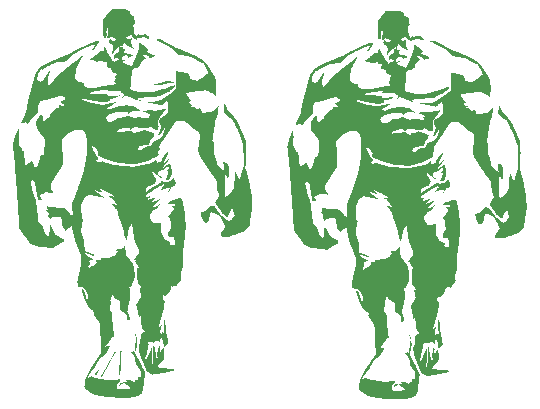
<source format=gto>
G04*
G04 #@! TF.GenerationSoftware,Altium Limited,Altium Designer,21.7.2 (23)*
G04*
G04 Layer_Color=65535*
%FSLAX25Y25*%
%MOIN*%
G70*
G04*
G04 #@! TF.SameCoordinates,F83A8EBB-AC7C-4475-883D-DB270C42DBB2*
G04*
G04*
G04 #@! TF.FilePolarity,Positive*
G04*
G01*
G75*
G36*
X288180Y438839D02*
X288101D01*
Y438919D01*
X288180D01*
Y438839D01*
D02*
G37*
G36*
X286025Y448420D02*
X286184D01*
Y448340D01*
X286344D01*
Y448260D01*
X286504D01*
Y448181D01*
X286663D01*
Y448101D01*
X286823D01*
Y448021D01*
X286983D01*
Y447941D01*
X287063D01*
Y447861D01*
X287222D01*
Y447781D01*
X287382D01*
Y447702D01*
X287462D01*
Y446983D01*
X287542D01*
Y446903D01*
X287701D01*
Y446823D01*
X287781D01*
Y446743D01*
X287941D01*
Y446664D01*
X288021D01*
Y446584D01*
X288101D01*
Y446504D01*
X288260D01*
Y446424D01*
X288340D01*
Y446344D01*
X288500D01*
Y446265D01*
X288580D01*
Y446185D01*
X288659D01*
Y446105D01*
X288819D01*
Y446025D01*
X288899D01*
Y445626D01*
X288979D01*
Y445067D01*
X289059D01*
Y444588D01*
X289138D01*
Y444029D01*
X289218D01*
Y443710D01*
X289138D01*
Y443630D01*
X289059D01*
Y443550D01*
X288979D01*
Y443390D01*
X288899D01*
Y443310D01*
X288819D01*
Y443231D01*
X288739D01*
Y443151D01*
X288659D01*
Y442512D01*
X288739D01*
Y441873D01*
X288819D01*
Y441235D01*
X288899D01*
Y440676D01*
X288979D01*
Y440356D01*
X289059D01*
Y440197D01*
X289138D01*
Y440117D01*
X289218D01*
Y440037D01*
X289298D01*
Y439877D01*
X289378D01*
Y439797D01*
X289458D01*
Y439638D01*
X289538D01*
Y439558D01*
X289777D01*
Y439638D01*
X289857D01*
Y439718D01*
X289937D01*
Y439797D01*
X290017D01*
Y439877D01*
X290096D01*
Y439957D01*
X290256D01*
Y440037D01*
X290336D01*
Y440117D01*
X290416D01*
Y440037D01*
X290496D01*
Y439877D01*
X290975D01*
Y439957D01*
X291613D01*
Y440037D01*
X292172D01*
Y440117D01*
X292731D01*
Y440037D01*
X292891D01*
Y439957D01*
X292971D01*
Y439877D01*
X293130D01*
Y439797D01*
X293290D01*
Y439718D01*
X293370D01*
Y439638D01*
X293530D01*
Y439558D01*
X293689D01*
Y439478D01*
X293769D01*
Y439398D01*
X293849D01*
Y439159D01*
X293929D01*
Y438999D01*
X294009D01*
Y438839D01*
X293929D01*
Y438760D01*
X293849D01*
Y438680D01*
X293769D01*
Y438600D01*
X293290D01*
Y438680D01*
X293130D01*
Y438760D01*
X292891D01*
Y438839D01*
X292811D01*
Y438919D01*
X292651D01*
Y438999D01*
X292571D01*
Y439079D01*
X292412D01*
Y439159D01*
X292332D01*
Y439239D01*
X292172D01*
Y439318D01*
X291933D01*
Y439239D01*
X291773D01*
Y439159D01*
X291693D01*
Y439079D01*
X291534D01*
Y438999D01*
X291294D01*
Y438919D01*
X291134D01*
Y438839D01*
X290975D01*
Y438760D01*
X290416D01*
Y438839D01*
X290096D01*
Y438919D01*
X289937D01*
Y438360D01*
X289697D01*
Y438440D01*
X289458D01*
Y438520D01*
X289218D01*
Y438600D01*
X288979D01*
Y438680D01*
X288899D01*
Y438760D01*
X288819D01*
Y438839D01*
X288739D01*
Y438919D01*
X288659D01*
Y438999D01*
X288580D01*
Y439159D01*
X288500D01*
Y439239D01*
X288420D01*
Y439318D01*
X288340D01*
Y439478D01*
X288260D01*
Y439558D01*
X288180D01*
Y439718D01*
X288101D01*
Y439877D01*
X287781D01*
Y439797D01*
X287621D01*
Y439718D01*
X287462D01*
Y439638D01*
X287302D01*
Y439558D01*
X287142D01*
Y439478D01*
X286983D01*
Y439398D01*
X286823D01*
Y439318D01*
X286663D01*
Y439239D01*
X286504D01*
Y439159D01*
X286264D01*
Y439079D01*
X286184D01*
Y438999D01*
X286264D01*
Y438919D01*
X286344D01*
Y438839D01*
X286504D01*
Y438760D01*
X286583D01*
Y438680D01*
X286743D01*
Y438600D01*
X286823D01*
Y438520D01*
X286903D01*
Y438440D01*
X287222D01*
Y438520D01*
X287462D01*
Y438600D01*
X287701D01*
Y438680D01*
X287861D01*
Y438760D01*
X287941D01*
Y438839D01*
X288101D01*
Y438360D01*
X288021D01*
Y437961D01*
X287941D01*
Y437322D01*
X288021D01*
Y436923D01*
X288101D01*
Y436684D01*
X288180D01*
Y436364D01*
X288260D01*
Y436125D01*
X288340D01*
Y435965D01*
X288420D01*
Y435806D01*
X288500D01*
Y435646D01*
X288580D01*
Y435566D01*
X288659D01*
Y435486D01*
X288739D01*
Y435406D01*
X288500D01*
Y435486D01*
X288260D01*
Y435566D01*
X288101D01*
Y435646D01*
X287941D01*
Y435726D01*
X287781D01*
Y435806D01*
X287621D01*
Y435885D01*
X287382D01*
Y435965D01*
X287222D01*
Y436045D01*
X287063D01*
Y436125D01*
X286903D01*
Y436205D01*
X286743D01*
Y436284D01*
X286583D01*
Y436364D01*
X286424D01*
Y436444D01*
X286344D01*
Y436524D01*
X286264D01*
Y436604D01*
X286184D01*
Y436684D01*
X286104D01*
Y436843D01*
X286025D01*
Y436923D01*
X285945D01*
Y437003D01*
X285865D01*
Y437163D01*
X285785D01*
Y437243D01*
X285705D01*
Y437322D01*
X285626D01*
Y437402D01*
X285546D01*
Y437482D01*
X285466D01*
Y437243D01*
X285386D01*
Y437003D01*
X285306D01*
Y436843D01*
X285226D01*
Y436604D01*
X285146D01*
Y436364D01*
X285067D01*
Y436205D01*
X284987D01*
Y435965D01*
X285067D01*
Y435726D01*
X285146D01*
Y435566D01*
X285226D01*
Y435406D01*
X286264D01*
Y435326D01*
X286184D01*
Y435247D01*
X286104D01*
Y435167D01*
X286025D01*
Y435007D01*
X285945D01*
Y434927D01*
X285865D01*
Y434768D01*
X285785D01*
Y434448D01*
X285705D01*
Y434049D01*
X285785D01*
Y433969D01*
X285945D01*
Y433889D01*
X286104D01*
Y433810D01*
X286424D01*
Y433730D01*
X287621D01*
Y433650D01*
X287701D01*
Y433570D01*
X287861D01*
Y433490D01*
X287941D01*
Y433410D01*
X288021D01*
Y433330D01*
X288180D01*
Y433251D01*
X288260D01*
Y433171D01*
X288420D01*
Y433091D01*
X288500D01*
Y432931D01*
X288260D01*
Y432851D01*
X288021D01*
Y432772D01*
X287861D01*
Y432692D01*
X287621D01*
Y432612D01*
X287462D01*
Y432532D01*
X287302D01*
Y432452D01*
X287063D01*
Y432372D01*
X286983D01*
Y432293D01*
X286823D01*
Y432213D01*
X286743D01*
Y432372D01*
X286823D01*
Y432452D01*
X286903D01*
Y432612D01*
X286983D01*
Y432851D01*
X286823D01*
Y432931D01*
X286743D01*
Y433011D01*
X286583D01*
Y433091D01*
X286424D01*
Y433171D01*
X286104D01*
Y433091D01*
X285785D01*
Y433011D01*
X285546D01*
Y432931D01*
X285386D01*
Y432851D01*
X285226D01*
Y432772D01*
X285067D01*
Y432692D01*
X284987D01*
Y432612D01*
X284907D01*
Y432452D01*
X284827D01*
Y432053D01*
X284747D01*
Y431414D01*
X284827D01*
Y431494D01*
X285226D01*
Y431574D01*
X285546D01*
Y431654D01*
X285945D01*
Y431574D01*
X285865D01*
Y431494D01*
X285785D01*
Y431414D01*
X285705D01*
Y431334D01*
X285626D01*
Y431255D01*
X285466D01*
Y431175D01*
X285386D01*
Y431095D01*
X285306D01*
Y431015D01*
X285226D01*
Y430935D01*
X285146D01*
Y430855D01*
X285067D01*
Y430696D01*
X285226D01*
Y430616D01*
X285466D01*
Y430536D01*
X285626D01*
Y430456D01*
X285785D01*
Y430376D01*
X285945D01*
Y430297D01*
X286184D01*
Y430217D01*
X286344D01*
Y430137D01*
X286583D01*
Y430057D01*
X286743D01*
Y429977D01*
X286983D01*
Y429897D01*
X287142D01*
Y429817D01*
X287382D01*
Y429738D01*
X287542D01*
Y429658D01*
X287781D01*
Y429578D01*
X288021D01*
Y429498D01*
X288180D01*
Y429738D01*
X288260D01*
Y429897D01*
X288340D01*
Y430057D01*
X288420D01*
Y430217D01*
X288500D01*
Y430376D01*
X288580D01*
Y430616D01*
X288659D01*
Y430776D01*
X288739D01*
Y430935D01*
X288819D01*
Y431095D01*
X288899D01*
Y431255D01*
X288979D01*
Y431494D01*
X289059D01*
Y431654D01*
X289138D01*
Y431813D01*
X289218D01*
Y432053D01*
X289298D01*
Y432213D01*
X289378D01*
Y432372D01*
X289458D01*
Y432612D01*
X289538D01*
Y432772D01*
X289617D01*
Y432931D01*
X289697D01*
Y433091D01*
X289777D01*
Y433330D01*
X289857D01*
Y433570D01*
X289937D01*
Y433730D01*
X290017D01*
Y433969D01*
X290096D01*
Y434129D01*
X290176D01*
Y434368D01*
X290256D01*
Y434608D01*
X290336D01*
Y434847D01*
X290416D01*
Y435087D01*
X290496D01*
Y435326D01*
X290576D01*
Y435566D01*
X290655D01*
Y437402D01*
X290735D01*
Y437322D01*
X290815D01*
Y437243D01*
X290975D01*
Y437163D01*
X291055D01*
Y437083D01*
X291214D01*
Y437003D01*
X291294D01*
Y436923D01*
X291374D01*
Y436843D01*
X291534D01*
Y436764D01*
X291613D01*
Y436684D01*
X291773D01*
Y436604D01*
X291853D01*
Y436524D01*
X291933D01*
Y436444D01*
X292092D01*
Y436364D01*
X292172D01*
Y436284D01*
X292252D01*
Y436205D01*
X292332D01*
Y436125D01*
X292492D01*
Y436045D01*
X292571D01*
Y435965D01*
X292651D01*
Y435885D01*
X292731D01*
Y435806D01*
X292891D01*
Y435726D01*
X292971D01*
Y435646D01*
X293051D01*
Y435566D01*
X293130D01*
Y435486D01*
X293210D01*
Y435406D01*
X293290D01*
Y435326D01*
X293370D01*
Y435247D01*
X293450D01*
Y435167D01*
X293530D01*
Y435087D01*
X293609D01*
Y435007D01*
X293689D01*
Y434927D01*
X293609D01*
Y434768D01*
X293530D01*
Y434688D01*
X293450D01*
Y434608D01*
X293370D01*
Y434528D01*
X293290D01*
Y434448D01*
X293210D01*
Y434289D01*
X293130D01*
Y434209D01*
X293290D01*
Y434129D01*
X293530D01*
Y434049D01*
X293689D01*
Y433969D01*
X293849D01*
Y433889D01*
X294089D01*
Y433810D01*
X294248D01*
Y433730D01*
X294408D01*
Y433650D01*
X294567D01*
Y433570D01*
X294807D01*
Y433490D01*
X294967D01*
Y433410D01*
X295126D01*
Y433330D01*
X295366D01*
Y433251D01*
X295526D01*
Y433171D01*
X295685D01*
Y433091D01*
X295845D01*
Y433011D01*
X295765D01*
Y432772D01*
X295685D01*
Y432612D01*
X295605D01*
Y432532D01*
X295286D01*
Y432452D01*
X295046D01*
Y432372D01*
X294727D01*
Y432293D01*
X294488D01*
Y432213D01*
X294168D01*
Y432133D01*
X294009D01*
Y432293D01*
X293929D01*
Y432532D01*
X293849D01*
Y432692D01*
X293769D01*
Y432772D01*
X293609D01*
Y432851D01*
X293450D01*
Y432931D01*
X293210D01*
Y433011D01*
X293051D01*
Y433091D01*
X292811D01*
Y433171D01*
X292651D01*
Y433251D01*
X292492D01*
Y433330D01*
X292252D01*
Y433410D01*
X292013D01*
Y433330D01*
X291933D01*
Y433251D01*
X291853D01*
Y433091D01*
X291933D01*
Y433011D01*
X292013D01*
Y432931D01*
X292092D01*
Y432851D01*
X292172D01*
Y432772D01*
X292252D01*
Y432692D01*
X292332D01*
Y432612D01*
X292412D01*
Y432532D01*
X292492D01*
Y432452D01*
X292571D01*
Y432372D01*
X292651D01*
Y432293D01*
X292731D01*
Y432213D01*
X292811D01*
Y432133D01*
X292891D01*
Y431973D01*
X292252D01*
Y431893D01*
X292172D01*
Y431813D01*
X292092D01*
Y431734D01*
X292013D01*
Y431574D01*
X291933D01*
Y431494D01*
X291853D01*
Y431414D01*
X291773D01*
Y431334D01*
X291693D01*
Y431175D01*
X291613D01*
Y431095D01*
X291534D01*
Y431015D01*
X291454D01*
Y430935D01*
X291374D01*
Y430776D01*
X291294D01*
Y430696D01*
X291214D01*
Y430616D01*
X291134D01*
Y430536D01*
X291055D01*
Y430376D01*
X290975D01*
Y430297D01*
X290895D01*
Y429498D01*
X290815D01*
Y429418D01*
X290655D01*
Y429339D01*
X290576D01*
Y429259D01*
X290416D01*
Y429179D01*
X290336D01*
Y429099D01*
X290256D01*
Y429019D01*
X290096D01*
Y428939D01*
X290017D01*
Y428859D01*
X289857D01*
Y428780D01*
X288739D01*
Y428700D01*
X288659D01*
Y428620D01*
X288580D01*
Y428540D01*
X288500D01*
Y428380D01*
X288420D01*
Y428301D01*
X288340D01*
Y428221D01*
X288260D01*
Y428061D01*
X288180D01*
Y427103D01*
X288101D01*
Y426145D01*
X288021D01*
Y425267D01*
X287941D01*
Y424309D01*
X287861D01*
Y423430D01*
X287781D01*
Y422472D01*
X287701D01*
Y421754D01*
X287861D01*
Y421674D01*
X287941D01*
Y421594D01*
X288180D01*
Y421514D01*
X288340D01*
Y421434D01*
X288580D01*
Y421354D01*
X288899D01*
Y421275D01*
X289218D01*
Y421195D01*
X289538D01*
Y421115D01*
X289937D01*
Y421035D01*
X290256D01*
Y420955D01*
X290655D01*
Y420876D01*
X291693D01*
Y420796D01*
X294647D01*
Y420876D01*
X295046D01*
Y420955D01*
X295446D01*
Y421035D01*
X295845D01*
Y421115D01*
X296164D01*
Y421195D01*
X296484D01*
Y421275D01*
X296723D01*
Y421354D01*
X296963D01*
Y421434D01*
X297202D01*
Y421514D01*
X297442D01*
Y421594D01*
X297681D01*
Y421674D01*
X298001D01*
Y421754D01*
X298320D01*
Y421834D01*
X298639D01*
Y421913D01*
X298879D01*
Y421993D01*
X299198D01*
Y422073D01*
X299438D01*
Y422153D01*
X299677D01*
Y422233D01*
X299837D01*
Y422313D01*
X300077D01*
Y422392D01*
X300236D01*
Y422472D01*
X300396D01*
Y422552D01*
X300555D01*
Y422632D01*
X300715D01*
Y422712D01*
X300955D01*
Y422792D01*
X301194D01*
Y422871D01*
X301434D01*
Y422951D01*
X301673D01*
Y423031D01*
X302072D01*
Y423111D01*
X302472D01*
Y422792D01*
X302392D01*
Y422712D01*
X302312D01*
Y422552D01*
X302232D01*
Y422472D01*
X302152D01*
Y422392D01*
X302072D01*
Y422313D01*
X301993D01*
Y422233D01*
X301913D01*
Y422153D01*
X301833D01*
Y422073D01*
X301753D01*
Y421993D01*
X301673D01*
Y421913D01*
X301593D01*
Y421834D01*
X301514D01*
Y421754D01*
X301434D01*
Y421674D01*
X301354D01*
Y421594D01*
X301194D01*
Y421514D01*
X301114D01*
Y421434D01*
X301034D01*
Y421354D01*
X300955D01*
Y421275D01*
X300875D01*
Y421195D01*
X300795D01*
Y421115D01*
X300715D01*
Y421035D01*
X300635D01*
Y420955D01*
X300476D01*
Y420876D01*
X300156D01*
Y420796D01*
X299917D01*
Y420716D01*
X299677D01*
Y420636D01*
X299518D01*
Y420556D01*
X299278D01*
Y420476D01*
X299118D01*
Y420396D01*
X298879D01*
Y420317D01*
X298719D01*
Y420237D01*
X298639D01*
Y420157D01*
X298480D01*
Y420077D01*
X298320D01*
Y419997D01*
X298240D01*
Y419917D01*
X298160D01*
Y419838D01*
X298080D01*
Y419758D01*
X297921D01*
Y419678D01*
X297841D01*
Y419598D01*
X297761D01*
Y419518D01*
X297681D01*
Y419438D01*
X296564D01*
Y419358D01*
X295446D01*
Y419279D01*
X294248D01*
Y419199D01*
X293290D01*
Y419119D01*
X292332D01*
Y419039D01*
X291374D01*
Y418959D01*
X290735D01*
Y418880D01*
X290336D01*
Y418800D01*
X290176D01*
Y418720D01*
X290096D01*
Y418640D01*
X290176D01*
Y418480D01*
X290256D01*
Y418400D01*
X290336D01*
Y418321D01*
X290496D01*
Y418241D01*
X290655D01*
Y418161D01*
X290895D01*
Y418081D01*
X291134D01*
Y418001D01*
X290496D01*
Y418081D01*
X290176D01*
Y418161D01*
X290017D01*
Y418241D01*
X289777D01*
Y418321D01*
X289617D01*
Y418400D01*
X289378D01*
Y418480D01*
X289218D01*
Y418560D01*
X288979D01*
Y418640D01*
X288819D01*
Y418720D01*
X288580D01*
Y418800D01*
X288420D01*
Y418880D01*
X288180D01*
Y418959D01*
X288021D01*
Y419039D01*
X287781D01*
Y419119D01*
X287542D01*
Y419199D01*
X287382D01*
Y419279D01*
X287142D01*
Y419358D01*
X286983D01*
Y419438D01*
X286743D01*
Y419518D01*
X286424D01*
Y419598D01*
X286184D01*
Y419678D01*
X285945D01*
Y419598D01*
X285785D01*
Y419518D01*
X285705D01*
Y419438D01*
X285626D01*
Y419358D01*
X285546D01*
Y419279D01*
X285466D01*
Y419199D01*
X285306D01*
Y419119D01*
X285226D01*
Y419039D01*
X285146D01*
Y418959D01*
X284747D01*
Y419039D01*
X284827D01*
Y419119D01*
X284907D01*
Y419199D01*
X284987D01*
Y419279D01*
X285067D01*
Y419358D01*
X285146D01*
Y419518D01*
X285226D01*
Y419598D01*
X285306D01*
Y419678D01*
X285386D01*
Y419758D01*
X285466D01*
Y419838D01*
X285546D01*
Y419997D01*
X285466D01*
Y420077D01*
X285386D01*
Y420157D01*
X285306D01*
Y420237D01*
X285226D01*
Y420317D01*
X285146D01*
Y420396D01*
X285067D01*
Y420476D01*
X284907D01*
Y420556D01*
X284827D01*
Y420636D01*
X284667D01*
Y420716D01*
X284508D01*
Y421115D01*
X280117D01*
Y421275D01*
X280196D01*
Y421434D01*
X280276D01*
Y421674D01*
X279478D01*
Y421594D01*
X278600D01*
Y421514D01*
X277961D01*
Y421434D01*
X277482D01*
Y421354D01*
X276923D01*
Y421275D01*
X276444D01*
Y421195D01*
X275965D01*
Y421115D01*
X275566D01*
Y421035D01*
X275087D01*
Y420955D01*
X274608D01*
Y420876D01*
X274528D01*
Y420796D01*
X274448D01*
Y420716D01*
X274368D01*
Y420636D01*
X274288D01*
Y420556D01*
X274208D01*
Y420476D01*
X274129D01*
Y420396D01*
X276604D01*
Y420317D01*
X277881D01*
Y420237D01*
X278919D01*
Y420157D01*
X279957D01*
Y420077D01*
X280276D01*
Y419997D01*
X280196D01*
Y419758D01*
X280117D01*
Y419518D01*
X280037D01*
Y419438D01*
X282113D01*
Y419518D01*
X282352D01*
Y419598D01*
X283150D01*
Y419678D01*
X283949D01*
Y419758D01*
X284108D01*
Y419678D01*
X284029D01*
Y419598D01*
X283869D01*
Y419518D01*
X283789D01*
Y419438D01*
X283629D01*
Y419358D01*
X283470D01*
Y419279D01*
X283310D01*
Y419199D01*
X283150D01*
Y419119D01*
X282991D01*
Y419039D01*
X282751D01*
Y418959D01*
X282512D01*
Y418880D01*
X282272D01*
Y418800D01*
X281953D01*
Y418720D01*
X280835D01*
Y417921D01*
X280675D01*
Y417842D01*
X280516D01*
Y417762D01*
X280276D01*
Y417682D01*
X280037D01*
Y417602D01*
X279877D01*
Y417522D01*
X279638D01*
Y417442D01*
X278679D01*
Y417522D01*
X277801D01*
Y417602D01*
X277242D01*
Y417682D01*
X276763D01*
Y417762D01*
X276204D01*
Y417842D01*
X275805D01*
Y417921D01*
X275406D01*
Y418001D01*
X275007D01*
Y418081D01*
X274608D01*
Y418161D01*
X274288D01*
Y418241D01*
X273889D01*
Y418321D01*
X273570D01*
Y418400D01*
X273250D01*
Y418480D01*
X272931D01*
Y418560D01*
X272612D01*
Y418640D01*
X272292D01*
Y418720D01*
X271893D01*
Y418640D01*
X271813D01*
Y418560D01*
X271733D01*
Y418480D01*
X271654D01*
Y418321D01*
X271813D01*
Y418241D01*
X271893D01*
Y418161D01*
X272053D01*
Y418081D01*
X272292D01*
Y418001D01*
X272452D01*
Y417921D01*
X272612D01*
Y417842D01*
X272851D01*
Y417762D01*
X273091D01*
Y417682D01*
X273330D01*
Y417602D01*
X273570D01*
Y417522D01*
X273889D01*
Y417442D01*
X274208D01*
Y417362D01*
X274528D01*
Y417283D01*
X274847D01*
Y417203D01*
X275246D01*
Y417123D01*
X275725D01*
Y417043D01*
X276125D01*
Y416963D01*
X276604D01*
Y416884D01*
X277162D01*
Y416804D01*
X277642D01*
Y416724D01*
X278200D01*
Y416644D01*
X278679D01*
Y416724D01*
X279079D01*
Y416804D01*
X279478D01*
Y416884D01*
X279797D01*
Y416963D01*
X280196D01*
Y417043D01*
X280596D01*
Y417123D01*
X280915D01*
Y417203D01*
X281314D01*
Y417283D01*
X281713D01*
Y417362D01*
X282113D01*
Y417442D01*
X282512D01*
Y417522D01*
X282911D01*
Y417442D01*
X282831D01*
Y417362D01*
X282751D01*
Y417283D01*
X282592D01*
Y417203D01*
X282512D01*
Y417123D01*
X282352D01*
Y417043D01*
X282272D01*
Y416963D01*
X282113D01*
Y416884D01*
X282033D01*
Y416804D01*
X281873D01*
Y416724D01*
X281793D01*
Y416644D01*
X281633D01*
Y416564D01*
X281554D01*
Y416484D01*
X281394D01*
Y416404D01*
X281314D01*
Y416325D01*
X281154D01*
Y416245D01*
X280995D01*
Y416165D01*
X280915D01*
Y416085D01*
X280755D01*
Y416005D01*
X280675D01*
Y415925D01*
X280516D01*
Y415846D01*
X280436D01*
Y415766D01*
X280276D01*
Y415686D01*
X280196D01*
Y415606D01*
X280037D01*
Y415526D01*
X279877D01*
Y415446D01*
X279797D01*
Y415367D01*
X280037D01*
Y415287D01*
X280675D01*
Y415207D01*
X281314D01*
Y415287D01*
X281474D01*
Y415367D01*
X281713D01*
Y415446D01*
X281953D01*
Y415526D01*
X282113D01*
Y415606D01*
X282352D01*
Y415686D01*
X282592D01*
Y415766D01*
X282831D01*
Y415846D01*
X282991D01*
Y415925D01*
X283230D01*
Y416005D01*
X283470D01*
Y416085D01*
X283709D01*
Y416165D01*
X283949D01*
Y416245D01*
X284588D01*
Y416325D01*
X285306D01*
Y416404D01*
X286025D01*
Y416484D01*
X286903D01*
Y416404D01*
X287302D01*
Y416325D01*
X287701D01*
Y416245D01*
X288101D01*
Y416165D01*
X288420D01*
Y416085D01*
X288819D01*
Y416005D01*
X289218D01*
Y415925D01*
X289378D01*
Y415846D01*
X289538D01*
Y415766D01*
X289617D01*
Y415686D01*
X289777D01*
Y415606D01*
X289857D01*
Y415526D01*
X289937D01*
Y415446D01*
X290017D01*
Y415367D01*
X290096D01*
Y415287D01*
X290176D01*
Y415207D01*
X290256D01*
Y415127D01*
X290416D01*
Y415047D01*
X290496D01*
Y414967D01*
X290576D01*
Y414888D01*
X290655D01*
Y414808D01*
X290735D01*
Y414728D01*
X290815D01*
Y414648D01*
X290895D01*
Y414568D01*
X290735D01*
Y414648D01*
X290017D01*
Y414728D01*
X289378D01*
Y414808D01*
X289059D01*
Y414728D01*
X288739D01*
Y414648D01*
X288500D01*
Y414568D01*
X288260D01*
Y414488D01*
X288101D01*
Y414408D01*
X287941D01*
Y414329D01*
X287861D01*
Y414249D01*
X287781D01*
Y414169D01*
X287621D01*
Y414089D01*
X287542D01*
Y414009D01*
X287462D01*
Y413929D01*
X287382D01*
Y413850D01*
X287222D01*
Y413770D01*
X287142D01*
Y413690D01*
X286983D01*
Y413850D01*
X286903D01*
Y413929D01*
X286823D01*
Y414089D01*
X286743D01*
Y414169D01*
X286663D01*
Y414329D01*
X286583D01*
Y414408D01*
X286264D01*
Y414329D01*
X283310D01*
Y414249D01*
X282991D01*
Y414169D01*
X282751D01*
Y414089D01*
X282432D01*
Y414009D01*
X282192D01*
Y413929D01*
X281873D01*
Y413850D01*
X281633D01*
Y413770D01*
X281394D01*
Y413690D01*
X281075D01*
Y413610D01*
X280835D01*
Y413530D01*
X280596D01*
Y413450D01*
X280516D01*
Y413371D01*
X280436D01*
Y413291D01*
X280276D01*
Y413211D01*
X280196D01*
Y413131D01*
X280117D01*
Y413051D01*
X280037D01*
Y412971D01*
X279877D01*
Y412891D01*
X279797D01*
Y412812D01*
X279717D01*
Y412732D01*
X279638D01*
Y412652D01*
X279558D01*
Y412572D01*
X279478D01*
Y412412D01*
X279398D01*
Y412333D01*
X279318D01*
Y412253D01*
X279398D01*
Y412013D01*
X279478D01*
Y411933D01*
X279558D01*
Y411854D01*
X279638D01*
Y411774D01*
X279717D01*
Y411614D01*
X279797D01*
Y411534D01*
X279877D01*
Y411454D01*
X279957D01*
Y411375D01*
X280037D01*
Y411295D01*
X280117D01*
Y411215D01*
X280196D01*
Y411135D01*
X280276D01*
Y411055D01*
X281633D01*
Y411135D01*
X281793D01*
Y411215D01*
X281953D01*
Y411295D01*
X282113D01*
Y411375D01*
X282272D01*
Y411454D01*
X282432D01*
Y411534D01*
X282592D01*
Y411614D01*
X282751D01*
Y411694D01*
X282911D01*
Y411774D01*
X283071D01*
Y411854D01*
X283150D01*
Y411933D01*
X283230D01*
Y412013D01*
X283310D01*
Y412253D01*
X283949D01*
Y412333D01*
X284588D01*
Y412412D01*
X284987D01*
Y412492D01*
X285466D01*
Y412572D01*
X285785D01*
Y412652D01*
X286025D01*
Y412732D01*
X286264D01*
Y412812D01*
X286344D01*
Y412891D01*
X286504D01*
Y412971D01*
X286663D01*
Y413051D01*
X286903D01*
Y412971D01*
X287382D01*
Y412891D01*
X287542D01*
Y412812D01*
X287701D01*
Y412732D01*
X287861D01*
Y412652D01*
X288101D01*
Y412572D01*
X288260D01*
Y412492D01*
X288420D01*
Y412412D01*
X288659D01*
Y412333D01*
X288819D01*
Y412253D01*
X289059D01*
Y412173D01*
X289218D01*
Y412093D01*
X289617D01*
Y412173D01*
X289697D01*
Y412253D01*
X289857D01*
Y412333D01*
X289937D01*
Y412412D01*
X290017D01*
Y412492D01*
X290096D01*
Y412572D01*
X290576D01*
Y412492D01*
X291055D01*
Y412412D01*
X291534D01*
Y412333D01*
X292013D01*
Y412253D01*
X292571D01*
Y412173D01*
X293051D01*
Y412093D01*
X293530D01*
Y412013D01*
X293689D01*
Y412093D01*
X293849D01*
Y412173D01*
X293929D01*
Y412253D01*
X294089D01*
Y412412D01*
X294009D01*
Y412492D01*
X293929D01*
Y412652D01*
X293849D01*
Y412732D01*
X293769D01*
Y412812D01*
X293689D01*
Y412891D01*
X293609D01*
Y413051D01*
X294328D01*
Y413371D01*
X294248D01*
Y413450D01*
X294089D01*
Y413530D01*
X294009D01*
Y413610D01*
X293849D01*
Y413690D01*
X293689D01*
Y413770D01*
X293530D01*
Y413850D01*
X293290D01*
Y413929D01*
X293130D01*
Y414009D01*
X292891D01*
Y414089D01*
X292731D01*
Y414169D01*
X292492D01*
Y414249D01*
X292252D01*
Y414329D01*
X291933D01*
Y414408D01*
X292013D01*
Y414488D01*
X292412D01*
Y414568D01*
X292731D01*
Y414648D01*
X293051D01*
Y414728D01*
X293370D01*
Y414808D01*
X293849D01*
Y414888D01*
X294009D01*
Y414808D01*
X295286D01*
Y414728D01*
X296404D01*
Y414808D01*
X296803D01*
Y414888D01*
X297202D01*
Y414967D01*
X297681D01*
Y415047D01*
X298080D01*
Y415127D01*
X298480D01*
Y415207D01*
X298959D01*
Y415287D01*
X299358D01*
Y415367D01*
X299518D01*
Y415047D01*
X299438D01*
Y414967D01*
X299358D01*
Y414808D01*
X299278D01*
Y414728D01*
X299198D01*
Y414648D01*
X299118D01*
Y414568D01*
X299039D01*
Y414408D01*
X298959D01*
Y414329D01*
X298879D01*
Y414249D01*
X298799D01*
Y414169D01*
X298719D01*
Y414089D01*
X298639D01*
Y413929D01*
X298559D01*
Y413850D01*
X298480D01*
Y413770D01*
X298400D01*
Y413690D01*
X298320D01*
Y413610D01*
X298240D01*
Y413450D01*
X298160D01*
Y413371D01*
X298080D01*
Y413291D01*
X298001D01*
Y413211D01*
X297921D01*
Y413051D01*
X297841D01*
Y412971D01*
X297761D01*
Y412812D01*
X297681D01*
Y412732D01*
X297601D01*
Y412572D01*
X297522D01*
Y412492D01*
X297442D01*
Y412333D01*
X297362D01*
Y412253D01*
X297282D01*
Y412173D01*
X297202D01*
Y412013D01*
X297122D01*
Y411694D01*
X297042D01*
Y409538D01*
X297122D01*
Y409299D01*
X297042D01*
Y408899D01*
X296963D01*
Y408500D01*
X296883D01*
Y408341D01*
X295845D01*
Y408421D01*
X295685D01*
Y408500D01*
X295605D01*
Y408580D01*
X295446D01*
Y408660D01*
X295366D01*
Y408740D01*
X295206D01*
Y408820D01*
X295126D01*
Y408899D01*
X294967D01*
Y408979D01*
X294807D01*
Y409059D01*
X294727D01*
Y409139D01*
X294567D01*
Y409219D01*
X294488D01*
Y409299D01*
X294168D01*
Y409219D01*
X294009D01*
Y409139D01*
X293929D01*
Y409059D01*
X293769D01*
Y408979D01*
X293609D01*
Y408899D01*
X293450D01*
Y408820D01*
X291853D01*
Y408899D01*
X290895D01*
Y408979D01*
X290496D01*
Y409059D01*
X290096D01*
Y409139D01*
X289857D01*
Y409219D01*
X289059D01*
Y409139D01*
X288739D01*
Y409059D01*
X288500D01*
Y408979D01*
X288260D01*
Y408899D01*
X288180D01*
Y408820D01*
X288101D01*
Y408660D01*
X288021D01*
Y408500D01*
X287941D01*
Y408421D01*
X287861D01*
Y408341D01*
X287701D01*
Y408500D01*
X287621D01*
Y408580D01*
X287542D01*
Y408740D01*
X287462D01*
Y408820D01*
X287302D01*
Y408899D01*
X287142D01*
Y408979D01*
X286983D01*
Y409059D01*
X286663D01*
Y408979D01*
X285705D01*
Y408899D01*
X285146D01*
Y408820D01*
X284907D01*
Y408740D01*
X284747D01*
Y408660D01*
X284588D01*
Y408580D01*
X284428D01*
Y408500D01*
X284268D01*
Y408421D01*
X284029D01*
Y408341D01*
X283869D01*
Y408261D01*
X283709D01*
Y408181D01*
X283550D01*
Y408101D01*
X283390D01*
Y408021D01*
X283310D01*
Y407542D01*
X283869D01*
Y407622D01*
X284987D01*
Y407702D01*
X285785D01*
Y407782D01*
X286424D01*
Y407862D01*
X286823D01*
Y407941D01*
X287941D01*
Y407862D01*
X288101D01*
Y407782D01*
X288260D01*
Y407702D01*
X288340D01*
Y407622D01*
X288420D01*
Y407542D01*
X288580D01*
Y407462D01*
X288659D01*
Y407382D01*
X288819D01*
Y407303D01*
X288979D01*
Y407223D01*
X289218D01*
Y407143D01*
X289617D01*
Y407303D01*
X289697D01*
Y407622D01*
X290496D01*
Y407702D01*
X290895D01*
Y407782D01*
X291134D01*
Y407862D01*
X291374D01*
Y407941D01*
X291613D01*
Y408021D01*
X291773D01*
Y408101D01*
X292013D01*
Y408181D01*
X292172D01*
Y408261D01*
X292412D01*
Y408181D01*
X292571D01*
Y408101D01*
X292811D01*
Y408021D01*
X293051D01*
Y407941D01*
X293290D01*
Y407862D01*
X293530D01*
Y407782D01*
X293769D01*
Y407702D01*
X294009D01*
Y407622D01*
X294248D01*
Y407542D01*
X294488D01*
Y407462D01*
X294727D01*
Y407382D01*
X294967D01*
Y407303D01*
X295126D01*
Y407223D01*
X295446D01*
Y407143D01*
X295685D01*
Y407063D01*
X295845D01*
Y406983D01*
X295765D01*
Y406904D01*
X295685D01*
Y406824D01*
X295605D01*
Y406744D01*
X295526D01*
Y406664D01*
X295446D01*
Y406584D01*
X295366D01*
Y406504D01*
X295446D01*
Y406265D01*
X295526D01*
Y406105D01*
X295605D01*
Y405945D01*
X295526D01*
Y405866D01*
X295446D01*
Y405786D01*
X295366D01*
Y405706D01*
X295286D01*
Y405626D01*
X295206D01*
Y405546D01*
X295126D01*
Y405466D01*
X295046D01*
Y405387D01*
X294887D01*
Y405307D01*
X294807D01*
Y405227D01*
X294727D01*
Y405147D01*
X294647D01*
Y405067D01*
X294567D01*
Y404987D01*
X294488D01*
Y404908D01*
X294408D01*
Y404828D01*
X294328D01*
Y404269D01*
X294248D01*
Y404109D01*
X294168D01*
Y403949D01*
X294089D01*
Y403790D01*
X294009D01*
Y403630D01*
X293929D01*
Y403470D01*
X293849D01*
Y403391D01*
X292891D01*
Y403311D01*
X292492D01*
Y403231D01*
X292252D01*
Y403151D01*
X291853D01*
Y403071D01*
X291374D01*
Y402991D01*
X290895D01*
Y402912D01*
X290655D01*
Y402832D01*
X290576D01*
Y402672D01*
X290496D01*
Y402512D01*
X290416D01*
Y402353D01*
X290336D01*
Y402193D01*
X290256D01*
Y402033D01*
X290176D01*
Y401794D01*
X290256D01*
Y401714D01*
X290336D01*
Y401634D01*
X290416D01*
Y401554D01*
X290576D01*
Y401474D01*
X291214D01*
Y401554D01*
X291294D01*
Y401634D01*
X291454D01*
Y401714D01*
X291534D01*
Y401794D01*
X291613D01*
Y401874D01*
X291773D01*
Y401954D01*
X291853D01*
Y402033D01*
X291933D01*
Y402113D01*
X292092D01*
Y402193D01*
X292172D01*
Y402273D01*
X292252D01*
Y402353D01*
X292412D01*
Y402432D01*
X292492D01*
Y402512D01*
X292651D01*
Y402592D01*
X292731D01*
Y402672D01*
X293290D01*
Y402752D01*
X293769D01*
Y402832D01*
X294089D01*
Y402912D01*
X294248D01*
Y402991D01*
X294328D01*
Y402912D01*
X294488D01*
Y403071D01*
X294567D01*
Y403231D01*
X294647D01*
Y403311D01*
X294727D01*
Y403470D01*
X294807D01*
Y403630D01*
X294887D01*
Y403710D01*
X294967D01*
Y403870D01*
X295046D01*
Y404029D01*
X295126D01*
Y404109D01*
X295206D01*
Y404269D01*
X295286D01*
Y404349D01*
X295446D01*
Y404428D01*
X295685D01*
Y404508D01*
X295845D01*
Y404588D01*
X296005D01*
Y404668D01*
X296244D01*
Y404748D01*
X296404D01*
Y404828D01*
X296564D01*
Y404908D01*
X296723D01*
Y404987D01*
X296883D01*
Y405067D01*
X297042D01*
Y405147D01*
X297202D01*
Y405227D01*
X297362D01*
Y405307D01*
X297442D01*
Y405387D01*
X297601D01*
Y405466D01*
X297761D01*
Y405546D01*
X297841D01*
Y405626D01*
X297921D01*
Y405706D01*
X298001D01*
Y405786D01*
X298080D01*
Y405945D01*
X298160D01*
Y406105D01*
X298240D01*
Y406185D01*
X298320D01*
Y406345D01*
X298400D01*
Y406584D01*
X298480D01*
Y406744D01*
X298559D01*
Y406983D01*
X298639D01*
Y407143D01*
X298719D01*
Y407382D01*
X298799D01*
Y407542D01*
X298879D01*
Y407782D01*
X298959D01*
Y408021D01*
X299039D01*
Y408261D01*
X299118D01*
Y408580D01*
X299198D01*
Y408979D01*
X299118D01*
Y408899D01*
X299039D01*
Y408820D01*
X298959D01*
Y408660D01*
X298879D01*
Y408580D01*
X298799D01*
Y408500D01*
X298719D01*
Y408341D01*
X298639D01*
Y408261D01*
X298559D01*
Y408101D01*
X298480D01*
Y408021D01*
X298400D01*
Y407862D01*
X298320D01*
Y407782D01*
X298240D01*
Y407622D01*
X298160D01*
Y407462D01*
X298080D01*
Y407382D01*
X298001D01*
Y407223D01*
X297921D01*
Y407143D01*
X297841D01*
Y406983D01*
X297761D01*
Y406824D01*
X297681D01*
Y406744D01*
X297601D01*
Y406664D01*
X297522D01*
Y406584D01*
X297362D01*
Y406664D01*
X297122D01*
Y406744D01*
X297042D01*
Y406824D01*
X297122D01*
Y406983D01*
X297202D01*
Y407223D01*
X297282D01*
Y407462D01*
X297362D01*
Y407702D01*
X297442D01*
Y407862D01*
X297522D01*
Y408101D01*
X297601D01*
Y408341D01*
X297681D01*
Y408580D01*
X297761D01*
Y408820D01*
X297841D01*
Y409059D01*
X297921D01*
Y409618D01*
X297841D01*
Y409778D01*
X297761D01*
Y409937D01*
X297681D01*
Y410097D01*
X297601D01*
Y410337D01*
X297522D01*
Y410496D01*
X297442D01*
Y410656D01*
X297362D01*
Y410816D01*
X297282D01*
Y411215D01*
X297362D01*
Y411454D01*
X297442D01*
Y411694D01*
X297522D01*
Y411933D01*
X297601D01*
Y412013D01*
X297681D01*
Y412093D01*
X297761D01*
Y412173D01*
X297841D01*
Y412253D01*
X297921D01*
Y412333D01*
X298001D01*
Y412412D01*
X298080D01*
Y412492D01*
X298160D01*
Y412572D01*
X298240D01*
Y412652D01*
X298320D01*
Y412732D01*
X298559D01*
Y412812D01*
X299039D01*
Y412891D01*
X299118D01*
Y412971D01*
X299198D01*
Y413051D01*
X299278D01*
Y413131D01*
X299358D01*
Y413291D01*
X299438D01*
Y413371D01*
X299518D01*
Y413450D01*
X299597D01*
Y413530D01*
X299677D01*
Y413610D01*
X299757D01*
Y413770D01*
X299837D01*
Y413850D01*
X299917D01*
Y413929D01*
X299997D01*
Y414009D01*
X300077D01*
Y414089D01*
X300156D01*
Y414169D01*
X300236D01*
Y417442D01*
X300156D01*
Y417522D01*
X300077D01*
Y417682D01*
X299997D01*
Y417842D01*
X299917D01*
Y417921D01*
X299837D01*
Y418001D01*
X299757D01*
Y417921D01*
X299677D01*
Y417842D01*
X299518D01*
Y417762D01*
X299438D01*
Y417682D01*
X299358D01*
Y417602D01*
X299278D01*
Y417522D01*
X299198D01*
Y417442D01*
X299118D01*
Y417362D01*
X299039D01*
Y417283D01*
X298879D01*
Y417203D01*
X298799D01*
Y417123D01*
X298719D01*
Y417043D01*
X298639D01*
Y416963D01*
X298559D01*
Y416884D01*
X298480D01*
Y416804D01*
X298400D01*
Y416724D01*
X298240D01*
Y416644D01*
X298160D01*
Y416564D01*
X298080D01*
Y416484D01*
X297761D01*
Y416564D01*
X297601D01*
Y416644D01*
X297202D01*
Y416724D01*
X296883D01*
Y416804D01*
X296564D01*
Y416884D01*
X296164D01*
Y416963D01*
X295765D01*
Y417043D01*
X295366D01*
Y417123D01*
X294887D01*
Y417203D01*
X294488D01*
Y417283D01*
X294089D01*
Y417362D01*
X293689D01*
Y417442D01*
X293210D01*
Y417522D01*
X292811D01*
Y417602D01*
X292332D01*
Y417682D01*
X296005D01*
Y417762D01*
X296404D01*
Y417842D01*
X296883D01*
Y417921D01*
X297202D01*
Y418001D01*
X297362D01*
Y418081D01*
X297522D01*
Y418161D01*
X297681D01*
Y418241D01*
X297761D01*
Y418321D01*
X297921D01*
Y418400D01*
X298080D01*
Y418480D01*
X298160D01*
Y418560D01*
X298320D01*
Y418640D01*
X298480D01*
Y418720D01*
X298559D01*
Y418800D01*
X298719D01*
Y418880D01*
X298879D01*
Y418959D01*
X298959D01*
Y419039D01*
X299118D01*
Y419119D01*
X299198D01*
Y419199D01*
X299358D01*
Y419279D01*
X299438D01*
Y419358D01*
X299597D01*
Y419438D01*
X299677D01*
Y419518D01*
X299837D01*
Y419598D01*
X299917D01*
Y419678D01*
X300077D01*
Y419758D01*
X300236D01*
Y419838D01*
X300316D01*
Y419917D01*
X300476D01*
Y419997D01*
X300555D01*
Y420077D01*
X300635D01*
Y420157D01*
X300795D01*
Y420237D01*
X300875D01*
Y420317D01*
X300955D01*
Y420396D01*
X301114D01*
Y420476D01*
X301194D01*
Y420556D01*
X301274D01*
Y420636D01*
X301434D01*
Y420716D01*
X301514D01*
Y420796D01*
X301673D01*
Y420876D01*
X301753D01*
Y420955D01*
X301833D01*
Y421035D01*
X301913D01*
Y421115D01*
X302072D01*
Y421195D01*
X302152D01*
Y421275D01*
X302232D01*
Y421354D01*
X302312D01*
Y421434D01*
X302392D01*
Y421514D01*
X302552D01*
Y421594D01*
X302631D01*
Y421674D01*
X302711D01*
Y421754D01*
X302791D01*
Y421834D01*
X302871D01*
Y421913D01*
X302951D01*
Y427742D01*
X303030D01*
Y427821D01*
X303430D01*
Y427742D01*
X303909D01*
Y427662D01*
X304388D01*
Y427582D01*
X304707D01*
Y427502D01*
X305106D01*
Y427422D01*
X305426D01*
Y427343D01*
X305745D01*
Y427263D01*
X306144D01*
Y427183D01*
X306464D01*
Y427103D01*
X306783D01*
Y427023D01*
X307102D01*
Y426863D01*
X307182D01*
Y426704D01*
X307262D01*
Y426544D01*
X307342D01*
Y426384D01*
X307422D01*
Y426145D01*
X307502D01*
Y425985D01*
X307581D01*
Y425586D01*
X307661D01*
Y425187D01*
X307821D01*
Y425107D01*
X308220D01*
Y425027D01*
X308540D01*
Y424947D01*
X308859D01*
Y424867D01*
X309258D01*
Y424788D01*
X309577D01*
Y424708D01*
X309897D01*
Y424628D01*
X309977D01*
Y424708D01*
X310136D01*
Y424788D01*
X310296D01*
Y424867D01*
X310376D01*
Y424947D01*
X310535D01*
Y425027D01*
X310695D01*
Y425107D01*
X310775D01*
Y425187D01*
X310935D01*
Y425267D01*
X311094D01*
Y425347D01*
X311174D01*
Y425426D01*
X311334D01*
Y425506D01*
X311414D01*
Y425586D01*
X311573D01*
Y425666D01*
X311653D01*
Y425746D01*
X311813D01*
Y425826D01*
X311893D01*
Y425905D01*
X311973D01*
Y425985D01*
X312132D01*
Y426065D01*
X312212D01*
Y426145D01*
X312292D01*
Y426225D01*
X312452D01*
Y426305D01*
X312531D01*
Y426384D01*
X312611D01*
Y426464D01*
X312691D01*
Y426544D01*
X312851D01*
Y426624D01*
X312931D01*
Y426704D01*
X313011D01*
Y426784D01*
X313090D01*
Y426863D01*
X313170D01*
Y426943D01*
X313250D01*
Y427023D01*
X313410D01*
Y427103D01*
X313490D01*
Y427183D01*
X313569D01*
Y427263D01*
X313490D01*
Y427502D01*
X313410D01*
Y427821D01*
X313330D01*
Y428061D01*
X313250D01*
Y428301D01*
X313170D01*
Y428460D01*
X313090D01*
Y428700D01*
X313011D01*
Y428859D01*
X312931D01*
Y429019D01*
X312851D01*
Y429179D01*
X312771D01*
Y429339D01*
X312691D01*
Y429418D01*
X312611D01*
Y429578D01*
X312531D01*
Y429738D01*
X312452D01*
Y429817D01*
X312372D01*
Y429977D01*
X312292D01*
Y430057D01*
X312212D01*
Y430217D01*
X312132D01*
Y430376D01*
X312052D01*
Y430456D01*
X311973D01*
Y430616D01*
X311893D01*
Y430696D01*
X311334D01*
Y430776D01*
X311174D01*
Y430855D01*
X311015D01*
Y430935D01*
X310855D01*
Y431015D01*
X310695D01*
Y431095D01*
X310535D01*
Y431175D01*
X310376D01*
Y431255D01*
X310216D01*
Y431334D01*
X310136D01*
Y431414D01*
X309977D01*
Y431494D01*
X309817D01*
Y431574D01*
X309657D01*
Y431654D01*
X309577D01*
Y431734D01*
X309418D01*
Y431813D01*
X309258D01*
Y431893D01*
X309178D01*
Y431973D01*
X309018D01*
Y432053D01*
X308939D01*
Y432133D01*
X308779D01*
Y432213D01*
X308619D01*
Y432293D01*
X308540D01*
Y432372D01*
X308380D01*
Y432452D01*
X308220D01*
Y432532D01*
X307901D01*
Y432612D01*
X307581D01*
Y432692D01*
X307262D01*
Y432772D01*
X306943D01*
Y432851D01*
X306543D01*
Y432931D01*
X306064D01*
Y433011D01*
X305505D01*
Y433091D01*
X304947D01*
Y433171D01*
X304228D01*
Y433251D01*
X303669D01*
Y433330D01*
X303589D01*
Y433410D01*
X303510D01*
Y433490D01*
X303430D01*
Y433570D01*
X303350D01*
Y433650D01*
X303270D01*
Y433730D01*
X303190D01*
Y433810D01*
X303110D01*
Y433889D01*
X303030D01*
Y433969D01*
X302951D01*
Y434049D01*
X302871D01*
Y434129D01*
X302791D01*
Y434209D01*
X302711D01*
Y434289D01*
X302631D01*
Y434368D01*
X302552D01*
Y434448D01*
X302472D01*
Y434528D01*
X302392D01*
Y434608D01*
X302232D01*
Y434688D01*
X302152D01*
Y434768D01*
X302072D01*
Y434847D01*
X301993D01*
Y434927D01*
X301913D01*
Y435007D01*
X301833D01*
Y435087D01*
X301753D01*
Y435167D01*
X301673D01*
Y435247D01*
X301593D01*
Y435326D01*
X301514D01*
Y435406D01*
X301434D01*
Y435486D01*
X301354D01*
Y435566D01*
X301274D01*
Y435646D01*
X301114D01*
Y435726D01*
X300955D01*
Y435806D01*
X300795D01*
Y435885D01*
X300635D01*
Y435965D01*
X300476D01*
Y436045D01*
X300396D01*
Y436125D01*
X300236D01*
Y436205D01*
X300077D01*
Y436284D01*
X299917D01*
Y436364D01*
X299757D01*
Y436444D01*
X299597D01*
Y436524D01*
X299438D01*
Y436604D01*
X299358D01*
Y436684D01*
X299198D01*
Y436764D01*
X299039D01*
Y436843D01*
X298879D01*
Y436923D01*
X298719D01*
Y437003D01*
X298559D01*
Y437083D01*
X298400D01*
Y437163D01*
X298320D01*
Y437243D01*
X298160D01*
Y437322D01*
X298001D01*
Y437402D01*
X297841D01*
Y437482D01*
X297681D01*
Y437562D01*
X297522D01*
Y437642D01*
X297362D01*
Y437722D01*
X297202D01*
Y437802D01*
X297042D01*
Y437881D01*
X296883D01*
Y437961D01*
X296723D01*
Y438041D01*
X296564D01*
Y438121D01*
X296404D01*
Y438201D01*
X296164D01*
Y438280D01*
X296005D01*
Y438360D01*
X296484D01*
Y438440D01*
X297761D01*
Y438360D01*
X298001D01*
Y438280D01*
X298160D01*
Y438201D01*
X298320D01*
Y438121D01*
X298400D01*
Y438041D01*
X298559D01*
Y437961D01*
X298719D01*
Y437881D01*
X298879D01*
Y437802D01*
X299039D01*
Y437722D01*
X299198D01*
Y437642D01*
X299278D01*
Y437562D01*
X299438D01*
Y437482D01*
X299597D01*
Y437402D01*
X299757D01*
Y437322D01*
X299917D01*
Y437243D01*
X299997D01*
Y437163D01*
X300156D01*
Y437083D01*
X300316D01*
Y437003D01*
X300476D01*
Y436923D01*
X300635D01*
Y436843D01*
X300715D01*
Y436764D01*
X300875D01*
Y436684D01*
X301034D01*
Y436604D01*
X301194D01*
Y436524D01*
X301354D01*
Y436444D01*
X301434D01*
Y436364D01*
X301593D01*
Y436284D01*
X301753D01*
Y436205D01*
X301913D01*
Y436125D01*
X302072D01*
Y436045D01*
X302152D01*
Y435965D01*
X302312D01*
Y435885D01*
X302472D01*
Y435806D01*
X302631D01*
Y435726D01*
X302791D01*
Y435646D01*
X303030D01*
Y435566D01*
X303190D01*
Y435486D01*
X303430D01*
Y435406D01*
X303589D01*
Y435326D01*
X303829D01*
Y435247D01*
X303989D01*
Y435167D01*
X304228D01*
Y435087D01*
X304388D01*
Y435007D01*
X304627D01*
Y434927D01*
X304787D01*
Y434847D01*
X305027D01*
Y434768D01*
X305186D01*
Y434688D01*
X305426D01*
Y434608D01*
X305585D01*
Y434528D01*
X305825D01*
Y434448D01*
X305985D01*
Y434368D01*
X306144D01*
Y434289D01*
X306384D01*
Y434209D01*
X306543D01*
Y434129D01*
X306783D01*
Y434049D01*
X306943D01*
Y433969D01*
X307102D01*
Y433889D01*
X307342D01*
Y433810D01*
X307502D01*
Y433730D01*
X307741D01*
Y433650D01*
X307901D01*
Y433570D01*
X308060D01*
Y433490D01*
X308220D01*
Y433410D01*
X308380D01*
Y433330D01*
X308619D01*
Y433251D01*
X308779D01*
Y433171D01*
X308939D01*
Y433091D01*
X309098D01*
Y433011D01*
X309258D01*
Y432931D01*
X309497D01*
Y432851D01*
X309657D01*
Y432772D01*
X309817D01*
Y432692D01*
X309897D01*
Y432612D01*
X310056D01*
Y432532D01*
X310216D01*
Y432452D01*
X310376D01*
Y432372D01*
X310535D01*
Y432293D01*
X310615D01*
Y432213D01*
X310775D01*
Y432133D01*
X310935D01*
Y432053D01*
X311094D01*
Y431973D01*
X311174D01*
Y431893D01*
X311334D01*
Y431813D01*
X311414D01*
Y431734D01*
X311573D01*
Y431654D01*
X311653D01*
Y431574D01*
X311813D01*
Y431494D01*
X311893D01*
Y431414D01*
X311973D01*
Y431334D01*
X312132D01*
Y431255D01*
X312212D01*
Y431175D01*
X312292D01*
Y431095D01*
X312372D01*
Y431015D01*
X312452D01*
Y430855D01*
X312531D01*
Y430776D01*
X312611D01*
Y430696D01*
X312691D01*
Y430616D01*
X312771D01*
Y430536D01*
X312851D01*
Y430456D01*
X312931D01*
Y430297D01*
X313011D01*
Y430217D01*
X313090D01*
Y430137D01*
X313170D01*
Y429977D01*
X313250D01*
Y429897D01*
X313330D01*
Y429817D01*
X313410D01*
Y429658D01*
X313490D01*
Y429578D01*
X313569D01*
Y429498D01*
X313649D01*
Y429339D01*
X313729D01*
Y429259D01*
X313809D01*
Y429099D01*
X313889D01*
Y429019D01*
X313969D01*
Y428859D01*
X314048D01*
Y428780D01*
X314128D01*
Y428620D01*
X314208D01*
Y428540D01*
X314288D01*
Y428380D01*
X314368D01*
Y428301D01*
X314448D01*
Y428141D01*
X314527D01*
Y428061D01*
X314607D01*
Y427901D01*
X314687D01*
Y427742D01*
X314767D01*
Y427662D01*
X314847D01*
Y427502D01*
X314927D01*
Y427422D01*
X315006D01*
Y427263D01*
X315086D01*
Y427103D01*
X315166D01*
Y427023D01*
X315246D01*
Y426863D01*
X315326D01*
Y426704D01*
X315406D01*
Y426624D01*
X315486D01*
Y426464D01*
X315565D01*
Y426305D01*
X315645D01*
Y426145D01*
X315725D01*
Y426065D01*
X315805D01*
Y425905D01*
X315885D01*
Y425746D01*
X315965D01*
Y425586D01*
X316044D01*
Y425267D01*
X316124D01*
Y424468D01*
X316204D01*
Y423670D01*
X316284D01*
Y421434D01*
X316204D01*
Y419438D01*
X316124D01*
Y419518D01*
X316044D01*
Y419598D01*
X315965D01*
Y419678D01*
X315885D01*
Y419758D01*
X315805D01*
Y419838D01*
X315725D01*
Y419997D01*
X315645D01*
Y420077D01*
X315565D01*
Y420157D01*
X315486D01*
Y420237D01*
X315406D01*
Y420317D01*
X315326D01*
Y420396D01*
X315086D01*
Y420476D01*
X314927D01*
Y420556D01*
X314767D01*
Y420636D01*
X314607D01*
Y420716D01*
X314368D01*
Y420796D01*
X314208D01*
Y420876D01*
X314048D01*
Y420955D01*
X313889D01*
Y421035D01*
X313729D01*
Y421115D01*
X313490D01*
Y421195D01*
X313330D01*
Y421275D01*
X313170D01*
Y421354D01*
X313011D01*
Y421434D01*
X312132D01*
Y421354D01*
X311414D01*
Y421275D01*
X310615D01*
Y421195D01*
X309977D01*
Y421115D01*
X309338D01*
Y421035D01*
X308699D01*
Y420955D01*
X308060D01*
Y420876D01*
X307581D01*
Y420796D01*
X307102D01*
Y420716D01*
X306703D01*
Y420636D01*
X306464D01*
Y420556D01*
X306144D01*
Y420396D01*
X306224D01*
Y420317D01*
X306304D01*
Y420157D01*
X306384D01*
Y420077D01*
X306464D01*
Y419997D01*
X306543D01*
Y419838D01*
X306623D01*
Y419758D01*
X306703D01*
Y419598D01*
X306783D01*
Y419518D01*
X306863D01*
Y419358D01*
X306943D01*
Y419279D01*
X307023D01*
Y419119D01*
X307102D01*
Y419039D01*
X307182D01*
Y418880D01*
X307262D01*
Y418800D01*
X307342D01*
Y418640D01*
X307422D01*
Y418560D01*
X307502D01*
Y418400D01*
X307581D01*
Y418321D01*
X307661D01*
Y418161D01*
X307741D01*
Y418081D01*
X307821D01*
Y417921D01*
X307901D01*
Y417842D01*
X307821D01*
Y417762D01*
X307661D01*
Y417682D01*
X307581D01*
Y417602D01*
X307422D01*
Y417522D01*
X307342D01*
Y417362D01*
X307422D01*
Y417283D01*
X307502D01*
Y417203D01*
X307581D01*
Y417123D01*
X307661D01*
Y417043D01*
X307741D01*
Y416884D01*
X307821D01*
Y416804D01*
X307901D01*
Y416724D01*
X308699D01*
Y416644D01*
X308619D01*
Y416564D01*
X308460D01*
Y416484D01*
X308380D01*
Y416404D01*
X308300D01*
Y416325D01*
X308140D01*
Y416245D01*
X308060D01*
Y416165D01*
X307981D01*
Y416085D01*
X307821D01*
Y416005D01*
X308939D01*
Y415925D01*
X309018D01*
Y415846D01*
X309098D01*
Y415766D01*
X309258D01*
Y415686D01*
X309338D01*
Y415606D01*
X309418D01*
Y415526D01*
X309577D01*
Y415446D01*
X309657D01*
Y415367D01*
X309737D01*
Y415287D01*
X309817D01*
Y415207D01*
X309977D01*
Y415127D01*
X310056D01*
Y415047D01*
X310136D01*
Y414967D01*
X310216D01*
Y415047D01*
X310296D01*
Y415127D01*
X310376D01*
Y415207D01*
X310456D01*
Y415287D01*
X310615D01*
Y415367D01*
X310695D01*
Y415446D01*
X310775D01*
Y415526D01*
X310935D01*
Y415446D01*
X311015D01*
Y415367D01*
X311094D01*
Y415207D01*
X311174D01*
Y415047D01*
X311254D01*
Y414808D01*
X311334D01*
Y414488D01*
X311414D01*
Y413929D01*
X312452D01*
Y414009D01*
X313011D01*
Y414089D01*
X313490D01*
Y414169D01*
X313809D01*
Y414249D01*
X314208D01*
Y414329D01*
X314527D01*
Y414408D01*
X314847D01*
Y414488D01*
X315166D01*
Y414568D01*
X315406D01*
Y414648D01*
X315486D01*
Y414728D01*
X315565D01*
Y414808D01*
X315645D01*
Y414888D01*
X315725D01*
Y414967D01*
X315805D01*
Y415047D01*
X315885D01*
Y415127D01*
X315965D01*
Y415207D01*
X316044D01*
Y415287D01*
X316124D01*
Y415367D01*
X316204D01*
Y415446D01*
X316284D01*
Y415526D01*
X316364D01*
Y415606D01*
X316444D01*
Y415686D01*
X316523D01*
Y415766D01*
X316603D01*
Y415846D01*
X316683D01*
Y415925D01*
X316763D01*
Y416005D01*
X316843D01*
Y416085D01*
X317003D01*
Y416165D01*
X317082D01*
Y415925D01*
X317003D01*
Y415127D01*
X316923D01*
Y414249D01*
X316843D01*
Y413610D01*
X316763D01*
Y413371D01*
X316683D01*
Y413131D01*
X316603D01*
Y412891D01*
X316523D01*
Y412652D01*
X316444D01*
Y412412D01*
X316364D01*
Y412173D01*
X316284D01*
Y411933D01*
X316204D01*
Y411694D01*
X316124D01*
Y411454D01*
X316044D01*
Y411135D01*
X315965D01*
Y410736D01*
X315885D01*
Y410337D01*
X315805D01*
Y409937D01*
X315725D01*
Y409378D01*
X315645D01*
Y408899D01*
X315565D01*
Y408341D01*
X315486D01*
Y407862D01*
X315406D01*
Y407303D01*
X315326D01*
Y406664D01*
X315246D01*
Y406105D01*
X315166D01*
Y405466D01*
X315086D01*
Y404908D01*
X315006D01*
Y404508D01*
X315086D01*
Y404428D01*
X315166D01*
Y404349D01*
X315246D01*
Y404269D01*
X315326D01*
Y404189D01*
X315406D01*
Y404109D01*
X315486D01*
Y400516D01*
X315565D01*
Y400277D01*
X315645D01*
Y400037D01*
X315725D01*
Y399878D01*
X315805D01*
Y399638D01*
X315885D01*
Y399399D01*
X315965D01*
Y399159D01*
X316044D01*
Y398920D01*
X316124D01*
Y398600D01*
X316204D01*
Y398361D01*
X316284D01*
Y398121D01*
X316364D01*
Y397802D01*
X316444D01*
Y397403D01*
X316523D01*
Y396764D01*
X316603D01*
Y396684D01*
X316683D01*
Y396604D01*
X316763D01*
Y396524D01*
X316843D01*
Y396445D01*
X316923D01*
Y396365D01*
X317003D01*
Y396285D01*
X317082D01*
Y396205D01*
X317162D01*
Y396125D01*
X317242D01*
Y396045D01*
X317322D01*
Y395966D01*
X317402D01*
Y395886D01*
X317481D01*
Y395806D01*
X317561D01*
Y395726D01*
X317641D01*
Y395646D01*
X317721D01*
Y395566D01*
X317801D01*
Y395486D01*
X317881D01*
Y395407D01*
X318040D01*
Y395327D01*
X318120D01*
Y395247D01*
X318200D01*
Y395167D01*
X318280D01*
Y395087D01*
X318360D01*
Y395007D01*
X318440D01*
Y394928D01*
X318599D01*
Y394848D01*
X318919D01*
Y394928D01*
X318839D01*
Y395886D01*
X318759D01*
Y396844D01*
X318679D01*
Y397482D01*
X319318D01*
Y397403D01*
X319557D01*
Y397323D01*
X319637D01*
Y397243D01*
X319717D01*
Y397163D01*
X319797D01*
Y397083D01*
X319877D01*
Y397003D01*
X319956D01*
Y396844D01*
X320036D01*
Y396764D01*
X320116D01*
Y396604D01*
X320196D01*
Y396445D01*
X320276D01*
Y396285D01*
X320356D01*
Y396125D01*
X320436D01*
Y392612D01*
X320356D01*
Y392532D01*
X320196D01*
Y392453D01*
X320116D01*
Y392373D01*
X319877D01*
Y392612D01*
X319797D01*
Y392852D01*
X319717D01*
Y393011D01*
X319637D01*
Y393091D01*
X319078D01*
Y390856D01*
X319158D01*
Y386544D01*
X319238D01*
Y385906D01*
X319318D01*
Y385985D01*
X319398D01*
Y386065D01*
X319557D01*
Y386145D01*
X319717D01*
Y386225D01*
X319797D01*
Y386305D01*
X319956D01*
Y386385D01*
X320116D01*
Y386465D01*
X320276D01*
Y386544D01*
X320356D01*
Y386624D01*
X320515D01*
Y386704D01*
X320675D01*
Y386784D01*
X320755D01*
Y386864D01*
X320835D01*
Y386944D01*
X320915D01*
Y387023D01*
X320994D01*
Y387183D01*
X321074D01*
Y387263D01*
X321154D01*
Y387423D01*
X321234D01*
Y387503D01*
X321314D01*
Y387582D01*
X321394D01*
Y387742D01*
X321474D01*
Y387822D01*
X321553D01*
Y387982D01*
X321633D01*
Y388061D01*
X321713D01*
Y388141D01*
X321793D01*
Y388301D01*
X321873D01*
Y388381D01*
X321953D01*
Y388540D01*
X322032D01*
Y388620D01*
X322112D01*
Y388780D01*
X322192D01*
Y389019D01*
X322272D01*
Y390057D01*
X322352D01*
Y391175D01*
X322432D01*
Y392133D01*
X322511D01*
Y393011D01*
X322591D01*
Y393650D01*
X322671D01*
Y394129D01*
X322831D01*
Y394049D01*
X322911D01*
Y393810D01*
X322990D01*
Y393650D01*
X323070D01*
Y393411D01*
X323150D01*
Y393251D01*
X323230D01*
Y393011D01*
X323310D01*
Y392852D01*
X323390D01*
Y392692D01*
X323469D01*
Y392532D01*
X323549D01*
Y392373D01*
X323629D01*
Y392213D01*
X323709D01*
Y392133D01*
X323789D01*
Y392053D01*
X323869D01*
Y391973D01*
X323949D01*
Y391894D01*
X324028D01*
Y391814D01*
X324108D01*
Y391973D01*
X324188D01*
Y392213D01*
X324268D01*
Y392453D01*
X324348D01*
Y392692D01*
X324428D01*
Y393011D01*
X324507D01*
Y393251D01*
X324587D01*
Y393490D01*
X324667D01*
Y393810D01*
X324747D01*
Y394049D01*
X324827D01*
Y394289D01*
X324907D01*
Y394528D01*
X324986D01*
Y394848D01*
X325066D01*
Y395087D01*
X325146D01*
Y395327D01*
X325226D01*
Y395646D01*
X325306D01*
Y395886D01*
X325386D01*
Y396045D01*
X325465D01*
Y398201D01*
X325386D01*
Y400516D01*
X325306D01*
Y402752D01*
X325226D01*
Y403630D01*
X325146D01*
Y403790D01*
X325066D01*
Y404029D01*
X324986D01*
Y404269D01*
X324907D01*
Y404508D01*
X324827D01*
Y404748D01*
X324747D01*
Y404987D01*
X324667D01*
Y405227D01*
X324587D01*
Y405466D01*
X324507D01*
Y405626D01*
X324428D01*
Y405866D01*
X324348D01*
Y406105D01*
X324268D01*
Y406345D01*
X324188D01*
Y406584D01*
X324108D01*
Y406824D01*
X324028D01*
Y407063D01*
X323949D01*
Y407303D01*
X323869D01*
Y407462D01*
X323789D01*
Y407702D01*
X323709D01*
Y407941D01*
X323629D01*
Y408101D01*
X323549D01*
Y408181D01*
X323469D01*
Y408341D01*
X323390D01*
Y408421D01*
X323310D01*
Y408500D01*
X323230D01*
Y408660D01*
X323150D01*
Y408740D01*
X323070D01*
Y408820D01*
X322990D01*
Y408899D01*
X322911D01*
Y409059D01*
X322831D01*
Y409219D01*
X322751D01*
Y409458D01*
X322671D01*
Y409778D01*
X322591D01*
Y410017D01*
X322511D01*
Y410257D01*
X322432D01*
Y410496D01*
X322352D01*
Y410656D01*
X322272D01*
Y410816D01*
X322192D01*
Y410975D01*
X322112D01*
Y411055D01*
X322032D01*
Y411215D01*
X321953D01*
Y411375D01*
X321873D01*
Y411454D01*
X321793D01*
Y411614D01*
X321713D01*
Y411774D01*
X321633D01*
Y411854D01*
X321553D01*
Y411933D01*
X321474D01*
Y412013D01*
X321314D01*
Y412093D01*
X321154D01*
Y412173D01*
X321074D01*
Y412253D01*
X320915D01*
Y412333D01*
X320835D01*
Y412412D01*
X320675D01*
Y412492D01*
X320595D01*
Y412572D01*
X320436D01*
Y412652D01*
X320356D01*
Y412732D01*
X320196D01*
Y412812D01*
X320116D01*
Y412891D01*
X319956D01*
Y412971D01*
X319877D01*
Y413051D01*
X319717D01*
Y413131D01*
X319637D01*
Y413211D01*
X319557D01*
Y413291D01*
X319478D01*
Y413371D01*
X319398D01*
Y413450D01*
X319318D01*
Y413530D01*
X319238D01*
Y413610D01*
X319158D01*
Y413690D01*
X319078D01*
Y413770D01*
X318999D01*
Y413929D01*
X318919D01*
Y414009D01*
X318839D01*
Y414089D01*
X318759D01*
Y414728D01*
X318839D01*
Y415446D01*
X318919D01*
Y416165D01*
X318999D01*
Y416884D01*
X319078D01*
Y417043D01*
X319158D01*
Y416884D01*
X319238D01*
Y416724D01*
X319318D01*
Y416564D01*
X319398D01*
Y416325D01*
X319478D01*
Y416165D01*
X319557D01*
Y416005D01*
X319637D01*
Y415846D01*
X319717D01*
Y415686D01*
X319797D01*
Y415446D01*
X319877D01*
Y415287D01*
X319956D01*
Y415127D01*
X320036D01*
Y414967D01*
X320116D01*
Y414808D01*
X320196D01*
Y414728D01*
X320276D01*
Y414648D01*
X320356D01*
Y414568D01*
X320515D01*
Y414488D01*
X320595D01*
Y414408D01*
X320675D01*
Y414329D01*
X320755D01*
Y414249D01*
X320835D01*
Y414169D01*
X320915D01*
Y414089D01*
X320994D01*
Y414009D01*
X321074D01*
Y413929D01*
X321154D01*
Y413850D01*
X321234D01*
Y413770D01*
X321314D01*
Y413690D01*
X321394D01*
Y413610D01*
X321474D01*
Y413530D01*
X321553D01*
Y413450D01*
X321633D01*
Y413371D01*
X321713D01*
Y413291D01*
X321793D01*
Y413131D01*
X321873D01*
Y413051D01*
X321953D01*
Y412971D01*
X322032D01*
Y412812D01*
X322112D01*
Y412732D01*
X322192D01*
Y412572D01*
X322272D01*
Y412492D01*
X322352D01*
Y412333D01*
X322432D01*
Y412253D01*
X322511D01*
Y412173D01*
X322591D01*
Y412013D01*
X322671D01*
Y411933D01*
X322751D01*
Y411774D01*
X322831D01*
Y411694D01*
X322911D01*
Y411614D01*
X322990D01*
Y411454D01*
X323070D01*
Y411375D01*
X323150D01*
Y411215D01*
X323230D01*
Y411135D01*
X323310D01*
Y410975D01*
X323390D01*
Y410895D01*
X323469D01*
Y410736D01*
X323549D01*
Y410576D01*
X323629D01*
Y410337D01*
X323709D01*
Y410177D01*
X323789D01*
Y410017D01*
X323869D01*
Y409778D01*
X323949D01*
Y409618D01*
X324028D01*
Y409458D01*
X324108D01*
Y409299D01*
X324188D01*
Y409059D01*
X324268D01*
Y408899D01*
X324348D01*
Y408740D01*
X324428D01*
Y408580D01*
X324507D01*
Y408341D01*
X324587D01*
Y408181D01*
X324667D01*
Y408021D01*
X324747D01*
Y407862D01*
X324827D01*
Y407622D01*
X324907D01*
Y407462D01*
X324986D01*
Y407303D01*
X325066D01*
Y407063D01*
X325146D01*
Y406904D01*
X325226D01*
Y406744D01*
X325306D01*
Y406584D01*
X325386D01*
Y406345D01*
X325465D01*
Y406185D01*
X325545D01*
Y406025D01*
X325625D01*
Y405866D01*
X325705D01*
Y405626D01*
X325785D01*
Y405466D01*
X325865D01*
Y405307D01*
X325944D01*
Y405067D01*
X326024D01*
Y404908D01*
X326104D01*
Y403311D01*
X326184D01*
Y401315D01*
X326264D01*
Y400596D01*
X326184D01*
Y397323D01*
X326104D01*
Y396365D01*
X326024D01*
Y395486D01*
X325944D01*
Y395407D01*
X326024D01*
Y395247D01*
X326104D01*
Y395087D01*
X326184D01*
Y394928D01*
X326264D01*
Y394688D01*
X326344D01*
Y394448D01*
X326424D01*
Y394209D01*
X326503D01*
Y393890D01*
X326583D01*
Y393570D01*
X326663D01*
Y393331D01*
X326743D01*
Y392932D01*
X326823D01*
Y392612D01*
X326903D01*
Y392293D01*
X326982D01*
Y391973D01*
X327062D01*
Y391574D01*
X327142D01*
Y391255D01*
X327222D01*
Y390936D01*
X327302D01*
Y390536D01*
X327382D01*
Y390137D01*
X327462D01*
Y389818D01*
X327541D01*
Y389419D01*
X327621D01*
Y389019D01*
X327701D01*
Y388700D01*
X327781D01*
Y388301D01*
X327861D01*
Y387902D01*
X327941D01*
Y387503D01*
X328020D01*
Y386864D01*
X328100D01*
Y385746D01*
X328180D01*
Y384548D01*
X328260D01*
Y383431D01*
X328340D01*
Y382632D01*
X328260D01*
Y382073D01*
X328180D01*
Y381515D01*
X328100D01*
Y381035D01*
X328020D01*
Y380477D01*
X327941D01*
Y379918D01*
X327861D01*
Y379439D01*
X327781D01*
Y378880D01*
X327701D01*
Y378321D01*
X327621D01*
Y377842D01*
X327541D01*
Y377283D01*
X327462D01*
Y376804D01*
X327382D01*
Y376325D01*
X327302D01*
Y376245D01*
X327222D01*
Y376085D01*
X327142D01*
Y375926D01*
X327062D01*
Y375846D01*
X326982D01*
Y375766D01*
X326903D01*
Y375606D01*
X326823D01*
Y375526D01*
X326743D01*
Y375447D01*
X326663D01*
Y375367D01*
X326583D01*
Y375287D01*
X326503D01*
Y375207D01*
X326344D01*
Y375127D01*
X326264D01*
Y375047D01*
X326184D01*
Y374968D01*
X326104D01*
Y374888D01*
X325944D01*
Y374808D01*
X325865D01*
Y374728D01*
X325785D01*
Y374648D01*
X325625D01*
Y374568D01*
X325545D01*
Y374489D01*
X325386D01*
Y374409D01*
X325306D01*
Y374329D01*
X325226D01*
Y374249D01*
X325066D01*
Y374169D01*
X324907D01*
Y374089D01*
X324667D01*
Y374010D01*
X324428D01*
Y373930D01*
X324188D01*
Y373850D01*
X323949D01*
Y373770D01*
X323709D01*
Y373690D01*
X323469D01*
Y373610D01*
X323230D01*
Y373531D01*
X322990D01*
Y373451D01*
X322751D01*
Y373371D01*
X322432D01*
Y373291D01*
X322192D01*
Y373211D01*
X321953D01*
Y373131D01*
X321713D01*
Y373052D01*
X321474D01*
Y372972D01*
X321234D01*
Y372892D01*
X320994D01*
Y372812D01*
X320755D01*
Y372732D01*
X320515D01*
Y372652D01*
X318839D01*
Y372732D01*
X318280D01*
Y372812D01*
X318040D01*
Y372892D01*
X317801D01*
Y372972D01*
X317721D01*
Y373690D01*
X317801D01*
Y373850D01*
X317881D01*
Y373930D01*
X317961D01*
Y374089D01*
X318040D01*
Y374169D01*
X318120D01*
Y374249D01*
X318200D01*
Y374409D01*
X318280D01*
Y374489D01*
X318360D01*
Y374568D01*
X318440D01*
Y374728D01*
X318519D01*
Y374808D01*
X318599D01*
Y374968D01*
X318679D01*
Y375047D01*
X318759D01*
Y375127D01*
X318839D01*
Y375287D01*
X318919D01*
Y375367D01*
X318999D01*
Y375526D01*
X319078D01*
Y375606D01*
X319158D01*
Y375686D01*
X319238D01*
Y376085D01*
X319158D01*
Y376245D01*
X319078D01*
Y376485D01*
X318999D01*
Y376724D01*
X318919D01*
Y376884D01*
X318839D01*
Y377123D01*
X318759D01*
Y377283D01*
X318679D01*
Y377443D01*
X318599D01*
Y377602D01*
X318519D01*
Y377762D01*
X318440D01*
Y377922D01*
X318360D01*
Y378081D01*
X318280D01*
Y378241D01*
X318200D01*
Y378321D01*
X318120D01*
Y378481D01*
X318040D01*
Y378560D01*
X317961D01*
Y378720D01*
X317881D01*
Y378880D01*
X317801D01*
Y378960D01*
X317721D01*
Y379119D01*
X317641D01*
Y379199D01*
X317561D01*
Y379279D01*
X317481D01*
Y379439D01*
X317402D01*
Y379519D01*
X317322D01*
Y379678D01*
X317242D01*
Y379758D01*
X317162D01*
Y379838D01*
X317082D01*
Y379997D01*
X316923D01*
Y380077D01*
X316683D01*
Y380157D01*
X316523D01*
Y380237D01*
X316364D01*
Y380317D01*
X316204D01*
Y380397D01*
X316044D01*
Y380477D01*
X315805D01*
Y380556D01*
X315645D01*
Y380636D01*
X315406D01*
Y380716D01*
X315006D01*
Y380796D01*
X314527D01*
Y380636D01*
X314448D01*
Y380477D01*
X314368D01*
Y380317D01*
X314288D01*
Y380077D01*
X314208D01*
Y379918D01*
X314128D01*
Y379598D01*
X314048D01*
Y379199D01*
X313969D01*
Y378880D01*
X313889D01*
Y378401D01*
X313809D01*
Y377922D01*
X313729D01*
Y377762D01*
X313569D01*
Y377682D01*
X313490D01*
Y377602D01*
X313410D01*
Y377522D01*
X313330D01*
Y377443D01*
X313250D01*
Y377363D01*
X313090D01*
Y377283D01*
X312931D01*
Y377363D01*
X312531D01*
Y377443D01*
X312212D01*
Y377522D01*
X312132D01*
Y377682D01*
X312052D01*
Y377842D01*
X311973D01*
Y378001D01*
X311893D01*
Y378081D01*
X311813D01*
Y378321D01*
X311733D01*
Y378481D01*
X311653D01*
Y378640D01*
X311573D01*
Y378800D01*
X311493D01*
Y379040D01*
X311414D01*
Y379359D01*
X311334D01*
Y379598D01*
X311254D01*
Y379997D01*
X311174D01*
Y380397D01*
X311094D01*
Y380716D01*
X311334D01*
Y380796D01*
X311493D01*
Y380876D01*
X311733D01*
Y380956D01*
X311973D01*
Y381035D01*
X312212D01*
Y381115D01*
X312372D01*
Y381195D01*
X312611D01*
Y381275D01*
X312851D01*
Y381355D01*
X312931D01*
Y381435D01*
X313011D01*
Y381515D01*
X313090D01*
Y381594D01*
X313170D01*
Y381674D01*
X313250D01*
Y381754D01*
X313330D01*
Y381834D01*
X313410D01*
Y381914D01*
X313490D01*
Y381994D01*
X313569D01*
Y382073D01*
X313649D01*
Y382153D01*
X313729D01*
Y382233D01*
X313809D01*
Y382313D01*
X313889D01*
Y382393D01*
X313969D01*
Y382473D01*
X314048D01*
Y382552D01*
X314128D01*
Y382632D01*
X314208D01*
Y382712D01*
X314288D01*
Y382792D01*
X314368D01*
Y382872D01*
X314448D01*
Y382952D01*
X314527D01*
Y383031D01*
X314767D01*
Y382952D01*
X315086D01*
Y382872D01*
X315406D01*
Y382792D01*
X315725D01*
Y382632D01*
X315805D01*
Y382552D01*
X315885D01*
Y382473D01*
X315965D01*
Y382313D01*
X316044D01*
Y382233D01*
X316124D01*
Y382153D01*
X316204D01*
Y381994D01*
X316284D01*
Y381914D01*
X316364D01*
Y381834D01*
X316444D01*
Y381674D01*
X316523D01*
Y381594D01*
X316603D01*
Y381515D01*
X316683D01*
Y381355D01*
X316763D01*
Y381275D01*
X316843D01*
Y381195D01*
X316923D01*
Y381035D01*
X317003D01*
Y380956D01*
X317082D01*
Y380796D01*
X317162D01*
Y380716D01*
X317242D01*
Y380636D01*
X317322D01*
Y380477D01*
X317402D01*
Y380397D01*
X317481D01*
Y380317D01*
X317561D01*
Y380157D01*
X317641D01*
Y380077D01*
X317721D01*
Y379997D01*
X317801D01*
Y379838D01*
X317881D01*
Y379758D01*
X318040D01*
Y379678D01*
X318120D01*
Y379598D01*
X318200D01*
Y379519D01*
X318280D01*
Y379439D01*
X318440D01*
Y379359D01*
X318519D01*
Y379279D01*
X318599D01*
Y379199D01*
X318679D01*
Y379119D01*
X318839D01*
Y379040D01*
X318919D01*
Y378960D01*
X318999D01*
Y378880D01*
X319078D01*
Y378800D01*
X319238D01*
Y378720D01*
X319318D01*
Y378640D01*
X319478D01*
Y378560D01*
X319557D01*
Y378481D01*
X319637D01*
Y378401D01*
X319797D01*
Y378321D01*
X319877D01*
Y378241D01*
X319956D01*
Y378161D01*
X320116D01*
Y378081D01*
X320196D01*
Y378001D01*
X320356D01*
Y377922D01*
X320515D01*
Y377842D01*
X320755D01*
Y377922D01*
X320915D01*
Y378001D01*
X320994D01*
Y378081D01*
X321074D01*
Y378161D01*
X321154D01*
Y378241D01*
X321234D01*
Y378321D01*
X321314D01*
Y378401D01*
X321394D01*
Y378481D01*
X321474D01*
Y378560D01*
X321553D01*
Y378640D01*
X321633D01*
Y378720D01*
X321713D01*
Y378800D01*
X321793D01*
Y378880D01*
X321873D01*
Y378960D01*
X321953D01*
Y379119D01*
X322032D01*
Y379199D01*
X322112D01*
Y379279D01*
X322192D01*
Y379359D01*
X322272D01*
Y379439D01*
X322352D01*
Y379519D01*
X322432D01*
Y379758D01*
X322352D01*
Y379997D01*
X322272D01*
Y380317D01*
X322192D01*
Y380636D01*
X322112D01*
Y380956D01*
X322032D01*
Y381355D01*
X321953D01*
Y381754D01*
X321873D01*
Y381994D01*
X321553D01*
Y381914D01*
X321474D01*
Y381834D01*
X321394D01*
Y381754D01*
X321314D01*
Y381594D01*
X321234D01*
Y381515D01*
X321154D01*
Y381435D01*
X321074D01*
Y381275D01*
X320994D01*
Y381195D01*
X320915D01*
Y381035D01*
X320835D01*
Y380876D01*
X320755D01*
Y380716D01*
X320675D01*
Y380556D01*
X320595D01*
Y380317D01*
X320515D01*
Y380077D01*
X320436D01*
Y379838D01*
X320356D01*
Y379519D01*
X320276D01*
Y379439D01*
X320116D01*
Y379359D01*
X319877D01*
Y379279D01*
X319717D01*
Y379359D01*
X319637D01*
Y379439D01*
X319557D01*
Y379519D01*
X319478D01*
Y379598D01*
X319318D01*
Y379678D01*
X319238D01*
Y379758D01*
X319158D01*
Y379838D01*
X319078D01*
Y379918D01*
X318999D01*
Y379997D01*
X318839D01*
Y380077D01*
X318759D01*
Y380157D01*
X318679D01*
Y380237D01*
X318599D01*
Y380317D01*
X318519D01*
Y380397D01*
X318360D01*
Y380477D01*
X318280D01*
Y380556D01*
X318200D01*
Y380716D01*
X318120D01*
Y380796D01*
X318040D01*
Y380956D01*
X317961D01*
Y381035D01*
X317881D01*
Y381195D01*
X317801D01*
Y381275D01*
X317721D01*
Y381435D01*
X317641D01*
Y381515D01*
X317561D01*
Y381674D01*
X317481D01*
Y381754D01*
X317402D01*
Y381914D01*
X317322D01*
Y381994D01*
X317242D01*
Y382073D01*
X317162D01*
Y382233D01*
X317082D01*
Y382313D01*
X317003D01*
Y382473D01*
X316923D01*
Y382552D01*
X316843D01*
Y382712D01*
X316763D01*
Y382792D01*
X316683D01*
Y382952D01*
X316603D01*
Y383031D01*
X316523D01*
Y383191D01*
X316444D01*
Y383271D01*
X316364D01*
Y383431D01*
X316284D01*
Y383510D01*
X316204D01*
Y383670D01*
X316124D01*
Y383750D01*
X316044D01*
Y383830D01*
X315965D01*
Y384149D01*
X316044D01*
Y384229D01*
X316124D01*
Y384389D01*
X316204D01*
Y384469D01*
X316284D01*
Y384628D01*
X316364D01*
Y384788D01*
X316444D01*
Y384868D01*
X316523D01*
Y385027D01*
X316603D01*
Y385187D01*
X316683D01*
Y385267D01*
X316763D01*
Y385427D01*
X316843D01*
Y385586D01*
X316923D01*
Y385746D01*
X317003D01*
Y385906D01*
X317082D01*
Y386065D01*
X317162D01*
Y386145D01*
X317242D01*
Y386305D01*
X317322D01*
Y386624D01*
X317242D01*
Y386784D01*
X317162D01*
Y387023D01*
X317082D01*
Y387183D01*
X317003D01*
Y387343D01*
X316923D01*
Y387582D01*
X316843D01*
Y387742D01*
X316763D01*
Y387902D01*
X316683D01*
Y388460D01*
X316603D01*
Y389339D01*
X316523D01*
Y390297D01*
X316444D01*
Y391175D01*
X316364D01*
Y391574D01*
X316284D01*
Y391654D01*
X316204D01*
Y391734D01*
X316124D01*
Y391894D01*
X316044D01*
Y391973D01*
X315965D01*
Y392053D01*
X315885D01*
Y392133D01*
X315805D01*
Y392293D01*
X315725D01*
Y392373D01*
X315645D01*
Y392453D01*
X315565D01*
Y392612D01*
X315486D01*
Y392692D01*
X315406D01*
Y392772D01*
X315326D01*
Y392932D01*
X315246D01*
Y393011D01*
X315166D01*
Y393171D01*
X315086D01*
Y393251D01*
X315006D01*
Y393331D01*
X314927D01*
Y393490D01*
X314847D01*
Y393570D01*
X314767D01*
Y393650D01*
X314687D01*
Y393810D01*
X314607D01*
Y393890D01*
X314527D01*
Y394049D01*
X314448D01*
Y394129D01*
X314368D01*
Y394209D01*
X314288D01*
Y394369D01*
X314208D01*
Y394448D01*
X314128D01*
Y394608D01*
X314048D01*
Y394688D01*
X313969D01*
Y394848D01*
X313889D01*
Y394928D01*
X313809D01*
Y395087D01*
X313729D01*
Y395167D01*
X313649D01*
Y395327D01*
X313569D01*
Y395407D01*
X313490D01*
Y395566D01*
X313410D01*
Y395646D01*
X313330D01*
Y395806D01*
X313250D01*
Y395886D01*
X313170D01*
Y396045D01*
X313090D01*
Y396125D01*
X313011D01*
Y396285D01*
X312931D01*
Y396365D01*
X312851D01*
Y396524D01*
X312771D01*
Y396604D01*
X312691D01*
Y396764D01*
X312611D01*
Y396844D01*
X312531D01*
Y397003D01*
X312452D01*
Y397083D01*
X312372D01*
Y397243D01*
X312292D01*
Y397323D01*
X312212D01*
Y397482D01*
X312132D01*
Y397562D01*
X312052D01*
Y397722D01*
X311973D01*
Y397802D01*
X311893D01*
Y397961D01*
X311813D01*
Y398041D01*
X311733D01*
Y398201D01*
X311653D01*
Y398281D01*
X311573D01*
Y398441D01*
X311493D01*
Y398520D01*
X311414D01*
Y398680D01*
X311334D01*
Y398760D01*
X311254D01*
Y398920D01*
X311174D01*
Y398999D01*
X311094D01*
Y399159D01*
X311015D01*
Y399239D01*
X310935D01*
Y399399D01*
X310855D01*
Y399718D01*
X310775D01*
Y399957D01*
X310695D01*
Y400197D01*
X310615D01*
Y400436D01*
X310535D01*
Y400676D01*
X310456D01*
Y400915D01*
X310376D01*
Y401155D01*
X310296D01*
Y401714D01*
X310376D01*
Y402432D01*
X310456D01*
Y403071D01*
X310535D01*
Y403790D01*
X310615D01*
Y404428D01*
X310695D01*
Y405067D01*
X310775D01*
Y405706D01*
X310855D01*
Y406265D01*
X310935D01*
Y406425D01*
X310855D01*
Y406744D01*
X310775D01*
Y406983D01*
X310695D01*
Y407303D01*
X310615D01*
Y407542D01*
X310456D01*
Y407622D01*
X310296D01*
Y407702D01*
X310216D01*
Y407782D01*
X310056D01*
Y407862D01*
X309897D01*
Y407941D01*
X309737D01*
Y408021D01*
X309657D01*
Y408101D01*
X309577D01*
Y408181D01*
X309418D01*
Y408261D01*
X309338D01*
Y408341D01*
X309178D01*
Y408421D01*
X309098D01*
Y408500D01*
X309018D01*
Y408580D01*
X308859D01*
Y408660D01*
X308779D01*
Y408740D01*
X308619D01*
Y408820D01*
X308540D01*
Y408899D01*
X308460D01*
Y408979D01*
X308380D01*
Y409059D01*
X308300D01*
Y409139D01*
X308140D01*
Y409219D01*
X308060D01*
Y409299D01*
X307981D01*
Y409378D01*
X307901D01*
Y409458D01*
X307821D01*
Y409538D01*
X307661D01*
Y409618D01*
X307581D01*
Y409698D01*
X307502D01*
Y409778D01*
X307422D01*
Y409858D01*
X307342D01*
Y409937D01*
X307182D01*
Y410017D01*
X307102D01*
Y410097D01*
X307023D01*
Y410177D01*
X306943D01*
Y410257D01*
X306863D01*
Y410337D01*
X306783D01*
Y410417D01*
X306703D01*
Y410496D01*
X306543D01*
Y410576D01*
X306464D01*
Y410656D01*
X306384D01*
Y410736D01*
X306304D01*
Y410816D01*
X306224D01*
Y410895D01*
X306144D01*
Y410975D01*
X306064D01*
Y411055D01*
X305905D01*
Y411135D01*
X305825D01*
Y411215D01*
X305745D01*
Y411295D01*
X305665D01*
Y411375D01*
X304548D01*
Y411295D01*
X303110D01*
Y411215D01*
X303030D01*
Y411135D01*
X302871D01*
Y411055D01*
X302791D01*
Y410975D01*
X302711D01*
Y410895D01*
X302631D01*
Y410816D01*
X302552D01*
Y410736D01*
X302472D01*
Y410576D01*
X302392D01*
Y410496D01*
X302312D01*
Y410417D01*
X302232D01*
Y410257D01*
X302152D01*
Y410177D01*
X302072D01*
Y410017D01*
X301993D01*
Y409937D01*
X301913D01*
Y409778D01*
X301833D01*
Y409698D01*
X301753D01*
Y409538D01*
X301673D01*
Y409458D01*
X301593D01*
Y409299D01*
X301514D01*
Y409219D01*
X301434D01*
Y409059D01*
X301354D01*
Y408899D01*
X301274D01*
Y408820D01*
X301194D01*
Y408660D01*
X301114D01*
Y408580D01*
X301034D01*
Y408421D01*
X300955D01*
Y408341D01*
X300875D01*
Y408181D01*
X300795D01*
Y408101D01*
X300715D01*
Y407941D01*
X300635D01*
Y407782D01*
X300555D01*
Y407702D01*
X300476D01*
Y407542D01*
X300396D01*
Y407462D01*
X300316D01*
Y407303D01*
X300236D01*
Y407223D01*
X300156D01*
Y407063D01*
X300077D01*
Y406904D01*
X299997D01*
Y406824D01*
X299917D01*
Y406664D01*
X299837D01*
Y406584D01*
X299757D01*
Y406425D01*
X299677D01*
Y406345D01*
X299597D01*
Y406265D01*
X299518D01*
Y406105D01*
X299438D01*
Y406025D01*
X299358D01*
Y405866D01*
X299278D01*
Y405786D01*
X299198D01*
Y405706D01*
X299118D01*
Y405546D01*
X299039D01*
Y405466D01*
X298959D01*
Y405387D01*
X298879D01*
Y405227D01*
X298799D01*
Y405147D01*
X298719D01*
Y404987D01*
X298639D01*
Y404908D01*
X298559D01*
Y404828D01*
X298480D01*
Y404668D01*
X298400D01*
Y404588D01*
X298320D01*
Y404508D01*
X298240D01*
Y404349D01*
X298160D01*
Y404269D01*
X298080D01*
Y404189D01*
X298001D01*
Y404029D01*
X297921D01*
Y403870D01*
X297841D01*
Y403790D01*
X297761D01*
Y403630D01*
X297681D01*
Y403470D01*
X297601D01*
Y403311D01*
X297522D01*
Y403071D01*
X297442D01*
Y402912D01*
X297362D01*
Y402672D01*
X297282D01*
Y402512D01*
X297362D01*
Y402273D01*
X297442D01*
Y402113D01*
X297522D01*
Y401714D01*
X297442D01*
Y401634D01*
X297362D01*
Y401474D01*
X297282D01*
Y401395D01*
X297202D01*
Y401235D01*
X297122D01*
Y401155D01*
X297042D01*
Y400995D01*
X296963D01*
Y400915D01*
X296883D01*
Y400756D01*
X296803D01*
Y400596D01*
X296883D01*
Y400516D01*
X296963D01*
Y400436D01*
X297042D01*
Y400357D01*
X297122D01*
Y400197D01*
X297202D01*
Y400117D01*
X297282D01*
Y399957D01*
X297122D01*
Y399878D01*
X297042D01*
Y399798D01*
X296963D01*
Y399718D01*
X296803D01*
Y399638D01*
X296643D01*
Y399558D01*
X296564D01*
Y399478D01*
X296404D01*
Y399399D01*
X296244D01*
Y399319D01*
X296084D01*
Y399239D01*
X296005D01*
Y399159D01*
X295845D01*
Y399079D01*
X295685D01*
Y398999D01*
X295526D01*
Y398920D01*
X295366D01*
Y398840D01*
X295206D01*
Y398760D01*
X295046D01*
Y398680D01*
X294887D01*
Y398600D01*
X294727D01*
Y398520D01*
X294567D01*
Y398441D01*
X294408D01*
Y398361D01*
X294248D01*
Y398281D01*
X294089D01*
Y398201D01*
X293929D01*
Y398121D01*
X293769D01*
Y398041D01*
X293530D01*
Y397961D01*
X293290D01*
Y397882D01*
X292971D01*
Y397802D01*
X292731D01*
Y397722D01*
X292412D01*
Y397642D01*
X292172D01*
Y397562D01*
X291853D01*
Y397482D01*
X291613D01*
Y397403D01*
X291294D01*
Y397323D01*
X291055D01*
Y397243D01*
X290735D01*
Y397163D01*
X290496D01*
Y397083D01*
X290176D01*
Y397003D01*
X289937D01*
Y396923D01*
X289617D01*
Y396844D01*
X289378D01*
Y396764D01*
X288260D01*
Y396844D01*
X287542D01*
Y396923D01*
X286823D01*
Y397003D01*
X286025D01*
Y397083D01*
X285306D01*
Y397163D01*
X284508D01*
Y397243D01*
X283869D01*
Y397323D01*
X283550D01*
Y397403D01*
X283230D01*
Y397482D01*
X282991D01*
Y397562D01*
X282671D01*
Y397642D01*
X282352D01*
Y397722D01*
X282033D01*
Y397802D01*
X281793D01*
Y397882D01*
X281474D01*
Y397961D01*
X281154D01*
Y398041D01*
X280835D01*
Y398121D01*
X280596D01*
Y398201D01*
X280276D01*
Y398281D01*
X279957D01*
Y398361D01*
X279717D01*
Y398441D01*
X279398D01*
Y398520D01*
X279238D01*
Y398600D01*
X279079D01*
Y398680D01*
X278919D01*
Y398760D01*
X278759D01*
Y398840D01*
X278600D01*
Y398920D01*
X278440D01*
Y398999D01*
X278280D01*
Y399079D01*
X278120D01*
Y399159D01*
X277961D01*
Y399239D01*
X277801D01*
Y399319D01*
X277642D01*
Y399399D01*
X277482D01*
Y399478D01*
X277322D01*
Y399558D01*
X277162D01*
Y399638D01*
X277003D01*
Y399718D01*
X276843D01*
Y400836D01*
X276923D01*
Y401075D01*
X276843D01*
Y401155D01*
X276763D01*
Y401315D01*
X276683D01*
Y401395D01*
X276604D01*
Y401554D01*
X276524D01*
Y401634D01*
X276444D01*
Y401794D01*
X276364D01*
Y401874D01*
X276284D01*
Y402113D01*
X276125D01*
Y402193D01*
X276045D01*
Y402273D01*
X275885D01*
Y402353D01*
X275805D01*
Y402432D01*
X275645D01*
Y402512D01*
X275566D01*
Y402592D01*
X275406D01*
Y402672D01*
X275326D01*
Y402752D01*
X275167D01*
Y402832D01*
X275007D01*
Y402752D01*
X274927D01*
Y402672D01*
X274847D01*
Y402432D01*
X274927D01*
Y402273D01*
X275007D01*
Y402113D01*
X275087D01*
Y401954D01*
X275167D01*
Y401794D01*
X275246D01*
Y401634D01*
X275326D01*
Y401315D01*
X275406D01*
Y401235D01*
X275486D01*
Y401075D01*
X275566D01*
Y400915D01*
X275645D01*
Y400756D01*
X275725D01*
Y400596D01*
X275805D01*
Y400516D01*
X275885D01*
Y400357D01*
X275965D01*
Y400277D01*
X276045D01*
Y400117D01*
X276125D01*
Y399957D01*
X276204D01*
Y399878D01*
X276284D01*
Y399718D01*
X276364D01*
Y399638D01*
X276444D01*
Y399478D01*
X276524D01*
Y399399D01*
X276604D01*
Y399239D01*
X276683D01*
Y399159D01*
X276763D01*
Y398999D01*
X276843D01*
Y398920D01*
X276923D01*
Y398760D01*
X277003D01*
Y398680D01*
X277083D01*
Y398441D01*
X276923D01*
Y398361D01*
X276763D01*
Y398281D01*
X276604D01*
Y398201D01*
X276444D01*
Y398121D01*
X276364D01*
Y397961D01*
X276444D01*
Y397802D01*
X276524D01*
Y397642D01*
X276604D01*
Y397562D01*
X276683D01*
Y397482D01*
X276923D01*
Y397562D01*
X277402D01*
Y397642D01*
X277801D01*
Y397722D01*
X278200D01*
Y397802D01*
X278440D01*
Y397722D01*
X278679D01*
Y397642D01*
X278839D01*
Y397562D01*
X279079D01*
Y397482D01*
X279318D01*
Y397403D01*
X279558D01*
Y397323D01*
X279797D01*
Y397243D01*
X280037D01*
Y397163D01*
X280276D01*
Y397083D01*
X280516D01*
Y397003D01*
X280755D01*
Y396923D01*
X280995D01*
Y396844D01*
X281234D01*
Y396764D01*
X281474D01*
Y396684D01*
X281713D01*
Y396604D01*
X282033D01*
Y396524D01*
X282991D01*
Y396445D01*
X283949D01*
Y396365D01*
X284907D01*
Y396285D01*
X285785D01*
Y396205D01*
X286743D01*
Y396125D01*
X287701D01*
Y396045D01*
X288659D01*
Y395966D01*
X288899D01*
Y396045D01*
X289298D01*
Y396125D01*
X289697D01*
Y396205D01*
X290176D01*
Y396285D01*
X290576D01*
Y396365D01*
X290975D01*
Y396445D01*
X291374D01*
Y396524D01*
X291773D01*
Y396604D01*
X292252D01*
Y396684D01*
X292651D01*
Y396764D01*
X293051D01*
Y396844D01*
X293450D01*
Y396923D01*
X293929D01*
Y397003D01*
X294248D01*
Y397083D01*
X294408D01*
Y397163D01*
X294567D01*
Y397243D01*
X294727D01*
Y397323D01*
X294887D01*
Y397403D01*
X295046D01*
Y397482D01*
X295126D01*
Y397562D01*
X295286D01*
Y397642D01*
X295366D01*
Y397722D01*
X295526D01*
Y397802D01*
X295605D01*
Y397882D01*
X295765D01*
Y398041D01*
X295845D01*
Y398201D01*
X296005D01*
Y398281D01*
X296244D01*
Y398201D01*
X296324D01*
Y397882D01*
X296404D01*
Y397562D01*
X296484D01*
Y397323D01*
X296803D01*
Y397403D01*
X296963D01*
Y397482D01*
X297202D01*
Y397562D01*
X297442D01*
Y397642D01*
X297681D01*
Y397722D01*
X297921D01*
Y397802D01*
X298001D01*
Y397961D01*
X298080D01*
Y398281D01*
X298160D01*
Y398600D01*
X298240D01*
Y398920D01*
X298320D01*
Y399079D01*
X298400D01*
Y399159D01*
X298480D01*
Y399239D01*
X298559D01*
Y399319D01*
X298639D01*
Y399399D01*
X298719D01*
Y399478D01*
X298799D01*
Y399558D01*
X298879D01*
Y399718D01*
X298959D01*
Y399798D01*
X299039D01*
Y399878D01*
X299118D01*
Y399957D01*
X299198D01*
Y400037D01*
X299278D01*
Y400117D01*
X299358D01*
Y400197D01*
X299438D01*
Y400277D01*
X299518D01*
Y400357D01*
X299597D01*
Y400436D01*
X299677D01*
Y400516D01*
X299757D01*
Y400596D01*
X299837D01*
Y400676D01*
X299917D01*
Y400756D01*
X299997D01*
Y400836D01*
X300077D01*
Y400915D01*
X300156D01*
Y400995D01*
X300236D01*
Y401075D01*
X300396D01*
Y400836D01*
X300316D01*
Y400596D01*
X300236D01*
Y400436D01*
X300156D01*
Y400277D01*
X300077D01*
Y400037D01*
X299997D01*
Y399878D01*
X299917D01*
Y399718D01*
X299837D01*
Y399558D01*
X299757D01*
Y399399D01*
X299677D01*
Y399159D01*
X299597D01*
Y398999D01*
X299518D01*
Y398840D01*
X299438D01*
Y398600D01*
X299358D01*
Y398441D01*
X299278D01*
Y398281D01*
X299198D01*
Y398121D01*
X299118D01*
Y397882D01*
X299039D01*
Y397642D01*
X298959D01*
Y397323D01*
X299118D01*
Y397403D01*
X299198D01*
Y397482D01*
X299358D01*
Y397562D01*
X299438D01*
Y397642D01*
X299518D01*
Y397722D01*
X299597D01*
Y397802D01*
X299677D01*
Y397882D01*
X299757D01*
Y397961D01*
X299917D01*
Y398041D01*
X299997D01*
Y398121D01*
X300077D01*
Y398201D01*
X300156D01*
Y398281D01*
X300236D01*
Y398361D01*
X300316D01*
Y398441D01*
X300396D01*
Y398520D01*
X300476D01*
Y398600D01*
X300635D01*
Y398441D01*
X300555D01*
Y398361D01*
X300476D01*
Y398201D01*
X300396D01*
Y398121D01*
X300316D01*
Y398041D01*
X300236D01*
Y397961D01*
X300156D01*
Y397802D01*
X300077D01*
Y397722D01*
X299997D01*
Y397642D01*
X299917D01*
Y397562D01*
X299837D01*
Y397403D01*
X299757D01*
Y397323D01*
X299677D01*
Y397243D01*
X299597D01*
Y397163D01*
X299518D01*
Y397003D01*
X299438D01*
Y396923D01*
X299358D01*
Y396844D01*
X299278D01*
Y396764D01*
X299198D01*
Y396604D01*
X299118D01*
Y396524D01*
X299039D01*
Y396445D01*
X298959D01*
Y396365D01*
X298879D01*
Y396205D01*
X298799D01*
Y396125D01*
X298719D01*
Y396045D01*
X298639D01*
Y395886D01*
X298559D01*
Y395806D01*
X298480D01*
Y395646D01*
X298639D01*
Y395726D01*
X298799D01*
Y395806D01*
X298879D01*
Y395886D01*
X299039D01*
Y395966D01*
X299118D01*
Y396045D01*
X299278D01*
Y396125D01*
X299358D01*
Y396205D01*
X299438D01*
Y396285D01*
X299597D01*
Y396365D01*
X299677D01*
Y396445D01*
X299837D01*
Y396524D01*
X299917D01*
Y396604D01*
X299997D01*
Y396684D01*
X300156D01*
Y396764D01*
X300236D01*
Y396844D01*
X300396D01*
Y396923D01*
X300555D01*
Y397003D01*
X300955D01*
Y396923D01*
X301034D01*
Y396684D01*
X301114D01*
Y396365D01*
X301194D01*
Y396125D01*
X301274D01*
Y395726D01*
X301354D01*
Y395327D01*
X301434D01*
Y394528D01*
X301514D01*
Y393490D01*
X301434D01*
Y393331D01*
X301354D01*
Y393171D01*
X301274D01*
Y392932D01*
X301194D01*
Y392772D01*
X301114D01*
Y392532D01*
X301034D01*
Y392373D01*
X300955D01*
Y392213D01*
X300875D01*
Y391973D01*
X300795D01*
Y391814D01*
X300555D01*
Y391734D01*
X300396D01*
Y391654D01*
X300156D01*
Y391574D01*
X299997D01*
Y391654D01*
X299837D01*
Y391734D01*
X299677D01*
Y391814D01*
X299597D01*
Y391894D01*
X299518D01*
Y391973D01*
X299597D01*
Y392133D01*
X299677D01*
Y392373D01*
X299757D01*
Y392532D01*
X299837D01*
Y392692D01*
X299917D01*
Y392932D01*
X299997D01*
Y393171D01*
X300077D01*
Y393411D01*
X300156D01*
Y393730D01*
X300236D01*
Y394528D01*
X299757D01*
Y394688D01*
X299837D01*
Y394768D01*
X299917D01*
Y394848D01*
X299997D01*
Y394928D01*
X300077D01*
Y395007D01*
X300156D01*
Y395167D01*
X300236D01*
Y395247D01*
X300316D01*
Y395407D01*
X300396D01*
Y395566D01*
X300476D01*
Y396045D01*
X299837D01*
Y395966D01*
X299757D01*
Y395886D01*
X299677D01*
Y395806D01*
X299597D01*
Y395726D01*
X299518D01*
Y395646D01*
X299438D01*
Y395566D01*
X299358D01*
Y395486D01*
X299278D01*
Y395407D01*
X299198D01*
Y395247D01*
X299118D01*
Y395167D01*
X299039D01*
Y395087D01*
X298799D01*
Y395007D01*
X298480D01*
Y394928D01*
X298240D01*
Y394848D01*
X298001D01*
Y394768D01*
X297761D01*
Y394688D01*
X297601D01*
Y394608D01*
X297442D01*
Y394528D01*
X297362D01*
Y394448D01*
X297282D01*
Y394369D01*
X297122D01*
Y394289D01*
X297042D01*
Y393091D01*
X297122D01*
Y393011D01*
X297282D01*
Y392932D01*
X297442D01*
Y392852D01*
X297601D01*
Y392772D01*
X297761D01*
Y392692D01*
X297921D01*
Y392612D01*
X298001D01*
Y392532D01*
X298160D01*
Y392453D01*
X298320D01*
Y392373D01*
X297442D01*
Y392453D01*
X297362D01*
Y392532D01*
X297282D01*
Y392612D01*
X297202D01*
Y392692D01*
X297122D01*
Y392772D01*
X297042D01*
Y392852D01*
X296963D01*
Y392932D01*
X296883D01*
Y393011D01*
X296803D01*
Y393091D01*
X296723D01*
Y393171D01*
X296643D01*
Y393251D01*
X296484D01*
Y393331D01*
X296404D01*
Y393411D01*
X296324D01*
Y393490D01*
X296244D01*
Y393570D01*
X296164D01*
Y393650D01*
X296084D01*
Y393730D01*
X296005D01*
Y393810D01*
X295925D01*
Y393890D01*
X295845D01*
Y393969D01*
X295765D01*
Y394049D01*
X295685D01*
Y394129D01*
X295605D01*
Y394209D01*
X295446D01*
Y394289D01*
X295366D01*
Y394369D01*
X295286D01*
Y394289D01*
X295206D01*
Y394209D01*
X295126D01*
Y394129D01*
X295046D01*
Y394049D01*
X294967D01*
Y393969D01*
X295046D01*
Y393890D01*
X295126D01*
Y393730D01*
X295206D01*
Y393570D01*
X295286D01*
Y393411D01*
X295366D01*
Y393251D01*
X295446D01*
Y393171D01*
X295526D01*
Y393011D01*
X295605D01*
Y392852D01*
X295685D01*
Y392692D01*
X295765D01*
Y392612D01*
X295845D01*
Y392453D01*
X295925D01*
Y392293D01*
X296005D01*
Y392133D01*
X296084D01*
Y391973D01*
X296164D01*
Y391894D01*
X296244D01*
Y391734D01*
X296324D01*
Y391494D01*
X296244D01*
Y391335D01*
X296164D01*
Y391175D01*
X296084D01*
Y390936D01*
X296005D01*
Y390776D01*
X295925D01*
Y390616D01*
X295845D01*
Y390457D01*
X295765D01*
Y390297D01*
X295685D01*
Y390217D01*
X295446D01*
Y390137D01*
X295206D01*
Y390057D01*
X294967D01*
Y389978D01*
X294807D01*
Y389898D01*
X294567D01*
Y389818D01*
X294408D01*
Y389738D01*
X294248D01*
Y389658D01*
X294089D01*
Y389578D01*
X293929D01*
Y389498D01*
X293769D01*
Y389419D01*
X293609D01*
Y389339D01*
X293530D01*
Y389259D01*
X293370D01*
Y389179D01*
X293290D01*
Y389099D01*
X293130D01*
Y389019D01*
X293051D01*
Y388940D01*
X292891D01*
Y387662D01*
X293130D01*
Y387742D01*
X293290D01*
Y387822D01*
X293450D01*
Y387902D01*
X293530D01*
Y387982D01*
X293609D01*
Y388061D01*
X293689D01*
Y388141D01*
X293769D01*
Y388221D01*
X293849D01*
Y388301D01*
X293929D01*
Y388381D01*
X294009D01*
Y388460D01*
X294168D01*
Y388540D01*
X294248D01*
Y388620D01*
X294408D01*
Y388700D01*
X294488D01*
Y388780D01*
X294567D01*
Y388860D01*
X294727D01*
Y388940D01*
X294887D01*
Y389019D01*
X294967D01*
Y389099D01*
X295126D01*
Y389179D01*
X295286D01*
Y389259D01*
X295366D01*
Y389339D01*
X295526D01*
Y389419D01*
X295685D01*
Y389498D01*
X295765D01*
Y389578D01*
X295925D01*
Y389658D01*
X296084D01*
Y389738D01*
X296164D01*
Y389818D01*
X296324D01*
Y389898D01*
X296484D01*
Y389978D01*
X296564D01*
Y390057D01*
X296723D01*
Y390137D01*
X296883D01*
Y390217D01*
X297042D01*
Y390297D01*
X297122D01*
Y390377D01*
X297282D01*
Y390457D01*
X297362D01*
Y390536D01*
X297522D01*
Y390616D01*
X297601D01*
Y390696D01*
X297761D01*
Y390776D01*
X297841D01*
Y390856D01*
X297921D01*
Y390936D01*
X298001D01*
Y391095D01*
X298080D01*
Y391175D01*
X298160D01*
Y391095D01*
X298480D01*
Y391015D01*
X298879D01*
Y390936D01*
X299198D01*
Y390856D01*
X299837D01*
Y390936D01*
X300156D01*
Y391015D01*
X300555D01*
Y391095D01*
X300875D01*
Y391175D01*
X301114D01*
Y391255D01*
X301194D01*
Y391335D01*
X301274D01*
Y391415D01*
X301354D01*
Y391494D01*
X301434D01*
Y391574D01*
X301514D01*
Y391654D01*
X301593D01*
Y391814D01*
X301673D01*
Y391894D01*
X301753D01*
Y391973D01*
X301833D01*
Y392053D01*
X301913D01*
Y392133D01*
X301993D01*
Y392213D01*
X302072D01*
Y392293D01*
X302152D01*
Y392133D01*
X302232D01*
Y391894D01*
X302312D01*
Y391734D01*
X302392D01*
Y391574D01*
X302472D01*
Y391335D01*
X302552D01*
Y391175D01*
X302631D01*
Y391015D01*
X302711D01*
Y390776D01*
X302791D01*
Y390616D01*
X302871D01*
Y390457D01*
X302951D01*
Y390297D01*
X302871D01*
Y390217D01*
X302791D01*
Y390137D01*
X302711D01*
Y390057D01*
X302631D01*
Y389978D01*
X302552D01*
Y389898D01*
X302472D01*
Y389818D01*
X302392D01*
Y389738D01*
X302312D01*
Y389658D01*
X302232D01*
Y389578D01*
X302152D01*
Y389498D01*
X302072D01*
Y389419D01*
X301993D01*
Y389339D01*
X301913D01*
Y389259D01*
X301833D01*
Y389179D01*
X301753D01*
Y389099D01*
X301673D01*
Y389179D01*
X301593D01*
Y389259D01*
X301434D01*
Y389339D01*
X301354D01*
Y389419D01*
X301274D01*
Y388700D01*
X301194D01*
Y388620D01*
X301114D01*
Y388540D01*
X301034D01*
Y388460D01*
X300955D01*
Y388301D01*
X300875D01*
Y388221D01*
X300795D01*
Y388141D01*
X300715D01*
Y388061D01*
X300635D01*
Y387982D01*
X300555D01*
Y387902D01*
X300476D01*
Y387822D01*
X300396D01*
Y387982D01*
X300476D01*
Y388141D01*
X300555D01*
Y388301D01*
X300635D01*
Y388540D01*
X300715D01*
Y388860D01*
X299837D01*
Y388780D01*
X299518D01*
Y388700D01*
X299198D01*
Y388620D01*
X298959D01*
Y388540D01*
X298719D01*
Y388460D01*
X298480D01*
Y388381D01*
X298240D01*
Y388301D01*
X298001D01*
Y388221D01*
X297841D01*
Y388381D01*
X297921D01*
Y388460D01*
X298001D01*
Y388620D01*
X298080D01*
Y388780D01*
X298160D01*
Y388860D01*
X298240D01*
Y389019D01*
X298320D01*
Y389099D01*
X298400D01*
Y389179D01*
X298480D01*
Y389259D01*
X298559D01*
Y389339D01*
X298639D01*
Y389419D01*
X298719D01*
Y389498D01*
X298799D01*
Y389578D01*
X298959D01*
Y389658D01*
X299039D01*
Y389738D01*
X298959D01*
Y389898D01*
X298879D01*
Y389978D01*
X298799D01*
Y390137D01*
X298639D01*
Y390057D01*
X298480D01*
Y389978D01*
X298320D01*
Y389898D01*
X298160D01*
Y389818D01*
X298080D01*
Y389738D01*
X297921D01*
Y389658D01*
X297761D01*
Y389578D01*
X297601D01*
Y389498D01*
X297442D01*
Y389419D01*
X297282D01*
Y389339D01*
X297202D01*
Y389259D01*
X297042D01*
Y389179D01*
X296883D01*
Y389099D01*
X296803D01*
Y389019D01*
X296643D01*
Y388940D01*
X296484D01*
Y388860D01*
X296404D01*
Y388780D01*
X296244D01*
Y388700D01*
X296084D01*
Y388620D01*
X295925D01*
Y388540D01*
X295845D01*
Y388460D01*
X295685D01*
Y388381D01*
X295526D01*
Y388301D01*
X295446D01*
Y388221D01*
X295366D01*
Y388141D01*
X295206D01*
Y388061D01*
X295126D01*
Y387982D01*
X294967D01*
Y387902D01*
X294887D01*
Y387822D01*
X294727D01*
Y387742D01*
X294647D01*
Y387662D01*
X294488D01*
Y387582D01*
X294408D01*
Y387503D01*
X294248D01*
Y387423D01*
X294168D01*
Y387343D01*
X294009D01*
Y387263D01*
X293929D01*
Y387183D01*
X293849D01*
Y387103D01*
X293689D01*
Y387023D01*
X293609D01*
Y386944D01*
X293530D01*
Y386864D01*
X293370D01*
Y386784D01*
X293290D01*
Y386704D01*
X293210D01*
Y386624D01*
X293051D01*
Y386544D01*
X292971D01*
Y386465D01*
X292891D01*
Y385906D01*
X293130D01*
Y385985D01*
X293609D01*
Y386065D01*
X294009D01*
Y386145D01*
X294089D01*
Y385746D01*
X294009D01*
Y385666D01*
X293929D01*
Y385586D01*
X293849D01*
Y385507D01*
X293769D01*
Y385427D01*
X293689D01*
Y385267D01*
X293609D01*
Y385027D01*
X293849D01*
Y385107D01*
X294089D01*
Y385187D01*
X294328D01*
Y385267D01*
X294647D01*
Y385347D01*
X294887D01*
Y385427D01*
X295206D01*
Y385507D01*
X295446D01*
Y385586D01*
X295845D01*
Y385666D01*
X296084D01*
Y385586D01*
X296005D01*
Y385507D01*
X295925D01*
Y385427D01*
X295845D01*
Y385347D01*
X295765D01*
Y385267D01*
X295685D01*
Y385187D01*
X295526D01*
Y385107D01*
X295446D01*
Y385027D01*
X295366D01*
Y384948D01*
X295286D01*
Y384868D01*
X295206D01*
Y384788D01*
X295126D01*
Y384708D01*
X295046D01*
Y384628D01*
X294967D01*
Y384548D01*
X294887D01*
Y384469D01*
X294807D01*
Y384389D01*
X294727D01*
Y384309D01*
X294647D01*
Y384149D01*
X295046D01*
Y384229D01*
X295206D01*
Y384309D01*
X295446D01*
Y384389D01*
X295605D01*
Y384469D01*
X295845D01*
Y384548D01*
X296005D01*
Y384628D01*
X296164D01*
Y384708D01*
X296404D01*
Y384788D01*
X296564D01*
Y384868D01*
X296723D01*
Y384948D01*
X296883D01*
Y385027D01*
X297122D01*
Y385107D01*
X297362D01*
Y385187D01*
X297522D01*
Y385107D01*
X297442D01*
Y385027D01*
X297362D01*
Y384948D01*
X297282D01*
Y384868D01*
X297202D01*
Y384708D01*
X297122D01*
Y384628D01*
X297042D01*
Y384548D01*
X296963D01*
Y384469D01*
X296883D01*
Y384389D01*
X296803D01*
Y384309D01*
X296723D01*
Y384229D01*
X296643D01*
Y384149D01*
X296564D01*
Y384069D01*
X296484D01*
Y383990D01*
X296404D01*
Y383910D01*
X296324D01*
Y383830D01*
X296244D01*
Y383750D01*
X296164D01*
Y383670D01*
X296084D01*
Y383590D01*
X296005D01*
Y383510D01*
X295925D01*
Y383431D01*
X295845D01*
Y383351D01*
X295765D01*
Y383271D01*
X295685D01*
Y383191D01*
X295605D01*
Y383111D01*
X295526D01*
Y383031D01*
X295446D01*
Y382952D01*
X295366D01*
Y382872D01*
X295286D01*
Y382712D01*
X296084D01*
Y382792D01*
X296244D01*
Y382872D01*
X296404D01*
Y382952D01*
X296564D01*
Y383031D01*
X296723D01*
Y383111D01*
X296803D01*
Y383191D01*
X296963D01*
Y383271D01*
X297122D01*
Y383351D01*
X297282D01*
Y383431D01*
X297442D01*
Y383510D01*
X297522D01*
Y383590D01*
X297681D01*
Y383670D01*
X297841D01*
Y383750D01*
X298001D01*
Y383670D01*
X297921D01*
Y383590D01*
X297841D01*
Y383510D01*
X297761D01*
Y383431D01*
X297681D01*
Y383351D01*
X297601D01*
Y383271D01*
X297522D01*
Y383191D01*
X297442D01*
Y383111D01*
X297362D01*
Y383031D01*
X297282D01*
Y382952D01*
X297202D01*
Y382872D01*
X297122D01*
Y382792D01*
X297042D01*
Y382712D01*
X296963D01*
Y382632D01*
X296883D01*
Y382552D01*
X296803D01*
Y382393D01*
X296723D01*
Y382313D01*
X296643D01*
Y382233D01*
X296564D01*
Y382153D01*
X296484D01*
Y382073D01*
X296404D01*
Y381994D01*
X296324D01*
Y381914D01*
X296244D01*
Y381834D01*
X296164D01*
Y381754D01*
X296005D01*
Y381674D01*
X295845D01*
Y381594D01*
X295685D01*
Y381515D01*
X295526D01*
Y381435D01*
X295366D01*
Y381355D01*
X295206D01*
Y381275D01*
X295126D01*
Y381195D01*
X295046D01*
Y381115D01*
X294967D01*
Y381035D01*
X294887D01*
Y380876D01*
X294807D01*
Y380796D01*
X294727D01*
Y380716D01*
X294647D01*
Y380636D01*
X294567D01*
Y380477D01*
X294488D01*
Y380397D01*
X294408D01*
Y380317D01*
X294328D01*
Y380237D01*
X294248D01*
Y380077D01*
X294168D01*
Y379997D01*
X294089D01*
Y378880D01*
X294168D01*
Y378720D01*
X294248D01*
Y378640D01*
X294328D01*
Y378481D01*
X294408D01*
Y378401D01*
X294488D01*
Y378241D01*
X294567D01*
Y378161D01*
X294647D01*
Y378001D01*
X294727D01*
Y377922D01*
X294807D01*
Y377762D01*
X294887D01*
Y377682D01*
X294967D01*
Y377602D01*
X295046D01*
Y377443D01*
X295126D01*
Y377363D01*
X295206D01*
Y377203D01*
X297042D01*
Y377283D01*
X297921D01*
Y373930D01*
X298001D01*
Y373770D01*
X298080D01*
Y373690D01*
X298160D01*
Y373531D01*
X298240D01*
Y373371D01*
X298320D01*
Y373211D01*
X298400D01*
Y373131D01*
X298480D01*
Y372972D01*
X298559D01*
Y372812D01*
X298639D01*
Y372652D01*
X298719D01*
Y372493D01*
X298799D01*
Y372413D01*
X298879D01*
Y372253D01*
X298959D01*
Y372093D01*
X299039D01*
Y371934D01*
X299118D01*
Y371774D01*
X299278D01*
Y371694D01*
X299438D01*
Y371614D01*
X299597D01*
Y371534D01*
X299837D01*
Y371455D01*
X299997D01*
Y371375D01*
X300156D01*
Y371295D01*
X300316D01*
Y371215D01*
X300476D01*
Y371135D01*
X300635D01*
Y371056D01*
X300795D01*
Y370976D01*
X300955D01*
Y370896D01*
X301034D01*
Y370816D01*
X300955D01*
Y370577D01*
X300875D01*
Y370337D01*
X300795D01*
Y369938D01*
X301114D01*
Y369858D01*
X301514D01*
Y369778D01*
X302232D01*
Y369858D01*
X302392D01*
Y370577D01*
X302472D01*
Y371534D01*
X302392D01*
Y371694D01*
X302312D01*
Y371934D01*
X302232D01*
Y372173D01*
X302152D01*
Y372333D01*
X302072D01*
Y372572D01*
X301993D01*
Y372652D01*
X301274D01*
Y372732D01*
X300476D01*
Y372812D01*
X300396D01*
Y373052D01*
X300316D01*
Y373770D01*
X300236D01*
Y374169D01*
X300316D01*
Y374329D01*
X300396D01*
Y374409D01*
X300476D01*
Y374568D01*
X300555D01*
Y374648D01*
X300635D01*
Y374728D01*
X300715D01*
Y374888D01*
X300795D01*
Y374968D01*
X300875D01*
Y375127D01*
X300955D01*
Y375207D01*
X301034D01*
Y375287D01*
X301114D01*
Y375447D01*
X301194D01*
Y375526D01*
X301274D01*
Y376485D01*
X301194D01*
Y377203D01*
X301114D01*
Y377842D01*
X301034D01*
Y378401D01*
X300955D01*
Y378720D01*
X300875D01*
Y378800D01*
X300715D01*
Y378880D01*
X300635D01*
Y378960D01*
X300555D01*
Y379040D01*
X300476D01*
Y379119D01*
X300316D01*
Y379199D01*
X300236D01*
Y379359D01*
X300316D01*
Y379439D01*
X300396D01*
Y379519D01*
X300476D01*
Y379598D01*
X300555D01*
Y379758D01*
X300635D01*
Y379838D01*
X300715D01*
Y379918D01*
X300795D01*
Y380077D01*
X300875D01*
Y380157D01*
X300955D01*
Y380237D01*
X301034D01*
Y380317D01*
X301114D01*
Y380477D01*
X301194D01*
Y380556D01*
X301274D01*
Y380636D01*
X301354D01*
Y380796D01*
X301434D01*
Y380876D01*
X301514D01*
Y380956D01*
X301593D01*
Y381115D01*
X301673D01*
Y381195D01*
X301753D01*
Y381275D01*
X301833D01*
Y381435D01*
X301913D01*
Y381515D01*
X301993D01*
Y381674D01*
X302072D01*
Y381834D01*
X302152D01*
Y381994D01*
X302232D01*
Y382233D01*
X302152D01*
Y382313D01*
X302072D01*
Y382393D01*
X301993D01*
Y382473D01*
X301913D01*
Y382552D01*
X301833D01*
Y382632D01*
X301753D01*
Y382712D01*
X301673D01*
Y382792D01*
X301593D01*
Y382872D01*
X301434D01*
Y382952D01*
X302552D01*
Y383031D01*
X302711D01*
Y383271D01*
X302631D01*
Y383510D01*
X302552D01*
Y383590D01*
X299997D01*
Y383670D01*
X300077D01*
Y383750D01*
X300156D01*
Y383830D01*
X300236D01*
Y383910D01*
X300396D01*
Y383990D01*
X300476D01*
Y384069D01*
X300555D01*
Y384149D01*
X300635D01*
Y384229D01*
X300715D01*
Y384309D01*
X300795D01*
Y384389D01*
X300875D01*
Y384469D01*
X301034D01*
Y384548D01*
X301194D01*
Y384628D01*
X301434D01*
Y384708D01*
X301673D01*
Y384788D01*
X301913D01*
Y384868D01*
X302232D01*
Y384948D01*
X302472D01*
Y385027D01*
X302711D01*
Y385107D01*
X302951D01*
Y385187D01*
X303190D01*
Y385267D01*
X303430D01*
Y385347D01*
X303669D01*
Y385427D01*
X303909D01*
Y385507D01*
X304308D01*
Y385427D01*
X304548D01*
Y385347D01*
X304707D01*
Y385267D01*
X304867D01*
Y385187D01*
X304947D01*
Y384788D01*
X305027D01*
Y384469D01*
X305106D01*
Y384069D01*
X305186D01*
Y383750D01*
X305266D01*
Y383351D01*
X305346D01*
Y383031D01*
X305426D01*
Y382632D01*
X305505D01*
Y382233D01*
X305585D01*
Y381914D01*
X305665D01*
Y381355D01*
X305745D01*
Y380397D01*
X305825D01*
Y379439D01*
X305905D01*
Y378481D01*
X305985D01*
Y377522D01*
X306064D01*
Y376564D01*
X306144D01*
Y375926D01*
X306064D01*
Y374968D01*
X305985D01*
Y374010D01*
X305905D01*
Y373131D01*
X305825D01*
Y372253D01*
X305745D01*
Y371455D01*
X305665D01*
Y370816D01*
X305585D01*
Y370097D01*
X305505D01*
Y369459D01*
X305426D01*
Y368900D01*
X305346D01*
Y368341D01*
X305266D01*
Y367862D01*
X305186D01*
Y362513D01*
X305106D01*
Y362273D01*
X305027D01*
Y361954D01*
X304947D01*
Y361714D01*
X304867D01*
Y361475D01*
X304787D01*
Y361155D01*
X304707D01*
Y360916D01*
X304627D01*
Y360676D01*
X304548D01*
Y360357D01*
X304468D01*
Y360118D01*
X304388D01*
Y359798D01*
X304468D01*
Y359319D01*
X304548D01*
Y358840D01*
X304627D01*
Y358281D01*
X304548D01*
Y358201D01*
X304468D01*
Y358121D01*
X304388D01*
Y358042D01*
X304308D01*
Y357882D01*
X304228D01*
Y357802D01*
X304148D01*
Y357722D01*
X304068D01*
Y357642D01*
X303989D01*
Y357563D01*
X303909D01*
Y357483D01*
X303829D01*
Y357323D01*
X303749D01*
Y357243D01*
X303669D01*
Y357163D01*
X303589D01*
Y357004D01*
X303510D01*
Y356924D01*
X303430D01*
Y356844D01*
X303350D01*
Y356684D01*
X303270D01*
Y356445D01*
X303190D01*
Y356125D01*
X303030D01*
Y356205D01*
X302711D01*
Y356285D01*
X302312D01*
Y356365D01*
X301993D01*
Y356445D01*
X301753D01*
Y355886D01*
X301673D01*
Y355966D01*
X301514D01*
Y356046D01*
X301434D01*
Y356125D01*
X301274D01*
Y355806D01*
X301194D01*
Y355407D01*
X301114D01*
Y355008D01*
X301034D01*
Y354688D01*
X300955D01*
Y354608D01*
X300875D01*
Y354529D01*
X300795D01*
Y354449D01*
X300715D01*
Y354369D01*
X300635D01*
Y354289D01*
X300555D01*
Y354209D01*
X300476D01*
Y354130D01*
X300396D01*
Y354050D01*
X300316D01*
Y353970D01*
X300236D01*
Y353890D01*
X300156D01*
Y353810D01*
X300077D01*
Y353730D01*
X299997D01*
Y353650D01*
X299917D01*
Y353571D01*
X299837D01*
Y353411D01*
X299757D01*
Y353331D01*
X299677D01*
Y353251D01*
X299597D01*
Y353171D01*
X299518D01*
Y353092D01*
X299438D01*
Y353012D01*
X299358D01*
Y352932D01*
X299118D01*
Y353012D01*
X298879D01*
Y353092D01*
X298719D01*
Y353171D01*
X298559D01*
Y352692D01*
X298480D01*
Y352133D01*
X298400D01*
Y351654D01*
X298559D01*
Y351575D01*
X298719D01*
Y351495D01*
X298799D01*
Y351415D01*
X298959D01*
Y351335D01*
X299118D01*
Y350457D01*
X299039D01*
Y349738D01*
X298959D01*
Y349339D01*
X298879D01*
Y348940D01*
X298799D01*
Y348621D01*
X298719D01*
Y348221D01*
X298639D01*
Y347902D01*
X298559D01*
Y347662D01*
X298480D01*
Y347343D01*
X298400D01*
Y347104D01*
X298320D01*
Y346784D01*
X298240D01*
Y346465D01*
X298160D01*
Y346225D01*
X298080D01*
Y345906D01*
X298001D01*
Y345667D01*
X297921D01*
Y345347D01*
X297841D01*
Y345108D01*
X297761D01*
Y344788D01*
X297681D01*
Y344469D01*
X297601D01*
Y344229D01*
X297522D01*
Y343910D01*
X297442D01*
Y343671D01*
X297362D01*
Y343351D01*
X297282D01*
Y343112D01*
X297202D01*
Y342792D01*
X297122D01*
Y342553D01*
X297042D01*
Y342473D01*
X297282D01*
Y342553D01*
X297362D01*
Y342633D01*
X297442D01*
Y342712D01*
X297522D01*
Y342792D01*
X297681D01*
Y342872D01*
X297761D01*
Y342952D01*
X297841D01*
Y343032D01*
X297921D01*
Y343112D01*
X298001D01*
Y343191D01*
X298080D01*
Y343032D01*
X298001D01*
Y342712D01*
X297921D01*
Y342393D01*
X297841D01*
Y341994D01*
X297761D01*
Y341674D01*
X297681D01*
Y341275D01*
X297601D01*
Y340876D01*
X297522D01*
Y340716D01*
X297601D01*
Y340637D01*
X297681D01*
Y340557D01*
X297841D01*
Y340477D01*
X297921D01*
Y340397D01*
X298080D01*
Y340876D01*
X298400D01*
Y340796D01*
X298639D01*
Y340716D01*
X298879D01*
Y340637D01*
X298959D01*
Y341674D01*
X298879D01*
Y343910D01*
X298799D01*
Y345587D01*
X298879D01*
Y345347D01*
X298959D01*
Y345187D01*
X299039D01*
Y345028D01*
X299118D01*
Y344868D01*
X299198D01*
Y344629D01*
X299278D01*
Y344469D01*
X299358D01*
Y343191D01*
X299438D01*
Y342233D01*
X299518D01*
Y341435D01*
X299597D01*
Y340876D01*
X299677D01*
Y340397D01*
X299757D01*
Y340078D01*
X299837D01*
Y339679D01*
X299917D01*
Y339359D01*
X299997D01*
Y338880D01*
X300077D01*
Y338321D01*
X300156D01*
Y337683D01*
X300236D01*
Y336964D01*
X300156D01*
Y336884D01*
X300077D01*
Y336804D01*
X299997D01*
Y336724D01*
X299917D01*
Y336645D01*
X299837D01*
Y336565D01*
X299757D01*
Y336485D01*
X299677D01*
Y336405D01*
X299597D01*
Y336325D01*
X299518D01*
Y336245D01*
X299438D01*
Y336165D01*
X299358D01*
Y336086D01*
X299278D01*
Y336006D01*
X299118D01*
Y335926D01*
X298959D01*
Y336165D01*
X298879D01*
Y336405D01*
X298799D01*
Y336565D01*
X298719D01*
Y336804D01*
X298639D01*
Y337443D01*
X298559D01*
Y338082D01*
X298480D01*
Y338241D01*
X298400D01*
Y338321D01*
X298320D01*
Y338481D01*
X298240D01*
Y338641D01*
X298160D01*
Y338720D01*
X298080D01*
Y338800D01*
X298001D01*
Y338720D01*
X297921D01*
Y338641D01*
X297841D01*
Y338561D01*
X297761D01*
Y338481D01*
X297681D01*
Y337443D01*
X297601D01*
Y337363D01*
X297522D01*
Y337443D01*
X297442D01*
Y337523D01*
X297362D01*
Y337683D01*
X297282D01*
Y337762D01*
X297202D01*
Y337842D01*
X297122D01*
Y337922D01*
X296963D01*
Y338002D01*
X296244D01*
Y337922D01*
X296005D01*
Y337842D01*
X295845D01*
Y337762D01*
X295765D01*
Y337683D01*
X295605D01*
Y337603D01*
X295526D01*
Y337443D01*
X295446D01*
Y337363D01*
X295366D01*
Y337683D01*
X294328D01*
Y337603D01*
X294168D01*
Y337523D01*
X294089D01*
Y337443D01*
X294009D01*
Y337363D01*
X293929D01*
Y337283D01*
X293849D01*
Y337363D01*
X293769D01*
Y337523D01*
X293689D01*
Y336964D01*
X293769D01*
Y336485D01*
X293689D01*
Y336086D01*
X293609D01*
Y335766D01*
X293530D01*
Y335367D01*
X293450D01*
Y334968D01*
X293370D01*
Y334649D01*
X293290D01*
Y334249D01*
X293210D01*
Y333850D01*
X293130D01*
Y333531D01*
X293051D01*
Y333291D01*
X292971D01*
Y333132D01*
X292891D01*
Y332892D01*
X292811D01*
Y332732D01*
X292731D01*
Y332493D01*
X292651D01*
Y331774D01*
X293051D01*
Y331854D01*
X293130D01*
Y332014D01*
X293210D01*
Y332173D01*
X293290D01*
Y332333D01*
X293370D01*
Y332573D01*
X293450D01*
Y332732D01*
X293530D01*
Y332892D01*
X293609D01*
Y333132D01*
X293689D01*
Y333291D01*
X293769D01*
Y333451D01*
X293849D01*
Y333611D01*
X293929D01*
Y333850D01*
X294009D01*
Y334010D01*
X294089D01*
Y334170D01*
X294168D01*
Y334329D01*
X294248D01*
Y334569D01*
X294328D01*
Y334728D01*
X294408D01*
Y334888D01*
X294488D01*
Y335048D01*
X294567D01*
Y335287D01*
X294647D01*
Y335447D01*
X294727D01*
Y335607D01*
X294807D01*
Y335766D01*
X294887D01*
Y335926D01*
X294967D01*
Y331934D01*
X294887D01*
Y331136D01*
X294807D01*
Y329858D01*
X294887D01*
Y329698D01*
X294967D01*
Y329778D01*
X295046D01*
Y330098D01*
X295126D01*
Y330657D01*
X295206D01*
Y331216D01*
X295286D01*
Y332573D01*
X295366D01*
Y336325D01*
X295446D01*
Y336724D01*
X295526D01*
Y336565D01*
X295605D01*
Y336245D01*
X295685D01*
Y335766D01*
X295765D01*
Y335367D01*
X295845D01*
Y334888D01*
X295925D01*
Y334489D01*
X296005D01*
Y334090D01*
X296084D01*
Y333611D01*
X296164D01*
Y333211D01*
X296244D01*
Y332732D01*
X296324D01*
Y332333D01*
X296404D01*
Y332253D01*
X296484D01*
Y332173D01*
X296564D01*
Y332094D01*
X296803D01*
Y332014D01*
X297042D01*
Y332493D01*
X296963D01*
Y332573D01*
X296883D01*
Y332653D01*
X296723D01*
Y332732D01*
X296643D01*
Y333132D01*
X296564D01*
Y333770D01*
X296643D01*
Y334090D01*
X296723D01*
Y334329D01*
X296803D01*
Y334569D01*
X296883D01*
Y334808D01*
X296963D01*
Y335048D01*
X297042D01*
Y335527D01*
X297122D01*
Y335846D01*
X297202D01*
Y336086D01*
X297282D01*
Y336245D01*
X297362D01*
Y336405D01*
X297442D01*
Y336245D01*
X297522D01*
Y335766D01*
X297601D01*
Y335527D01*
X297522D01*
Y334249D01*
X297681D01*
Y334329D01*
X297761D01*
Y334409D01*
X297841D01*
Y334489D01*
X297921D01*
Y334649D01*
X298001D01*
Y334808D01*
X298080D01*
Y334888D01*
X298160D01*
Y335048D01*
X298240D01*
Y335128D01*
X298320D01*
Y335287D01*
X298400D01*
Y335367D01*
X298480D01*
Y335527D01*
X298639D01*
Y335447D01*
X298719D01*
Y335287D01*
X298799D01*
Y335128D01*
X298879D01*
Y334409D01*
X298959D01*
Y333211D01*
X299039D01*
Y332094D01*
X298959D01*
Y332014D01*
X298879D01*
Y331934D01*
X298799D01*
Y331854D01*
X298719D01*
Y331695D01*
X298639D01*
Y331615D01*
X298559D01*
Y331535D01*
X298480D01*
Y331455D01*
X298400D01*
Y331295D01*
X298320D01*
Y331216D01*
X298240D01*
Y331136D01*
X298160D01*
Y331056D01*
X298080D01*
Y330976D01*
X298001D01*
Y330816D01*
X297921D01*
Y330736D01*
X297841D01*
Y330657D01*
X297761D01*
Y330577D01*
X297681D01*
Y330497D01*
X297601D01*
Y330417D01*
X297522D01*
Y330257D01*
X297442D01*
Y330178D01*
X297362D01*
Y330098D01*
X297282D01*
Y330018D01*
X297202D01*
Y329938D01*
X297122D01*
Y329858D01*
X297042D01*
Y329698D01*
X296963D01*
Y329619D01*
X296883D01*
Y329539D01*
X296803D01*
Y329459D01*
X296723D01*
Y329299D01*
X296643D01*
Y329220D01*
X296723D01*
Y329140D01*
X297202D01*
Y329060D01*
X297681D01*
Y328980D01*
X298400D01*
Y328900D01*
X299118D01*
Y328820D01*
X299837D01*
Y328740D01*
X300715D01*
Y328661D01*
X301514D01*
Y328581D01*
X302152D01*
Y328501D01*
X302232D01*
Y328421D01*
X302312D01*
Y328341D01*
X302392D01*
Y328261D01*
X302472D01*
Y328102D01*
X302232D01*
Y328022D01*
X301913D01*
Y327942D01*
X301593D01*
Y327862D01*
X301274D01*
Y327782D01*
X300875D01*
Y327702D01*
X300476D01*
Y327623D01*
X300156D01*
Y327543D01*
X299757D01*
Y327463D01*
X299438D01*
Y327383D01*
X298959D01*
Y327303D01*
X298480D01*
Y327223D01*
X297921D01*
Y327144D01*
X297442D01*
Y327064D01*
X296963D01*
Y326984D01*
X296404D01*
Y326904D01*
X295925D01*
Y326824D01*
X295366D01*
Y326745D01*
X294887D01*
Y326824D01*
X294727D01*
Y326904D01*
X294567D01*
Y326984D01*
X294488D01*
Y327064D01*
X294328D01*
Y327144D01*
X294168D01*
Y327223D01*
X294009D01*
Y327303D01*
X293929D01*
Y327383D01*
X293769D01*
Y327463D01*
X293609D01*
Y327543D01*
X293450D01*
Y327623D01*
X293370D01*
Y327702D01*
X293210D01*
Y327782D01*
X293051D01*
Y327862D01*
X292971D01*
Y328102D01*
X292891D01*
Y328341D01*
X292811D01*
Y328581D01*
X292731D01*
Y328820D01*
X292651D01*
Y328980D01*
X292571D01*
Y329220D01*
X292492D01*
Y329379D01*
X292412D01*
Y329619D01*
X292332D01*
Y329778D01*
X292252D01*
Y330018D01*
X292172D01*
Y330178D01*
X292092D01*
Y330417D01*
X292013D01*
Y330577D01*
X291933D01*
Y330816D01*
X291853D01*
Y330976D01*
X291773D01*
Y331216D01*
X291693D01*
Y331375D01*
X291613D01*
Y331615D01*
X291534D01*
Y331774D01*
X291454D01*
Y332014D01*
X291374D01*
Y332173D01*
X291294D01*
Y332333D01*
X291214D01*
Y332573D01*
X291134D01*
Y332732D01*
X291055D01*
Y332892D01*
X290975D01*
Y333132D01*
X290895D01*
Y333291D01*
X290815D01*
Y333531D01*
X290735D01*
Y333770D01*
X290655D01*
Y334409D01*
X290576D01*
Y334968D01*
X290496D01*
Y335607D01*
X290416D01*
Y336325D01*
X290496D01*
Y336485D01*
X290576D01*
Y336645D01*
X290655D01*
Y336804D01*
X290735D01*
Y336884D01*
X290815D01*
Y337044D01*
X290895D01*
Y337204D01*
X290975D01*
Y338641D01*
X291055D01*
Y339998D01*
X291134D01*
Y340078D01*
X291214D01*
Y340158D01*
X291294D01*
Y340237D01*
X291454D01*
Y340317D01*
X291534D01*
Y340397D01*
X291613D01*
Y340477D01*
X291693D01*
Y340557D01*
X291853D01*
Y340637D01*
X291933D01*
Y340716D01*
X292013D01*
Y340796D01*
X292092D01*
Y340876D01*
X292252D01*
Y340956D01*
X292332D01*
Y341036D01*
X292412D01*
Y341116D01*
X292492D01*
Y341195D01*
X292412D01*
Y341275D01*
X292332D01*
Y341355D01*
X292252D01*
Y341435D01*
X292172D01*
Y341515D01*
X292092D01*
Y341595D01*
X292013D01*
Y341674D01*
X291933D01*
Y341754D01*
X291853D01*
Y341914D01*
X291773D01*
Y341994D01*
X291693D01*
Y342154D01*
X291613D01*
Y342473D01*
X291534D01*
Y342872D01*
X291454D01*
Y343191D01*
X291374D01*
Y343671D01*
X291294D01*
Y344149D01*
X291214D01*
Y345187D01*
X291134D01*
Y346305D01*
X291055D01*
Y346225D01*
X290895D01*
Y346146D01*
X290815D01*
Y346066D01*
X290735D01*
Y345986D01*
X290655D01*
Y345906D01*
X290576D01*
Y345826D01*
X290496D01*
Y345906D01*
X290416D01*
Y346465D01*
X290336D01*
Y346944D01*
X290256D01*
Y347423D01*
X290176D01*
Y347822D01*
X290096D01*
Y348221D01*
X290017D01*
Y348541D01*
X289937D01*
Y348940D01*
X289857D01*
Y349259D01*
X289777D01*
Y349579D01*
X289697D01*
Y349898D01*
X289617D01*
Y350058D01*
X289697D01*
Y350137D01*
X289777D01*
Y350297D01*
X289857D01*
Y350457D01*
X289937D01*
Y350617D01*
X290017D01*
Y350696D01*
X290096D01*
Y350856D01*
X290176D01*
Y351016D01*
X290256D01*
Y351175D01*
X290336D01*
Y351255D01*
X290416D01*
Y351415D01*
X290496D01*
Y351575D01*
X290576D01*
Y351734D01*
X290655D01*
Y351814D01*
X290735D01*
Y351974D01*
X290815D01*
Y352133D01*
X290895D01*
Y352293D01*
X290975D01*
Y352373D01*
X291055D01*
Y352533D01*
X291134D01*
Y352692D01*
X291214D01*
Y353092D01*
X291134D01*
Y353650D01*
X291055D01*
Y354050D01*
X290975D01*
Y354449D01*
X290895D01*
Y354768D01*
X290815D01*
Y355008D01*
X290735D01*
Y355247D01*
X290655D01*
Y355407D01*
X290895D01*
Y355487D01*
X291294D01*
Y355567D01*
X291374D01*
Y355646D01*
X291294D01*
Y355806D01*
X291214D01*
Y355886D01*
X291134D01*
Y355966D01*
X291055D01*
Y356125D01*
X290975D01*
Y356205D01*
X290895D01*
Y356365D01*
X290815D01*
Y356445D01*
X290735D01*
Y356525D01*
X290655D01*
Y356684D01*
X290576D01*
Y356764D01*
X290496D01*
Y356844D01*
X290416D01*
Y357004D01*
X290336D01*
Y357084D01*
X290256D01*
Y357163D01*
X290176D01*
Y357722D01*
X290096D01*
Y358361D01*
X290017D01*
Y359000D01*
X289937D01*
Y362193D01*
X290017D01*
Y362273D01*
X290256D01*
Y362353D01*
X290416D01*
Y362672D01*
X290336D01*
Y362912D01*
X290256D01*
Y363071D01*
X290176D01*
Y363151D01*
X290096D01*
Y363311D01*
X290017D01*
Y363391D01*
X289937D01*
Y363551D01*
X289857D01*
Y363630D01*
X289777D01*
Y363710D01*
X289697D01*
Y363870D01*
X289617D01*
Y363950D01*
X289538D01*
Y364030D01*
X289458D01*
Y364189D01*
X289378D01*
Y364269D01*
X289298D01*
Y364349D01*
X289218D01*
Y364509D01*
X289298D01*
Y364588D01*
X289378D01*
Y364668D01*
X289458D01*
Y364748D01*
X288659D01*
Y364828D01*
X288739D01*
Y364988D01*
X288819D01*
Y365068D01*
X288899D01*
Y365147D01*
X288979D01*
Y365227D01*
X289059D01*
Y365307D01*
X289138D01*
Y365467D01*
X289218D01*
Y365546D01*
X289298D01*
Y365626D01*
X289378D01*
Y365706D01*
X289458D01*
Y365866D01*
X289538D01*
Y365946D01*
X289617D01*
Y366026D01*
X289697D01*
Y366105D01*
X289777D01*
Y366185D01*
X289857D01*
Y366345D01*
X289937D01*
Y366425D01*
X290017D01*
Y366505D01*
X290096D01*
Y366584D01*
X290176D01*
Y366744D01*
X290256D01*
Y366824D01*
X290336D01*
Y366904D01*
X290416D01*
Y366984D01*
X290496D01*
Y368181D01*
X290416D01*
Y368501D01*
X290336D01*
Y368660D01*
X290256D01*
Y368900D01*
X290176D01*
Y369059D01*
X290096D01*
Y369219D01*
X290017D01*
Y369379D01*
X289937D01*
Y369538D01*
X289857D01*
Y369778D01*
X289777D01*
Y369938D01*
X289697D01*
Y370097D01*
X289617D01*
Y370257D01*
X289538D01*
Y370417D01*
X289458D01*
Y370656D01*
X289378D01*
Y370816D01*
X289298D01*
Y370976D01*
X289218D01*
Y371135D01*
X289138D01*
Y371295D01*
X289059D01*
Y371534D01*
X288979D01*
Y371934D01*
X288899D01*
Y372493D01*
X288819D01*
Y373131D01*
X288739D01*
Y373690D01*
X288659D01*
Y374249D01*
X288580D01*
Y374728D01*
X288500D01*
Y375287D01*
X288420D01*
Y375766D01*
X288340D01*
Y376325D01*
X288260D01*
Y376724D01*
X288180D01*
Y376884D01*
X288101D01*
Y376804D01*
X288021D01*
Y376724D01*
X287941D01*
Y376564D01*
X287861D01*
Y376485D01*
X287781D01*
Y376405D01*
X287701D01*
Y376245D01*
X287621D01*
Y376165D01*
X287542D01*
Y376006D01*
X287462D01*
Y375926D01*
X287382D01*
Y375766D01*
X287302D01*
Y375606D01*
X287222D01*
Y375367D01*
X287142D01*
Y375127D01*
X287063D01*
Y374888D01*
X286983D01*
Y374489D01*
X286903D01*
Y373930D01*
X286823D01*
Y373451D01*
X286743D01*
Y373052D01*
X286663D01*
Y372652D01*
X286583D01*
Y372253D01*
X286504D01*
Y371934D01*
X286424D01*
Y371534D01*
X286264D01*
Y371774D01*
X286184D01*
Y371934D01*
X286104D01*
Y372093D01*
X286025D01*
Y372333D01*
X285945D01*
Y372493D01*
X285865D01*
Y372732D01*
X285785D01*
Y372972D01*
X285705D01*
Y373291D01*
X285626D01*
Y373690D01*
X285546D01*
Y374089D01*
X285466D01*
Y374489D01*
X285386D01*
Y374888D01*
X285306D01*
Y375207D01*
X285226D01*
Y375447D01*
X285146D01*
Y375686D01*
X285067D01*
Y375926D01*
X284987D01*
Y376245D01*
X284907D01*
Y376485D01*
X284827D01*
Y376724D01*
X284747D01*
Y376884D01*
X284667D01*
Y377123D01*
X284588D01*
Y377363D01*
X284508D01*
Y377602D01*
X284428D01*
Y377842D01*
X284348D01*
Y378081D01*
X284268D01*
Y378321D01*
X284188D01*
Y378560D01*
X284108D01*
Y378720D01*
X284029D01*
Y378960D01*
X283949D01*
Y379199D01*
X283869D01*
Y379439D01*
X283789D01*
Y379678D01*
X283709D01*
Y379997D01*
X283629D01*
Y380237D01*
X283550D01*
Y380556D01*
X283470D01*
Y380876D01*
X283390D01*
Y381195D01*
X283310D01*
Y381435D01*
X283230D01*
Y381515D01*
X283150D01*
Y381594D01*
X283071D01*
Y381754D01*
X282991D01*
Y381834D01*
X282911D01*
Y381914D01*
X282831D01*
Y381994D01*
X282751D01*
Y382073D01*
X282671D01*
Y382153D01*
X282592D01*
Y382313D01*
X282512D01*
Y382393D01*
X282432D01*
Y382473D01*
X282352D01*
Y382552D01*
X282272D01*
Y382632D01*
X282192D01*
Y382712D01*
X282113D01*
Y382872D01*
X282033D01*
Y382952D01*
X281953D01*
Y383031D01*
X281873D01*
Y383111D01*
X281793D01*
Y383191D01*
X281713D01*
Y383271D01*
X281633D01*
Y383431D01*
X281554D01*
Y383510D01*
X282033D01*
Y383431D01*
X282432D01*
Y383351D01*
X282592D01*
Y383271D01*
X282831D01*
Y383191D01*
X282991D01*
Y383111D01*
X283071D01*
Y383031D01*
X283310D01*
Y383191D01*
X283230D01*
Y383271D01*
X283150D01*
Y383431D01*
X283071D01*
Y383590D01*
X282991D01*
Y383670D01*
X282911D01*
Y383830D01*
X282831D01*
Y383910D01*
X282751D01*
Y384069D01*
X282671D01*
Y384149D01*
X282592D01*
Y384309D01*
X282512D01*
Y384389D01*
X282432D01*
Y384469D01*
X282352D01*
Y384628D01*
X282272D01*
Y384708D01*
X282192D01*
Y384868D01*
X282113D01*
Y384948D01*
X282033D01*
Y385027D01*
X281953D01*
Y385187D01*
X281873D01*
Y385267D01*
X281793D01*
Y385347D01*
X281713D01*
Y385507D01*
X281633D01*
Y385586D01*
X281554D01*
Y385666D01*
X281154D01*
Y385746D01*
X280915D01*
Y385826D01*
X280835D01*
Y385906D01*
X280755D01*
Y385985D01*
X280675D01*
Y386065D01*
X280596D01*
Y386145D01*
X280516D01*
Y386225D01*
X281075D01*
Y386145D01*
X281793D01*
Y386065D01*
X282272D01*
Y386145D01*
X282192D01*
Y386225D01*
X282113D01*
Y386305D01*
X282033D01*
Y386385D01*
X281873D01*
Y386465D01*
X281793D01*
Y386544D01*
X281633D01*
Y386624D01*
X281474D01*
Y386704D01*
X281394D01*
Y386784D01*
X281234D01*
Y386864D01*
X281154D01*
Y386944D01*
X280995D01*
Y387023D01*
X280835D01*
Y387103D01*
X280675D01*
Y387183D01*
X280516D01*
Y387263D01*
X280356D01*
Y387343D01*
X280196D01*
Y387423D01*
X280117D01*
Y387503D01*
X279957D01*
Y387582D01*
X279797D01*
Y387662D01*
X279638D01*
Y387742D01*
X279478D01*
Y387822D01*
X279318D01*
Y387902D01*
X279158D01*
Y387982D01*
X278999D01*
Y388061D01*
X278839D01*
Y388141D01*
X278600D01*
Y388221D01*
X278440D01*
Y388301D01*
X278280D01*
Y388381D01*
X278120D01*
Y388460D01*
X277881D01*
Y388540D01*
X277721D01*
Y388620D01*
X277322D01*
Y388540D01*
X277402D01*
Y388460D01*
X277482D01*
Y388381D01*
X277562D01*
Y388301D01*
X277642D01*
Y388221D01*
X277721D01*
Y388141D01*
X277801D01*
Y388061D01*
X277881D01*
Y387982D01*
X277961D01*
Y387902D01*
X278041D01*
Y387822D01*
X278120D01*
Y387742D01*
X278200D01*
Y387662D01*
X278280D01*
Y387582D01*
X278360D01*
Y387503D01*
X278440D01*
Y387423D01*
X277961D01*
Y387503D01*
X277642D01*
Y387582D01*
X277402D01*
Y387662D01*
X277242D01*
Y387742D01*
X277003D01*
Y387822D01*
X276763D01*
Y387902D01*
X276604D01*
Y387982D01*
X276364D01*
Y388061D01*
X276125D01*
Y388141D01*
X275965D01*
Y387982D01*
X276045D01*
Y387902D01*
X276125D01*
Y387742D01*
X276284D01*
Y387662D01*
X276364D01*
Y387582D01*
X276444D01*
Y387503D01*
X276524D01*
Y387423D01*
X276604D01*
Y387343D01*
X276763D01*
Y387263D01*
X276843D01*
Y387183D01*
X277003D01*
Y387103D01*
X277083D01*
Y387023D01*
X277162D01*
Y386944D01*
X277322D01*
Y386864D01*
X277402D01*
Y386784D01*
X277562D01*
Y386704D01*
X277642D01*
Y386624D01*
X277801D01*
Y386544D01*
X277881D01*
Y386465D01*
X277961D01*
Y386385D01*
X278120D01*
Y386305D01*
X278200D01*
Y386225D01*
X278360D01*
Y386145D01*
X278440D01*
Y386065D01*
X278520D01*
Y385985D01*
X278600D01*
Y385906D01*
X278679D01*
Y385826D01*
X278759D01*
Y385746D01*
X278440D01*
Y385826D01*
X278041D01*
Y385906D01*
X277642D01*
Y385985D01*
X277242D01*
Y386065D01*
X276923D01*
Y386145D01*
X276524D01*
Y386225D01*
X276204D01*
Y386305D01*
X275805D01*
Y386385D01*
X275326D01*
Y386465D01*
X274927D01*
Y386544D01*
X274448D01*
Y386624D01*
X273889D01*
Y386704D01*
X273729D01*
Y386624D01*
X273570D01*
Y386544D01*
X273490D01*
Y386465D01*
X273410D01*
Y386385D01*
X273330D01*
Y386305D01*
X273250D01*
Y386225D01*
X273091D01*
Y386145D01*
X273011D01*
Y386065D01*
X272931D01*
Y385985D01*
X272851D01*
Y385906D01*
X272771D01*
Y385826D01*
X272691D01*
Y385746D01*
X272532D01*
Y385666D01*
X272452D01*
Y385586D01*
X272372D01*
Y385507D01*
X272292D01*
Y385347D01*
X272212D01*
Y385187D01*
X272132D01*
Y385027D01*
X272053D01*
Y384868D01*
X271973D01*
Y384708D01*
X271893D01*
Y384548D01*
X271813D01*
Y384389D01*
X271733D01*
Y384229D01*
X271654D01*
Y384069D01*
X271574D01*
Y383910D01*
X271494D01*
Y383750D01*
X271414D01*
Y383590D01*
X271334D01*
Y383431D01*
X271254D01*
Y382632D01*
X271334D01*
Y380636D01*
X271414D01*
Y379040D01*
X271494D01*
Y378880D01*
X271574D01*
Y378800D01*
X271654D01*
Y378720D01*
X271733D01*
Y378640D01*
X271813D01*
Y378481D01*
X271893D01*
Y378401D01*
X271973D01*
Y378241D01*
X271893D01*
Y378081D01*
X271813D01*
Y377762D01*
X271733D01*
Y377443D01*
X271654D01*
Y376964D01*
X271574D01*
Y376485D01*
X271494D01*
Y376006D01*
X271414D01*
Y375447D01*
X271334D01*
Y374888D01*
X271254D01*
Y374169D01*
X271334D01*
Y373930D01*
X271414D01*
Y373690D01*
X271494D01*
Y373451D01*
X271574D01*
Y373211D01*
X271654D01*
Y372972D01*
X271733D01*
Y372732D01*
X271813D01*
Y372493D01*
X271893D01*
Y372253D01*
X271973D01*
Y372014D01*
X272053D01*
Y371774D01*
X272132D01*
Y371534D01*
X272212D01*
Y371295D01*
X272292D01*
Y370257D01*
X272372D01*
Y369219D01*
X272452D01*
Y368181D01*
X272532D01*
Y367782D01*
X272851D01*
Y367702D01*
X273091D01*
Y367622D01*
X273330D01*
Y367543D01*
X273570D01*
Y367463D01*
X273809D01*
Y367383D01*
X274049D01*
Y367303D01*
X274288D01*
Y367223D01*
X274448D01*
Y367143D01*
X274687D01*
Y367063D01*
X274927D01*
Y366984D01*
X275087D01*
Y366904D01*
X275246D01*
Y366824D01*
X275406D01*
Y366744D01*
X275566D01*
Y366664D01*
X275645D01*
Y366345D01*
X275566D01*
Y366265D01*
X275486D01*
Y366185D01*
X275246D01*
Y366265D01*
X275087D01*
Y366345D01*
X274927D01*
Y366425D01*
X274767D01*
Y366505D01*
X274608D01*
Y366584D01*
X274448D01*
Y366664D01*
X274288D01*
Y366744D01*
X274129D01*
Y366824D01*
X273889D01*
Y366904D01*
X273729D01*
Y366984D01*
X273490D01*
Y367063D01*
X273330D01*
Y367143D01*
X273091D01*
Y367223D01*
X272452D01*
Y367143D01*
X272532D01*
Y367063D01*
X272612D01*
Y366904D01*
X272691D01*
Y366824D01*
X272771D01*
Y366744D01*
X272851D01*
Y366664D01*
X272931D01*
Y366584D01*
X273011D01*
Y366505D01*
X273091D01*
Y366425D01*
X273170D01*
Y366345D01*
X273250D01*
Y366265D01*
X273330D01*
Y366185D01*
X273490D01*
Y366105D01*
X273650D01*
Y366026D01*
X273809D01*
Y365946D01*
X273969D01*
Y365866D01*
X274129D01*
Y365786D01*
X274288D01*
Y365706D01*
X274448D01*
Y365626D01*
X274608D01*
Y365546D01*
X274767D01*
Y365467D01*
X274927D01*
Y365387D01*
X275087D01*
Y365307D01*
X275246D01*
Y365147D01*
X275087D01*
Y365068D01*
X274927D01*
Y364988D01*
X274767D01*
Y364908D01*
X274687D01*
Y364828D01*
X274528D01*
Y364748D01*
X274368D01*
Y364668D01*
X274129D01*
Y364588D01*
X273969D01*
Y364189D01*
X274049D01*
Y363870D01*
X274129D01*
Y363551D01*
X274208D01*
Y363311D01*
X274049D01*
Y363231D01*
X273969D01*
Y363151D01*
X273809D01*
Y363071D01*
X273729D01*
Y362992D01*
X273650D01*
Y362513D01*
X273729D01*
Y362113D01*
X273889D01*
Y362193D01*
X274049D01*
Y362273D01*
X274129D01*
Y362353D01*
X274208D01*
Y362433D01*
X274288D01*
Y362513D01*
X274448D01*
Y362593D01*
X274528D01*
Y362672D01*
X274608D01*
Y362752D01*
X274767D01*
Y362832D01*
X274847D01*
Y362912D01*
X275007D01*
Y362992D01*
X275167D01*
Y363071D01*
X275486D01*
Y363151D01*
X275566D01*
Y363231D01*
X275725D01*
Y363311D01*
X275805D01*
Y363391D01*
X275885D01*
Y363471D01*
X275965D01*
Y363551D01*
X276045D01*
Y363630D01*
X276125D01*
Y363710D01*
X276204D01*
Y363790D01*
X276284D01*
Y363870D01*
X276364D01*
Y363950D01*
X276444D01*
Y364189D01*
X276364D01*
Y364429D01*
X276284D01*
Y364668D01*
X276204D01*
Y364748D01*
X277562D01*
Y364828D01*
X277642D01*
Y365068D01*
X277721D01*
Y365307D01*
X277801D01*
Y365467D01*
X278280D01*
Y365546D01*
X279318D01*
Y365626D01*
X280356D01*
Y365706D01*
X280835D01*
Y365786D01*
X281075D01*
Y365866D01*
X281234D01*
Y365946D01*
X281474D01*
Y366026D01*
X281633D01*
Y366105D01*
X281873D01*
Y366185D01*
X282033D01*
Y366265D01*
X282272D01*
Y366345D01*
X282512D01*
Y366425D01*
X282671D01*
Y366664D01*
X282751D01*
Y366824D01*
X282831D01*
Y366984D01*
X282911D01*
Y367063D01*
X282991D01*
Y367143D01*
X283071D01*
Y367223D01*
X283150D01*
Y367303D01*
X283230D01*
Y367383D01*
X283310D01*
Y367463D01*
X283390D01*
Y367543D01*
X283470D01*
Y367622D01*
X283629D01*
Y367702D01*
X283550D01*
Y367782D01*
X283310D01*
Y367862D01*
X283150D01*
Y367942D01*
X282911D01*
Y368022D01*
X282831D01*
Y368181D01*
X282911D01*
Y368261D01*
X282991D01*
Y368341D01*
X283071D01*
Y368421D01*
X283949D01*
Y368501D01*
X284348D01*
Y368581D01*
X284588D01*
Y368660D01*
X284667D01*
Y368740D01*
X284827D01*
Y368820D01*
X284907D01*
Y368900D01*
X285067D01*
Y368980D01*
X285146D01*
Y369059D01*
X285386D01*
Y369139D01*
X285466D01*
Y369219D01*
X285546D01*
Y369299D01*
X285626D01*
Y369379D01*
X285705D01*
Y369459D01*
X285785D01*
Y369538D01*
X285865D01*
Y369618D01*
X285945D01*
Y369698D01*
X286025D01*
Y368341D01*
X286104D01*
Y367702D01*
X286184D01*
Y367143D01*
X286264D01*
Y366505D01*
X286344D01*
Y366345D01*
X286424D01*
Y366265D01*
X286504D01*
Y366185D01*
X286583D01*
Y366026D01*
X286663D01*
Y365946D01*
X286743D01*
Y365866D01*
X286823D01*
Y365786D01*
X286903D01*
Y365626D01*
X286983D01*
Y365546D01*
X287063D01*
Y365467D01*
X287142D01*
Y365307D01*
X287222D01*
Y365227D01*
X287302D01*
Y365147D01*
X287382D01*
Y365068D01*
X287462D01*
Y364908D01*
X287542D01*
Y364828D01*
X287621D01*
Y364748D01*
X287701D01*
Y364588D01*
X287781D01*
Y364509D01*
X287861D01*
Y364429D01*
X287941D01*
Y364349D01*
X288021D01*
Y364189D01*
X288101D01*
Y364109D01*
X288180D01*
Y364030D01*
X288260D01*
Y363870D01*
X288340D01*
Y363790D01*
X288420D01*
Y363710D01*
X288500D01*
Y363391D01*
X288580D01*
Y363071D01*
X288659D01*
Y362832D01*
X288739D01*
Y362513D01*
X288819D01*
Y362193D01*
X288899D01*
Y361874D01*
X288979D01*
Y361075D01*
X289059D01*
Y359080D01*
X288979D01*
Y358521D01*
X288899D01*
Y358121D01*
X288819D01*
Y357962D01*
X288739D01*
Y357802D01*
X288659D01*
Y357642D01*
X288580D01*
Y357403D01*
X288500D01*
Y357243D01*
X288420D01*
Y357084D01*
X288340D01*
Y356844D01*
X288260D01*
Y356684D01*
X288180D01*
Y356525D01*
X288101D01*
Y356365D01*
X288021D01*
Y356205D01*
X287941D01*
Y356125D01*
X287781D01*
Y356046D01*
X287542D01*
Y355966D01*
X287382D01*
Y355886D01*
X287222D01*
Y355806D01*
X287302D01*
Y355646D01*
X287382D01*
Y355487D01*
X287462D01*
Y355327D01*
X287542D01*
Y355247D01*
X287621D01*
Y355088D01*
X287701D01*
Y352453D01*
X287621D01*
Y352133D01*
X287542D01*
Y351814D01*
X287462D01*
Y351495D01*
X287382D01*
Y351175D01*
X287302D01*
Y350856D01*
X287222D01*
Y350537D01*
X287142D01*
Y350217D01*
X287063D01*
Y349898D01*
X286983D01*
Y349499D01*
X286903D01*
Y349020D01*
X286823D01*
Y348541D01*
X286743D01*
Y347982D01*
X286663D01*
Y347742D01*
X286743D01*
Y347503D01*
X286823D01*
Y347263D01*
X286903D01*
Y347104D01*
X286983D01*
Y346864D01*
X287063D01*
Y346624D01*
X287142D01*
Y346385D01*
X287222D01*
Y346146D01*
X287302D01*
Y345986D01*
X287382D01*
Y345746D01*
X287462D01*
Y345507D01*
X287542D01*
Y345108D01*
X287462D01*
Y345028D01*
X287302D01*
Y344948D01*
X287222D01*
Y345028D01*
X287063D01*
Y344948D01*
X286903D01*
Y344868D01*
X286504D01*
Y346465D01*
X286424D01*
Y346545D01*
X286344D01*
Y346624D01*
X286184D01*
Y346704D01*
X286104D01*
Y346784D01*
X286025D01*
Y346864D01*
X285945D01*
Y346944D01*
X285865D01*
Y347024D01*
X285785D01*
Y347104D01*
X285705D01*
Y347183D01*
X285626D01*
Y347263D01*
X285546D01*
Y347343D01*
X285466D01*
Y347423D01*
X285386D01*
Y347503D01*
X285226D01*
Y347583D01*
X285146D01*
Y347662D01*
X285067D01*
Y347742D01*
X284987D01*
Y347822D01*
X284907D01*
Y347902D01*
X284827D01*
Y347982D01*
X284747D01*
Y348062D01*
X284667D01*
Y348142D01*
X284588D01*
Y348221D01*
X284508D01*
Y348301D01*
X284428D01*
Y348381D01*
X284348D01*
Y348461D01*
X284268D01*
Y350936D01*
X284188D01*
Y351016D01*
X284108D01*
Y351096D01*
X284029D01*
Y351175D01*
X283949D01*
Y351255D01*
X283869D01*
Y351335D01*
X283789D01*
Y351415D01*
X283629D01*
Y351495D01*
X283550D01*
Y351575D01*
X283470D01*
Y351654D01*
X283310D01*
Y351734D01*
X283230D01*
Y351814D01*
X283071D01*
Y351894D01*
X282991D01*
Y351974D01*
X282831D01*
Y352054D01*
X282671D01*
Y352133D01*
X282432D01*
Y352213D01*
X282272D01*
Y352293D01*
X282192D01*
Y352612D01*
X282113D01*
Y352852D01*
X282033D01*
Y353012D01*
X281953D01*
Y353171D01*
X281554D01*
Y352932D01*
X281474D01*
Y352692D01*
X281394D01*
Y352453D01*
X281314D01*
Y352213D01*
X281234D01*
Y351974D01*
X281154D01*
Y351734D01*
X281075D01*
Y351495D01*
X280995D01*
Y351335D01*
X281075D01*
Y350776D01*
X281154D01*
Y350217D01*
X281234D01*
Y349978D01*
X281154D01*
Y349898D01*
X280995D01*
Y349818D01*
X280915D01*
Y349738D01*
X280835D01*
Y348221D01*
X280915D01*
Y348062D01*
X280995D01*
Y347902D01*
X281075D01*
Y347822D01*
X281154D01*
Y347662D01*
X281234D01*
Y347583D01*
X281314D01*
Y347423D01*
X281394D01*
Y347343D01*
X281474D01*
Y347183D01*
X281554D01*
Y346305D01*
X281633D01*
Y345347D01*
X281713D01*
Y344389D01*
X281793D01*
Y343511D01*
X281873D01*
Y342712D01*
X281953D01*
Y341834D01*
X282033D01*
Y341116D01*
X282113D01*
Y340477D01*
X282192D01*
Y339918D01*
X282272D01*
Y339519D01*
X282352D01*
Y339439D01*
X282272D01*
Y339359D01*
X282033D01*
Y339279D01*
X281873D01*
Y339199D01*
X281633D01*
Y339120D01*
X281554D01*
Y339040D01*
X281474D01*
Y338880D01*
X281394D01*
Y338800D01*
X281314D01*
Y338641D01*
X281234D01*
Y338561D01*
X281154D01*
Y338401D01*
X281075D01*
Y338321D01*
X280995D01*
Y338161D01*
X280915D01*
Y338082D01*
X280835D01*
Y337922D01*
X280755D01*
Y337842D01*
X280675D01*
Y337683D01*
X280596D01*
Y337603D01*
X280516D01*
Y337443D01*
X280436D01*
Y337363D01*
X280356D01*
Y337283D01*
X280276D01*
Y337204D01*
X280196D01*
Y337044D01*
X280117D01*
Y336964D01*
X280037D01*
Y336884D01*
X279957D01*
Y336724D01*
X279877D01*
Y336645D01*
X279797D01*
Y336565D01*
X279717D01*
Y336485D01*
X279638D01*
Y336405D01*
X279558D01*
Y336245D01*
X279478D01*
Y336165D01*
X279398D01*
Y336086D01*
X279318D01*
Y336006D01*
X279558D01*
Y336086D01*
X280037D01*
Y336165D01*
X280436D01*
Y336245D01*
X280835D01*
Y335926D01*
X280755D01*
Y335766D01*
X280675D01*
Y335607D01*
X280596D01*
Y335447D01*
X280516D01*
Y335287D01*
X280436D01*
Y335208D01*
X280356D01*
Y335048D01*
X280276D01*
Y334888D01*
X280196D01*
Y334808D01*
X280117D01*
Y334649D01*
X280037D01*
Y334489D01*
X279957D01*
Y334409D01*
X279877D01*
Y334249D01*
X279797D01*
Y334170D01*
X279717D01*
Y334010D01*
X279638D01*
Y333930D01*
X279558D01*
Y333770D01*
X279478D01*
Y333691D01*
X279398D01*
Y333531D01*
X279318D01*
Y333451D01*
X279238D01*
Y333291D01*
X279158D01*
Y333211D01*
X279079D01*
Y333132D01*
X278919D01*
Y333052D01*
X278759D01*
Y332972D01*
X278679D01*
Y332892D01*
X278520D01*
Y332812D01*
X278440D01*
Y332732D01*
X278280D01*
Y332653D01*
X278120D01*
Y332573D01*
X278041D01*
Y332493D01*
X277881D01*
Y332413D01*
X277721D01*
Y332333D01*
X277642D01*
Y332253D01*
X277562D01*
Y332173D01*
X277482D01*
Y332014D01*
X277402D01*
Y331934D01*
X277322D01*
Y331774D01*
X277242D01*
Y331615D01*
X277162D01*
Y331535D01*
X277083D01*
Y331375D01*
X277003D01*
Y331295D01*
X276923D01*
Y331136D01*
X276843D01*
Y330976D01*
X276763D01*
Y330896D01*
X276683D01*
Y330736D01*
X276604D01*
Y330577D01*
X276524D01*
Y330417D01*
X276444D01*
Y330337D01*
X276364D01*
Y330178D01*
X276284D01*
Y330018D01*
X276204D01*
Y329778D01*
X276125D01*
Y329539D01*
X276045D01*
Y329379D01*
X275965D01*
Y329299D01*
X275885D01*
Y329140D01*
X275805D01*
Y329060D01*
X275725D01*
Y328980D01*
X275645D01*
Y328820D01*
X275566D01*
Y328740D01*
X275486D01*
Y328661D01*
X275406D01*
Y328581D01*
X275326D01*
Y328421D01*
X275246D01*
Y328341D01*
X275167D01*
Y328261D01*
X275087D01*
Y328182D01*
X275007D01*
Y328022D01*
X274927D01*
Y327942D01*
X274847D01*
Y327862D01*
X274767D01*
Y327782D01*
X274687D01*
Y327623D01*
X274608D01*
Y327543D01*
X274528D01*
Y327463D01*
X274448D01*
Y327383D01*
X274368D01*
Y327223D01*
X274288D01*
Y327144D01*
X274208D01*
Y327064D01*
X274129D01*
Y326984D01*
X274049D01*
Y326824D01*
X273969D01*
Y326745D01*
X273889D01*
Y326585D01*
X273809D01*
Y326505D01*
X273729D01*
Y326345D01*
X273650D01*
Y326186D01*
X273570D01*
Y326026D01*
X273490D01*
Y325707D01*
X273809D01*
Y325786D01*
X274049D01*
Y325866D01*
X274208D01*
Y325946D01*
X274368D01*
Y326026D01*
X274528D01*
Y326106D01*
X274847D01*
Y326026D01*
X275007D01*
Y325946D01*
X275167D01*
Y325866D01*
X275246D01*
Y325786D01*
X275406D01*
Y325707D01*
X275566D01*
Y325627D01*
X275965D01*
Y325547D01*
X276444D01*
Y325467D01*
X276923D01*
Y325387D01*
X277482D01*
Y325307D01*
X277961D01*
Y325227D01*
X278440D01*
Y325148D01*
X278839D01*
Y325068D01*
X279318D01*
Y324988D01*
X280037D01*
Y324908D01*
X282352D01*
Y324988D01*
X283150D01*
Y325068D01*
X283629D01*
Y325148D01*
X284188D01*
Y325227D01*
X284268D01*
Y324429D01*
X284188D01*
Y324349D01*
X284029D01*
Y324269D01*
X283949D01*
Y324190D01*
X283869D01*
Y324110D01*
X283789D01*
Y324030D01*
X283709D01*
Y323950D01*
X283629D01*
Y323870D01*
X283550D01*
Y323790D01*
X283470D01*
Y323710D01*
X283390D01*
Y323631D01*
X283310D01*
Y323551D01*
X283230D01*
Y322912D01*
X283310D01*
Y321954D01*
X283789D01*
Y321874D01*
X284747D01*
Y321794D01*
X285146D01*
Y321874D01*
X286583D01*
Y321954D01*
X287701D01*
Y322273D01*
X287621D01*
Y322353D01*
X287542D01*
Y322433D01*
X287462D01*
Y322513D01*
X287382D01*
Y322593D01*
X287302D01*
Y322673D01*
X287142D01*
Y322752D01*
X287063D01*
Y322832D01*
X286983D01*
Y322912D01*
X286903D01*
Y322992D01*
X286823D01*
Y323072D01*
X286743D01*
Y323152D01*
X286583D01*
Y323232D01*
X286504D01*
Y323311D01*
X286424D01*
Y323391D01*
X286264D01*
Y323471D01*
X286184D01*
Y323551D01*
X286104D01*
Y323631D01*
X285945D01*
Y323710D01*
X285865D01*
Y323790D01*
X285785D01*
Y323870D01*
X285705D01*
Y323950D01*
X285546D01*
Y323870D01*
X285386D01*
Y323790D01*
X285146D01*
Y323710D01*
X284987D01*
Y323631D01*
X284907D01*
Y323551D01*
X284747D01*
Y323471D01*
X284588D01*
Y323391D01*
X284508D01*
Y323311D01*
X284348D01*
Y323232D01*
X284188D01*
Y323152D01*
X284108D01*
Y323072D01*
X283949D01*
Y323232D01*
X284029D01*
Y323391D01*
X284108D01*
Y323471D01*
X284188D01*
Y323631D01*
X284268D01*
Y323790D01*
X284348D01*
Y323950D01*
X284588D01*
Y324030D01*
X285306D01*
Y324110D01*
X285945D01*
Y324190D01*
X286663D01*
Y324349D01*
X286583D01*
Y324429D01*
X286504D01*
Y324589D01*
X286424D01*
Y324669D01*
X286344D01*
Y324748D01*
X286264D01*
Y324828D01*
X286184D01*
Y324908D01*
X287542D01*
Y324828D01*
X287701D01*
Y324748D01*
X287861D01*
Y324669D01*
X288021D01*
Y324589D01*
X288180D01*
Y324509D01*
X288340D01*
Y324429D01*
X288500D01*
Y324349D01*
X288659D01*
Y324269D01*
X288819D01*
Y324190D01*
X288899D01*
Y324269D01*
X288979D01*
Y324349D01*
X289059D01*
Y324429D01*
X289138D01*
Y324509D01*
X289218D01*
Y324589D01*
X289298D01*
Y324669D01*
X289378D01*
Y324748D01*
X289458D01*
Y324828D01*
X289697D01*
Y324908D01*
X290176D01*
Y325866D01*
X291134D01*
Y327942D01*
X291055D01*
Y328022D01*
X290975D01*
Y328182D01*
X290895D01*
Y328261D01*
X290815D01*
Y328421D01*
X290735D01*
Y328501D01*
X290655D01*
Y328661D01*
X290576D01*
Y328740D01*
X290496D01*
Y328820D01*
X290416D01*
Y328980D01*
X290336D01*
Y329060D01*
X290256D01*
Y329220D01*
X290176D01*
Y329299D01*
X290096D01*
Y329459D01*
X290017D01*
Y329539D01*
X289937D01*
Y329698D01*
X289857D01*
Y329778D01*
X289777D01*
Y329938D01*
X289697D01*
Y330018D01*
X289617D01*
Y330178D01*
X289538D01*
Y330257D01*
X289458D01*
Y331056D01*
X289378D01*
Y331615D01*
X289298D01*
Y331854D01*
X289218D01*
Y332094D01*
X289138D01*
Y332333D01*
X289059D01*
Y332493D01*
X288979D01*
Y332653D01*
X288899D01*
Y332812D01*
X288819D01*
Y332972D01*
X288739D01*
Y333132D01*
X288659D01*
Y333211D01*
X288580D01*
Y333371D01*
X288500D01*
Y333451D01*
X288420D01*
Y333531D01*
X288340D01*
Y333691D01*
X288260D01*
Y333770D01*
X288180D01*
Y333850D01*
X288101D01*
Y333930D01*
X288021D01*
Y334010D01*
X287941D01*
Y334090D01*
X287861D01*
Y334170D01*
X287781D01*
Y334249D01*
X288420D01*
Y334808D01*
X288580D01*
Y334649D01*
X288659D01*
Y334569D01*
X288739D01*
Y334489D01*
X288819D01*
Y334409D01*
X288899D01*
Y334329D01*
X289059D01*
Y335208D01*
X289138D01*
Y336006D01*
X289218D01*
Y336485D01*
X289298D01*
Y336884D01*
X289378D01*
Y337283D01*
X289458D01*
Y337683D01*
X289538D01*
Y338401D01*
X289617D01*
Y339120D01*
X289538D01*
Y339279D01*
X289458D01*
Y339519D01*
X289378D01*
Y339758D01*
X289298D01*
Y339918D01*
X289218D01*
Y340078D01*
X289138D01*
Y340317D01*
X289218D01*
Y340477D01*
X289298D01*
Y340397D01*
X289378D01*
Y340158D01*
X289458D01*
Y339998D01*
X289538D01*
Y339758D01*
X289617D01*
Y339599D01*
X289697D01*
Y339279D01*
X289777D01*
Y338641D01*
X289857D01*
Y337762D01*
X289937D01*
Y336645D01*
X289857D01*
Y335846D01*
X289777D01*
Y335527D01*
X289697D01*
Y335287D01*
X289617D01*
Y335048D01*
X289538D01*
Y334888D01*
X289458D01*
Y334649D01*
X289378D01*
Y334489D01*
X289298D01*
Y334249D01*
X289218D01*
Y334090D01*
X289138D01*
Y334010D01*
X289218D01*
Y333850D01*
X289298D01*
Y333770D01*
X289378D01*
Y333611D01*
X289458D01*
Y333451D01*
X289538D01*
Y333371D01*
X289617D01*
Y333211D01*
X289697D01*
Y333052D01*
X289777D01*
Y332892D01*
X289857D01*
Y332732D01*
X289937D01*
Y332573D01*
X290017D01*
Y332413D01*
X290096D01*
Y332333D01*
X290176D01*
Y332173D01*
X290256D01*
Y332014D01*
X290336D01*
Y331854D01*
X290416D01*
Y331695D01*
X290496D01*
Y331535D01*
X290576D01*
Y331375D01*
X290655D01*
Y331216D01*
X290735D01*
Y331056D01*
X290815D01*
Y330896D01*
X290895D01*
Y330736D01*
X290975D01*
Y330577D01*
X291055D01*
Y330417D01*
X291134D01*
Y330257D01*
X291214D01*
Y330098D01*
X291294D01*
Y329938D01*
X291374D01*
Y329778D01*
X291454D01*
Y329619D01*
X291534D01*
Y329379D01*
X291613D01*
Y329220D01*
X291693D01*
Y329060D01*
X291773D01*
Y328900D01*
X291853D01*
Y328740D01*
X291933D01*
Y328581D01*
X292013D01*
Y328421D01*
X292092D01*
Y328261D01*
X292172D01*
Y328102D01*
X292252D01*
Y327942D01*
X292332D01*
Y327782D01*
X292412D01*
Y327623D01*
X292492D01*
Y327463D01*
X292571D01*
Y326824D01*
X292492D01*
Y326186D01*
X292412D01*
Y325467D01*
X292332D01*
Y324828D01*
X292252D01*
Y324110D01*
X292172D01*
Y323471D01*
X292092D01*
Y322752D01*
X292013D01*
Y322114D01*
X291933D01*
Y321475D01*
X291853D01*
Y321315D01*
X291773D01*
Y321156D01*
X291693D01*
Y320996D01*
X291613D01*
Y320836D01*
X291534D01*
Y320597D01*
X291454D01*
Y320357D01*
X291374D01*
Y320277D01*
X291214D01*
Y320198D01*
X291055D01*
Y320118D01*
X290975D01*
Y320038D01*
X290815D01*
Y319958D01*
X290655D01*
Y319878D01*
X290576D01*
Y319798D01*
X290416D01*
Y319719D01*
X290256D01*
Y319639D01*
X290096D01*
Y319559D01*
X289937D01*
Y319479D01*
X289538D01*
Y319399D01*
X289138D01*
Y319319D01*
X288739D01*
Y319239D01*
X288420D01*
Y319160D01*
X288021D01*
Y319080D01*
X287621D01*
Y319000D01*
X284747D01*
Y319080D01*
X282432D01*
Y319160D01*
X281234D01*
Y319239D01*
X280196D01*
Y319319D01*
X279478D01*
Y319399D01*
X278839D01*
Y319479D01*
X278280D01*
Y319559D01*
X277801D01*
Y319639D01*
X277322D01*
Y319719D01*
X276843D01*
Y319798D01*
X276444D01*
Y319878D01*
X276045D01*
Y319958D01*
X275725D01*
Y320038D01*
X275486D01*
Y320118D01*
X275326D01*
Y320198D01*
X275167D01*
Y320277D01*
X275007D01*
Y320357D01*
X274927D01*
Y320437D01*
X274767D01*
Y320517D01*
X274608D01*
Y320597D01*
X274528D01*
Y320677D01*
X274368D01*
Y320757D01*
X274288D01*
Y320836D01*
X274129D01*
Y320916D01*
X274049D01*
Y320996D01*
X273889D01*
Y321076D01*
X273809D01*
Y321156D01*
X273650D01*
Y321235D01*
X273570D01*
Y321315D01*
X273490D01*
Y321395D01*
X273410D01*
Y321475D01*
X273330D01*
Y321555D01*
X273170D01*
Y321635D01*
X273091D01*
Y321715D01*
X273011D01*
Y321794D01*
X272931D01*
Y321874D01*
X272851D01*
Y321954D01*
X272771D01*
Y322034D01*
X272691D01*
Y322114D01*
X272612D01*
Y322194D01*
X272532D01*
Y322273D01*
X272452D01*
Y322433D01*
X272372D01*
Y322752D01*
X272452D01*
Y323471D01*
X272532D01*
Y324269D01*
X272612D01*
Y324988D01*
X272691D01*
Y325227D01*
X272771D01*
Y325387D01*
X272851D01*
Y325627D01*
X272931D01*
Y325786D01*
X273011D01*
Y325946D01*
X273091D01*
Y326106D01*
X273170D01*
Y326265D01*
X273250D01*
Y326425D01*
X273330D01*
Y326585D01*
X273410D01*
Y326745D01*
X273490D01*
Y326984D01*
X273570D01*
Y327144D01*
X273650D01*
Y327303D01*
X273729D01*
Y327463D01*
X273809D01*
Y327623D01*
X273889D01*
Y327782D01*
X273969D01*
Y327942D01*
X274049D01*
Y328102D01*
X274129D01*
Y328341D01*
X274208D01*
Y328501D01*
X274288D01*
Y328581D01*
X274368D01*
Y328740D01*
X274448D01*
Y328820D01*
X274528D01*
Y328980D01*
X274608D01*
Y329060D01*
X274687D01*
Y329220D01*
X274767D01*
Y329299D01*
X274847D01*
Y329459D01*
X274927D01*
Y329539D01*
X275007D01*
Y329698D01*
X275087D01*
Y329778D01*
X275167D01*
Y329938D01*
X275246D01*
Y330018D01*
X275326D01*
Y330178D01*
X275406D01*
Y330257D01*
X275486D01*
Y330417D01*
X275566D01*
Y330497D01*
X275645D01*
Y330657D01*
X275725D01*
Y330736D01*
X275805D01*
Y330896D01*
X275885D01*
Y330976D01*
X275965D01*
Y331136D01*
X276045D01*
Y331216D01*
X276125D01*
Y331295D01*
X276204D01*
Y331455D01*
X276284D01*
Y331535D01*
X276364D01*
Y331695D01*
X276444D01*
Y331774D01*
X276524D01*
Y331934D01*
X276604D01*
Y332014D01*
X276683D01*
Y332173D01*
X276763D01*
Y332253D01*
X276843D01*
Y332413D01*
X276923D01*
Y332493D01*
X277003D01*
Y332653D01*
X277083D01*
Y332732D01*
X277162D01*
Y332892D01*
X277242D01*
Y332972D01*
X277322D01*
Y333132D01*
X277402D01*
Y333211D01*
X277482D01*
Y333371D01*
X277562D01*
Y333451D01*
X277642D01*
Y333611D01*
X277721D01*
Y333691D01*
X277801D01*
Y333850D01*
X277881D01*
Y333930D01*
X277961D01*
Y334170D01*
X277881D01*
Y336006D01*
X277801D01*
Y337842D01*
X277721D01*
Y339599D01*
X277642D01*
Y341435D01*
X277562D01*
Y343191D01*
X277482D01*
Y343910D01*
X277402D01*
Y343990D01*
X277322D01*
Y344149D01*
X277242D01*
Y344229D01*
X277162D01*
Y344389D01*
X277083D01*
Y344469D01*
X277003D01*
Y344549D01*
X276923D01*
Y344708D01*
X276843D01*
Y344788D01*
X276763D01*
Y344948D01*
X276683D01*
Y345028D01*
X276604D01*
Y345108D01*
X276524D01*
Y345267D01*
X276444D01*
Y345347D01*
X276364D01*
Y345507D01*
X276284D01*
Y345587D01*
X276204D01*
Y345746D01*
X276125D01*
Y345826D01*
X276045D01*
Y345906D01*
X275965D01*
Y346066D01*
X275885D01*
Y346146D01*
X275805D01*
Y346305D01*
X275725D01*
Y346385D01*
X275645D01*
Y346545D01*
X275566D01*
Y346624D01*
X275486D01*
Y346704D01*
X275406D01*
Y346864D01*
X275486D01*
Y347104D01*
X275566D01*
Y347343D01*
X275645D01*
Y347503D01*
X275566D01*
Y347583D01*
X275486D01*
Y347662D01*
X275406D01*
Y347742D01*
X275326D01*
Y347902D01*
X275246D01*
Y347982D01*
X275167D01*
Y348062D01*
X275087D01*
Y348142D01*
X275007D01*
Y348221D01*
X274847D01*
Y348301D01*
X274767D01*
Y348381D01*
X274687D01*
Y348461D01*
X274528D01*
Y348541D01*
X274448D01*
Y348621D01*
X274368D01*
Y348700D01*
X274208D01*
Y348780D01*
X274129D01*
Y348860D01*
X273969D01*
Y348940D01*
X273809D01*
Y349020D01*
X273729D01*
Y349100D01*
X273650D01*
Y349339D01*
X273570D01*
Y349499D01*
X273490D01*
Y349658D01*
X273410D01*
Y349818D01*
X273330D01*
Y349978D01*
X273250D01*
Y350137D01*
X273170D01*
Y350297D01*
X273091D01*
Y350457D01*
X273011D01*
Y350696D01*
X272931D01*
Y350856D01*
X272851D01*
Y351016D01*
X272771D01*
Y351175D01*
X272691D01*
Y351415D01*
X272612D01*
Y351575D01*
X272532D01*
Y351734D01*
X272452D01*
Y351974D01*
X272372D01*
Y352133D01*
X272292D01*
Y352373D01*
X272212D01*
Y352533D01*
X272132D01*
Y352772D01*
X272053D01*
Y353012D01*
X271973D01*
Y353171D01*
X271893D01*
Y353411D01*
X271813D01*
Y353650D01*
X271733D01*
Y353970D01*
X271654D01*
Y354209D01*
X271574D01*
Y354529D01*
X271494D01*
Y355167D01*
X271813D01*
Y355088D01*
X271893D01*
Y355008D01*
X271973D01*
Y354928D01*
X272053D01*
Y354848D01*
X272132D01*
Y354688D01*
X272212D01*
Y354608D01*
X272292D01*
Y354369D01*
X272372D01*
Y354209D01*
X272452D01*
Y353970D01*
X272532D01*
Y353810D01*
X272612D01*
Y353491D01*
X272691D01*
Y353251D01*
X272771D01*
Y353012D01*
X272851D01*
Y352692D01*
X272931D01*
Y352373D01*
X273011D01*
Y352054D01*
X273091D01*
Y351894D01*
X273170D01*
Y351814D01*
X273410D01*
Y351734D01*
X273650D01*
Y353251D01*
X273570D01*
Y353411D01*
X273490D01*
Y353571D01*
X273410D01*
Y353730D01*
X273330D01*
Y353970D01*
X273250D01*
Y354130D01*
X273170D01*
Y354209D01*
X273091D01*
Y354369D01*
X273011D01*
Y354529D01*
X272931D01*
Y354688D01*
X272851D01*
Y354848D01*
X272771D01*
Y354928D01*
X272691D01*
Y355088D01*
X272612D01*
Y355167D01*
X272532D01*
Y355247D01*
X272452D01*
Y355327D01*
X272372D01*
Y355407D01*
X272292D01*
Y355487D01*
X272212D01*
Y355567D01*
X272132D01*
Y355646D01*
X272053D01*
Y355726D01*
X271893D01*
Y355806D01*
X271334D01*
Y355886D01*
X270855D01*
Y355966D01*
X270376D01*
Y356046D01*
X270137D01*
Y356285D01*
X270057D01*
Y357243D01*
X269977D01*
Y358042D01*
X270057D01*
Y358441D01*
X270137D01*
Y358760D01*
X270216D01*
Y359080D01*
X270296D01*
Y359399D01*
X270376D01*
Y359718D01*
X270456D01*
Y360118D01*
X270536D01*
Y360437D01*
X270616D01*
Y360756D01*
X270695D01*
Y361075D01*
X270775D01*
Y361395D01*
X270855D01*
Y361794D01*
X270935D01*
Y362113D01*
X271015D01*
Y362433D01*
X271095D01*
Y362752D01*
X271175D01*
Y363071D01*
X271254D01*
Y363471D01*
X271334D01*
Y366265D01*
X271254D01*
Y366425D01*
X271175D01*
Y366664D01*
X271095D01*
Y366824D01*
X271015D01*
Y367063D01*
X270935D01*
Y367223D01*
X270855D01*
Y367383D01*
X270775D01*
Y367622D01*
X270695D01*
Y367782D01*
X270616D01*
Y368022D01*
X270536D01*
Y368181D01*
X270456D01*
Y368421D01*
X270376D01*
Y368581D01*
X270296D01*
Y368820D01*
X270216D01*
Y368980D01*
X270137D01*
Y369139D01*
X270057D01*
Y369379D01*
X269977D01*
Y369538D01*
X269897D01*
Y369778D01*
X269817D01*
Y369938D01*
X269737D01*
Y370177D01*
X269657D01*
Y370337D01*
X269578D01*
Y370577D01*
X269498D01*
Y370736D01*
X269418D01*
Y370896D01*
X269338D01*
Y371135D01*
X269258D01*
Y371455D01*
X269179D01*
Y371774D01*
X269099D01*
Y372173D01*
X269019D01*
Y372493D01*
X268939D01*
Y372892D01*
X268859D01*
Y373211D01*
X268779D01*
Y373610D01*
X268699D01*
Y373930D01*
X268620D01*
Y374329D01*
X268540D01*
Y374728D01*
X268460D01*
Y375047D01*
X268380D01*
Y375447D01*
X268300D01*
Y375766D01*
X268220D01*
Y376165D01*
X268141D01*
Y376245D01*
X268061D01*
Y376165D01*
X267981D01*
Y376085D01*
X267821D01*
Y376006D01*
X267741D01*
Y375926D01*
X267661D01*
Y375846D01*
X267502D01*
Y375766D01*
X267422D01*
Y375686D01*
X267262D01*
Y375606D01*
X267182D01*
Y375526D01*
X267023D01*
Y375447D01*
X266943D01*
Y375367D01*
X266863D01*
Y375287D01*
X266704D01*
Y375207D01*
X266624D01*
Y375127D01*
X266464D01*
Y375047D01*
X266384D01*
Y374968D01*
X266304D01*
Y374888D01*
X266145D01*
Y374808D01*
X266065D01*
Y374728D01*
X265985D01*
Y374808D01*
X265905D01*
Y374968D01*
X265825D01*
Y375047D01*
X265745D01*
Y375127D01*
X265666D01*
Y375207D01*
X265586D01*
Y375287D01*
X265506D01*
Y375447D01*
X265426D01*
Y375526D01*
X265346D01*
Y375606D01*
X265266D01*
Y375686D01*
X265187D01*
Y375846D01*
X265107D01*
Y376085D01*
X265027D01*
Y376804D01*
X264947D01*
Y377443D01*
X264867D01*
Y378001D01*
X264787D01*
Y378481D01*
X264707D01*
Y378800D01*
X264628D01*
Y379040D01*
X264548D01*
Y379199D01*
X264468D01*
Y379279D01*
X264388D01*
Y379359D01*
X263590D01*
Y379279D01*
X262392D01*
Y379199D01*
X261514D01*
Y379119D01*
X261434D01*
Y378960D01*
X261354D01*
Y378880D01*
X261274D01*
Y378720D01*
X261194D01*
Y378560D01*
X261115D01*
Y378481D01*
X261035D01*
Y378321D01*
X260955D01*
Y378481D01*
X260875D01*
Y378560D01*
X260795D01*
Y378720D01*
X260716D01*
Y378880D01*
X260636D01*
Y378960D01*
X260556D01*
Y379119D01*
X260476D01*
Y379279D01*
X260396D01*
Y379359D01*
X260316D01*
Y379519D01*
X260236D01*
Y379678D01*
X260157D01*
Y379758D01*
X260236D01*
Y379838D01*
X260316D01*
Y379918D01*
X260476D01*
Y379997D01*
X260556D01*
Y380077D01*
X260636D01*
Y380157D01*
X260556D01*
Y380237D01*
X260476D01*
Y380397D01*
X260396D01*
Y380477D01*
X260316D01*
Y380636D01*
X260236D01*
Y380716D01*
X260157D01*
Y380796D01*
X260077D01*
Y380956D01*
X259997D01*
Y381035D01*
X259917D01*
Y381195D01*
X259837D01*
Y381275D01*
X259757D01*
Y381355D01*
X259678D01*
Y381515D01*
X260157D01*
Y381674D01*
X260077D01*
Y381994D01*
X259997D01*
Y382313D01*
X259917D01*
Y382632D01*
X259837D01*
Y382792D01*
X260316D01*
Y382712D01*
X260875D01*
Y382632D01*
X261514D01*
Y382552D01*
X262232D01*
Y382473D01*
X262951D01*
Y382393D01*
X263749D01*
Y382313D01*
X265266D01*
Y382233D01*
X265745D01*
Y382153D01*
X265825D01*
Y382073D01*
X265905D01*
Y381994D01*
X265985D01*
Y381914D01*
X266065D01*
Y381754D01*
X266145D01*
Y381674D01*
X266224D01*
Y381594D01*
X266304D01*
Y381515D01*
X266384D01*
Y381435D01*
X266464D01*
Y381355D01*
X266544D01*
Y381275D01*
X266624D01*
Y381195D01*
X266704D01*
Y381115D01*
X266783D01*
Y381035D01*
X266863D01*
Y380956D01*
X266943D01*
Y380876D01*
X267023D01*
Y380796D01*
X267103D01*
Y380716D01*
X267182D01*
Y380636D01*
X267262D01*
Y380556D01*
X267342D01*
Y380477D01*
X267422D01*
Y380397D01*
X267502D01*
Y380237D01*
X267582D01*
Y380157D01*
X267661D01*
Y380077D01*
X267741D01*
Y379997D01*
X267821D01*
Y379918D01*
X267901D01*
Y379838D01*
X267981D01*
Y379758D01*
X268061D01*
Y379678D01*
X268141D01*
Y379598D01*
X268220D01*
Y379519D01*
X268300D01*
Y379678D01*
X268380D01*
Y379918D01*
X268460D01*
Y380077D01*
X268540D01*
Y380716D01*
X268460D01*
Y381115D01*
X268380D01*
Y381594D01*
X268300D01*
Y382393D01*
X268220D01*
Y383510D01*
X268300D01*
Y383910D01*
X268380D01*
Y384149D01*
X268460D01*
Y384309D01*
X268540D01*
Y384548D01*
X268620D01*
Y384788D01*
X268699D01*
Y384948D01*
X268779D01*
Y385187D01*
X268859D01*
Y385347D01*
X268939D01*
Y385586D01*
X269019D01*
Y385746D01*
X269099D01*
Y385985D01*
X269179D01*
Y386225D01*
X269258D01*
Y386385D01*
X269338D01*
Y386624D01*
X269418D01*
Y386864D01*
X269498D01*
Y387023D01*
X269578D01*
Y387263D01*
X269657D01*
Y387503D01*
X269737D01*
Y387662D01*
X269817D01*
Y387902D01*
X269897D01*
Y388141D01*
X269977D01*
Y388301D01*
X270057D01*
Y388540D01*
X270137D01*
Y388780D01*
X270216D01*
Y388940D01*
X270296D01*
Y389179D01*
X270376D01*
Y389419D01*
X270456D01*
Y389578D01*
X270536D01*
Y389818D01*
X270616D01*
Y390057D01*
X270695D01*
Y390217D01*
X270775D01*
Y390457D01*
X270855D01*
Y390696D01*
X270935D01*
Y390936D01*
X271015D01*
Y391175D01*
X271095D01*
Y391415D01*
X271175D01*
Y391654D01*
X271254D01*
Y391894D01*
X271334D01*
Y392133D01*
X271414D01*
Y392373D01*
X271494D01*
Y392612D01*
X271574D01*
Y392852D01*
X271654D01*
Y393171D01*
X271733D01*
Y393411D01*
X271813D01*
Y393650D01*
X271893D01*
Y393890D01*
X271973D01*
Y394209D01*
X272053D01*
Y394528D01*
X272132D01*
Y394848D01*
X272212D01*
Y395167D01*
X272292D01*
Y395566D01*
X272372D01*
Y395886D01*
X272452D01*
Y396285D01*
X272532D01*
Y396684D01*
X272612D01*
Y397163D01*
X272691D01*
Y397642D01*
X272771D01*
Y398041D01*
X272851D01*
Y398600D01*
X272931D01*
Y399159D01*
X273011D01*
Y399718D01*
X273091D01*
Y400197D01*
X273170D01*
Y405387D01*
X273091D01*
Y405706D01*
X273011D01*
Y406025D01*
X272931D01*
Y406345D01*
X272851D01*
Y406664D01*
X272771D01*
Y406983D01*
X272691D01*
Y407303D01*
X272612D01*
Y407382D01*
X272532D01*
Y407462D01*
X272452D01*
Y407542D01*
X272372D01*
Y407622D01*
X272292D01*
Y407782D01*
X272212D01*
Y407862D01*
X272132D01*
Y407941D01*
X272053D01*
Y408021D01*
X271973D01*
Y408101D01*
X271893D01*
Y408181D01*
X271813D01*
Y408261D01*
X271733D01*
Y408341D01*
X269338D01*
Y408261D01*
X269179D01*
Y408181D01*
X269019D01*
Y408101D01*
X268859D01*
Y408021D01*
X268620D01*
Y407941D01*
X268460D01*
Y407862D01*
X268300D01*
Y407782D01*
X268141D01*
Y407702D01*
X267981D01*
Y407622D01*
X267821D01*
Y407542D01*
X267661D01*
Y407462D01*
X267502D01*
Y407382D01*
X267342D01*
Y407303D01*
X267182D01*
Y407223D01*
X267103D01*
Y407143D01*
X267023D01*
Y407063D01*
X266943D01*
Y406983D01*
X266863D01*
Y406904D01*
X266783D01*
Y406824D01*
X266704D01*
Y406744D01*
X266624D01*
Y406664D01*
X266544D01*
Y406584D01*
X266464D01*
Y406504D01*
X266384D01*
Y406425D01*
X266304D01*
Y406345D01*
X266224D01*
Y406265D01*
X266065D01*
Y406185D01*
X265985D01*
Y406105D01*
X265905D01*
Y406025D01*
X265825D01*
Y405945D01*
X265745D01*
Y405866D01*
X265666D01*
Y405786D01*
X265586D01*
Y405706D01*
X265506D01*
Y405626D01*
X265426D01*
Y405546D01*
X265346D01*
Y405466D01*
X265266D01*
Y405387D01*
X265187D01*
Y405307D01*
X265107D01*
Y405227D01*
X265027D01*
Y405147D01*
X264947D01*
Y405067D01*
X264867D01*
Y404987D01*
X264787D01*
Y403949D01*
X264867D01*
Y403071D01*
X264947D01*
Y402033D01*
X265027D01*
Y400836D01*
X265107D01*
Y398999D01*
X265187D01*
Y396604D01*
X265107D01*
Y396524D01*
X265027D01*
Y396365D01*
X264947D01*
Y396205D01*
X264867D01*
Y396125D01*
X264787D01*
Y395966D01*
X264707D01*
Y395886D01*
X264628D01*
Y395726D01*
X264548D01*
Y395646D01*
X264468D01*
Y395486D01*
X264388D01*
Y395327D01*
X264308D01*
Y395247D01*
X264228D01*
Y395087D01*
X264149D01*
Y395007D01*
X264069D01*
Y394848D01*
X263989D01*
Y394768D01*
X263909D01*
Y394608D01*
X263829D01*
Y394528D01*
X263749D01*
Y394369D01*
X263669D01*
Y394209D01*
X263590D01*
Y394129D01*
X263510D01*
Y393969D01*
X263430D01*
Y393890D01*
X263350D01*
Y393730D01*
X263270D01*
Y393650D01*
X263191D01*
Y393490D01*
X263111D01*
Y393331D01*
X263031D01*
Y393251D01*
X262951D01*
Y393091D01*
X262871D01*
Y393011D01*
X262791D01*
Y392852D01*
X262712D01*
Y392772D01*
X262632D01*
Y392612D01*
X262552D01*
Y392453D01*
X262472D01*
Y392373D01*
X262392D01*
Y392213D01*
X262312D01*
Y392133D01*
X262232D01*
Y391973D01*
X262153D01*
Y391894D01*
X262073D01*
Y391734D01*
X261993D01*
Y391574D01*
X261913D01*
Y391494D01*
X261833D01*
Y391335D01*
X261753D01*
Y391255D01*
X261673D01*
Y391095D01*
X261594D01*
Y391015D01*
X261514D01*
Y390856D01*
X261434D01*
Y390696D01*
X261354D01*
Y390616D01*
X261274D01*
Y390457D01*
X261194D01*
Y390377D01*
X261115D01*
Y388700D01*
X261194D01*
Y388620D01*
X261274D01*
Y388460D01*
X261354D01*
Y388381D01*
X261434D01*
Y388221D01*
X261514D01*
Y388061D01*
X261594D01*
Y387982D01*
X261673D01*
Y387822D01*
X261753D01*
Y387662D01*
X261833D01*
Y387582D01*
X261913D01*
Y387423D01*
X261993D01*
Y387263D01*
X262073D01*
Y387183D01*
X261673D01*
Y387263D01*
X261035D01*
Y387343D01*
X260316D01*
Y387423D01*
X259678D01*
Y387503D01*
X259438D01*
Y387423D01*
X259278D01*
Y387343D01*
X259119D01*
Y387263D01*
X258959D01*
Y387183D01*
X258879D01*
Y387103D01*
X258719D01*
Y387023D01*
X258560D01*
Y386944D01*
X258400D01*
Y386864D01*
X258240D01*
Y386784D01*
X258001D01*
Y386704D01*
X257761D01*
Y386624D01*
X257682D01*
Y386544D01*
X257442D01*
Y386305D01*
X257522D01*
Y386145D01*
X257602D01*
Y385985D01*
X257682D01*
Y385826D01*
X257761D01*
Y385746D01*
X257841D01*
Y385586D01*
X257921D01*
Y385427D01*
X258001D01*
Y385267D01*
X258081D01*
Y385107D01*
X258161D01*
Y384948D01*
X256963D01*
Y385027D01*
X256883D01*
Y385187D01*
X256803D01*
Y385507D01*
X256723D01*
Y385906D01*
X256644D01*
Y386225D01*
X256564D01*
Y386704D01*
X256484D01*
Y387183D01*
X256404D01*
Y387662D01*
X256324D01*
Y388141D01*
X256244D01*
Y388620D01*
X256165D01*
Y389179D01*
X256085D01*
Y389658D01*
X256005D01*
Y390217D01*
X255925D01*
Y390616D01*
X255845D01*
Y390776D01*
X255765D01*
Y390856D01*
X255686D01*
Y390936D01*
X255606D01*
Y391015D01*
X255526D01*
Y391095D01*
X255446D01*
Y391255D01*
X255366D01*
Y391335D01*
X255286D01*
Y391415D01*
X255206D01*
Y391494D01*
X255127D01*
Y391574D01*
X255047D01*
Y391734D01*
X254967D01*
Y391654D01*
X254887D01*
Y391574D01*
X254807D01*
Y391415D01*
X254728D01*
Y391335D01*
X254648D01*
Y391175D01*
X254568D01*
Y391095D01*
X254488D01*
Y390536D01*
X254568D01*
Y389978D01*
X254648D01*
Y389658D01*
X254728D01*
Y389259D01*
X254807D01*
Y388940D01*
X254887D01*
Y388620D01*
X254967D01*
Y388301D01*
X255047D01*
Y388061D01*
X255127D01*
Y387822D01*
X255206D01*
Y387503D01*
X255286D01*
Y387263D01*
X255366D01*
Y387023D01*
X255446D01*
Y386784D01*
X255526D01*
Y386544D01*
X255606D01*
Y386305D01*
X255686D01*
Y386065D01*
X255765D01*
Y385826D01*
X255845D01*
Y385586D01*
X255925D01*
Y385347D01*
X256005D01*
Y385107D01*
X256085D01*
Y384868D01*
X256165D01*
Y384548D01*
X256244D01*
Y383830D01*
X256324D01*
Y383191D01*
X256404D01*
Y382552D01*
X256484D01*
Y381914D01*
X256564D01*
Y381195D01*
X256644D01*
Y380556D01*
X256723D01*
Y379838D01*
X256803D01*
Y379199D01*
X256883D01*
Y378560D01*
X256963D01*
Y377842D01*
X257043D01*
Y377443D01*
X257123D01*
Y377363D01*
X257203D01*
Y377283D01*
X257282D01*
Y377203D01*
X257362D01*
Y377123D01*
X257442D01*
Y377044D01*
X257522D01*
Y376964D01*
X257602D01*
Y376884D01*
X257682D01*
Y376804D01*
X257841D01*
Y376724D01*
X257921D01*
Y376644D01*
X258001D01*
Y376564D01*
X258081D01*
Y376485D01*
X258161D01*
Y376405D01*
X258240D01*
Y376325D01*
X258320D01*
Y376245D01*
X258400D01*
Y376165D01*
X258480D01*
Y375846D01*
X258560D01*
Y375606D01*
X258640D01*
Y375367D01*
X258719D01*
Y375047D01*
X258799D01*
Y374888D01*
X258879D01*
Y374648D01*
X258959D01*
Y374409D01*
X259039D01*
Y374169D01*
X259119D01*
Y374010D01*
X259198D01*
Y373850D01*
X259278D01*
Y373690D01*
X259358D01*
Y373531D01*
X259438D01*
Y373371D01*
X259518D01*
Y373291D01*
X259598D01*
Y373211D01*
X259678D01*
Y373131D01*
X259757D01*
Y373052D01*
X259837D01*
Y372972D01*
X259997D01*
Y372892D01*
X260157D01*
Y372812D01*
X260476D01*
Y372972D01*
X260556D01*
Y373531D01*
X260636D01*
Y374169D01*
X260716D01*
Y374728D01*
X260795D01*
Y375367D01*
X260875D01*
Y376006D01*
X260955D01*
Y376564D01*
X261115D01*
Y376405D01*
X261194D01*
Y376245D01*
X261274D01*
Y376085D01*
X261354D01*
Y375926D01*
X261434D01*
Y375766D01*
X261514D01*
Y375606D01*
X261594D01*
Y375447D01*
X261673D01*
Y375287D01*
X261753D01*
Y375127D01*
X261833D01*
Y374968D01*
X261913D01*
Y374808D01*
X261993D01*
Y374648D01*
X262073D01*
Y374489D01*
X262153D01*
Y374329D01*
X262232D01*
Y374169D01*
X262312D01*
Y373930D01*
X262392D01*
Y373770D01*
X262472D01*
Y373610D01*
X262552D01*
Y373451D01*
X262712D01*
Y373371D01*
X262791D01*
Y373291D01*
X262951D01*
Y373211D01*
X263111D01*
Y373131D01*
X263270D01*
Y373052D01*
X263350D01*
Y372972D01*
X263510D01*
Y372892D01*
X263669D01*
Y372812D01*
X263749D01*
Y372732D01*
X263909D01*
Y372652D01*
X264069D01*
Y372572D01*
X264149D01*
Y372493D01*
X264308D01*
Y372413D01*
X264468D01*
Y372333D01*
X264628D01*
Y372253D01*
X264707D01*
Y372173D01*
X264867D01*
Y372093D01*
X265027D01*
Y372014D01*
X265107D01*
Y371934D01*
X265266D01*
Y371854D01*
X265426D01*
Y371056D01*
X265346D01*
Y370976D01*
X265266D01*
Y370896D01*
X265107D01*
Y370816D01*
X264947D01*
Y370736D01*
X264867D01*
Y370656D01*
X264707D01*
Y370577D01*
X264548D01*
Y370497D01*
X264468D01*
Y370417D01*
X264308D01*
Y370337D01*
X264149D01*
Y370257D01*
X264069D01*
Y370177D01*
X263909D01*
Y370097D01*
X263749D01*
Y370018D01*
X263669D01*
Y369938D01*
X263510D01*
Y369858D01*
X263350D01*
Y369778D01*
X263270D01*
Y369698D01*
X263111D01*
Y369618D01*
X263031D01*
Y369538D01*
X262871D01*
Y369459D01*
X262712D01*
Y369379D01*
X262632D01*
Y369299D01*
X262472D01*
Y369219D01*
X262312D01*
Y369139D01*
X262232D01*
Y369059D01*
X262073D01*
Y368980D01*
X261913D01*
Y368900D01*
X261194D01*
Y368980D01*
X260476D01*
Y369059D01*
X259757D01*
Y369139D01*
X259039D01*
Y369219D01*
X258320D01*
Y369299D01*
X257602D01*
Y369379D01*
X256883D01*
Y369459D01*
X256324D01*
Y369538D01*
X256085D01*
Y369618D01*
X255925D01*
Y369698D01*
X255765D01*
Y369778D01*
X255606D01*
Y369858D01*
X255366D01*
Y369938D01*
X255206D01*
Y370018D01*
X255047D01*
Y370097D01*
X254887D01*
Y370177D01*
X254648D01*
Y370257D01*
X254488D01*
Y370337D01*
X254328D01*
Y370417D01*
X254248D01*
Y370497D01*
X254169D01*
Y370577D01*
X254089D01*
Y370656D01*
X254009D01*
Y370816D01*
X253929D01*
Y370896D01*
X253849D01*
Y371056D01*
X253769D01*
Y371135D01*
X253690D01*
Y371215D01*
X253610D01*
Y371375D01*
X253530D01*
Y371455D01*
X253450D01*
Y371534D01*
X253370D01*
Y371694D01*
X253290D01*
Y371774D01*
X253210D01*
Y371854D01*
X253131D01*
Y372014D01*
X253051D01*
Y372093D01*
X252971D01*
Y372173D01*
X252891D01*
Y372333D01*
X252811D01*
Y372413D01*
X252731D01*
Y372493D01*
X252652D01*
Y372652D01*
X252572D01*
Y372732D01*
X252492D01*
Y372812D01*
X252412D01*
Y372972D01*
X252332D01*
Y373052D01*
X252253D01*
Y373131D01*
X252173D01*
Y373291D01*
X252093D01*
Y373371D01*
X252013D01*
Y373451D01*
X251933D01*
Y373610D01*
X251853D01*
Y373690D01*
X251773D01*
Y373850D01*
X251694D01*
Y373930D01*
X251614D01*
Y374010D01*
X251534D01*
Y374169D01*
X251454D01*
Y374249D01*
X251374D01*
Y374329D01*
X251294D01*
Y374489D01*
X251215D01*
Y374568D01*
X251135D01*
Y374648D01*
X251055D01*
Y374808D01*
X250975D01*
Y374888D01*
X250895D01*
Y374968D01*
X250815D01*
Y375127D01*
X250735D01*
Y375207D01*
X250656D01*
Y376165D01*
X250576D01*
Y377443D01*
X250496D01*
Y378720D01*
X250416D01*
Y379997D01*
X250336D01*
Y381275D01*
X250256D01*
Y382552D01*
X250177D01*
Y383830D01*
X250097D01*
Y384948D01*
X250017D01*
Y386065D01*
X249937D01*
Y387183D01*
X249857D01*
Y388301D01*
X249777D01*
Y389419D01*
X249698D01*
Y390536D01*
X249618D01*
Y391654D01*
X249538D01*
Y392612D01*
X249458D01*
Y393490D01*
X249378D01*
Y394448D01*
X249298D01*
Y395327D01*
X249219D01*
Y396285D01*
X249139D01*
Y397243D01*
X249059D01*
Y398121D01*
X248979D01*
Y398840D01*
X248899D01*
Y399638D01*
X248819D01*
Y400436D01*
X248740D01*
Y401235D01*
X248660D01*
Y401954D01*
X248580D01*
Y402752D01*
X248500D01*
Y403311D01*
X248580D01*
Y403710D01*
X248660D01*
Y404109D01*
X248740D01*
Y404508D01*
X248819D01*
Y404828D01*
X248899D01*
Y405227D01*
X248979D01*
Y405466D01*
X249059D01*
Y405786D01*
X249139D01*
Y405945D01*
X249219D01*
Y406185D01*
X249298D01*
Y406345D01*
X249378D01*
Y406504D01*
X249458D01*
Y406744D01*
X249538D01*
Y406904D01*
X249618D01*
Y407063D01*
X249698D01*
Y407223D01*
X249777D01*
Y407462D01*
X249857D01*
Y407622D01*
X249937D01*
Y407782D01*
X250017D01*
Y407941D01*
X250097D01*
Y408101D01*
X250177D01*
Y408261D01*
X250256D01*
Y408500D01*
X250336D01*
Y408660D01*
X250416D01*
Y408899D01*
X250496D01*
Y406664D01*
X250576D01*
Y406185D01*
X250496D01*
Y405786D01*
X250416D01*
Y403870D01*
X250496D01*
Y403470D01*
X250576D01*
Y403231D01*
X250656D01*
Y402991D01*
X250735D01*
Y402832D01*
X250815D01*
Y402672D01*
X250895D01*
Y402592D01*
X250975D01*
Y402512D01*
X251055D01*
Y402432D01*
X251135D01*
Y402353D01*
X251055D01*
Y402193D01*
X251454D01*
Y401714D01*
X251374D01*
Y401474D01*
X251454D01*
Y401395D01*
X251773D01*
Y401315D01*
X252093D01*
Y401155D01*
X252173D01*
Y400357D01*
X252253D01*
Y399638D01*
X252332D01*
Y398840D01*
X252412D01*
Y398121D01*
X252492D01*
Y397323D01*
X252572D01*
Y396764D01*
X252652D01*
Y396524D01*
X252731D01*
Y396604D01*
X252891D01*
Y396684D01*
X253051D01*
Y396764D01*
X253131D01*
Y396844D01*
X253290D01*
Y396923D01*
X253450D01*
Y397003D01*
X253530D01*
Y397083D01*
X253690D01*
Y397163D01*
X253769D01*
Y397243D01*
X253929D01*
Y397323D01*
X254009D01*
Y397403D01*
X254169D01*
Y397482D01*
X254248D01*
Y397562D01*
X254408D01*
Y397642D01*
X254488D01*
Y397722D01*
X254648D01*
Y397802D01*
X254807D01*
Y397722D01*
X254887D01*
Y397642D01*
X254967D01*
Y397562D01*
X255047D01*
Y397482D01*
X255127D01*
Y397323D01*
X255206D01*
Y397163D01*
X255286D01*
Y397003D01*
X255366D01*
Y396844D01*
X255446D01*
Y396604D01*
X255526D01*
Y396445D01*
X255606D01*
Y396205D01*
X255686D01*
Y396045D01*
X255765D01*
Y395886D01*
X255845D01*
Y395806D01*
X256085D01*
Y395886D01*
X256244D01*
Y395966D01*
X256404D01*
Y396045D01*
X256484D01*
Y396125D01*
X256564D01*
Y396205D01*
X256644D01*
Y396365D01*
X256723D01*
Y396445D01*
X256803D01*
Y396604D01*
X256883D01*
Y396764D01*
X256963D01*
Y396923D01*
X257043D01*
Y397163D01*
X257123D01*
Y397403D01*
X257203D01*
Y397642D01*
X257282D01*
Y397961D01*
X257362D01*
Y398281D01*
X257442D01*
Y398600D01*
X257522D01*
Y398999D01*
X257602D01*
Y399319D01*
X257682D01*
Y399638D01*
X257841D01*
Y399718D01*
X258001D01*
Y399798D01*
X258161D01*
Y399878D01*
X258400D01*
Y399957D01*
X258560D01*
Y400037D01*
X258719D01*
Y400117D01*
X258799D01*
Y400436D01*
X258879D01*
Y400915D01*
X258959D01*
Y401634D01*
X259039D01*
Y402432D01*
X259119D01*
Y405067D01*
X259198D01*
Y405227D01*
X259119D01*
Y405387D01*
X259039D01*
Y405466D01*
X258959D01*
Y405546D01*
X258879D01*
Y405706D01*
X258799D01*
Y405786D01*
X258719D01*
Y405866D01*
X258640D01*
Y405945D01*
X258560D01*
Y406105D01*
X258480D01*
Y406185D01*
X258400D01*
Y406265D01*
X258320D01*
Y406425D01*
X258240D01*
Y406504D01*
X258161D01*
Y406584D01*
X258081D01*
Y406664D01*
X258001D01*
Y406824D01*
X257921D01*
Y406904D01*
X257841D01*
Y406983D01*
X257761D01*
Y407063D01*
X257682D01*
Y407223D01*
X257602D01*
Y407303D01*
X257522D01*
Y407382D01*
X257442D01*
Y407462D01*
X257362D01*
Y407622D01*
X257282D01*
Y407702D01*
X257203D01*
Y407782D01*
X257123D01*
Y407941D01*
X257043D01*
Y408021D01*
X256963D01*
Y408101D01*
X256883D01*
Y408181D01*
X256803D01*
Y408341D01*
X256723D01*
Y408421D01*
X256644D01*
Y408500D01*
X256564D01*
Y408580D01*
X256484D01*
Y408740D01*
X256404D01*
Y409618D01*
X256324D01*
Y410895D01*
X256244D01*
Y411215D01*
X256324D01*
Y411375D01*
X256404D01*
Y411534D01*
X256484D01*
Y411614D01*
X256564D01*
Y411694D01*
X256644D01*
Y411854D01*
X256723D01*
Y411933D01*
X256803D01*
Y412093D01*
X256883D01*
Y412173D01*
X256963D01*
Y412333D01*
X257043D01*
Y412412D01*
X257123D01*
Y412492D01*
X257203D01*
Y412652D01*
X257282D01*
Y412732D01*
X257362D01*
Y412891D01*
X257442D01*
Y412971D01*
X257522D01*
Y413131D01*
X257602D01*
Y413211D01*
X257682D01*
Y413291D01*
X257761D01*
Y413371D01*
X258320D01*
Y412812D01*
X258400D01*
Y412173D01*
X258480D01*
Y411774D01*
X258560D01*
Y411534D01*
X258640D01*
Y411375D01*
X258799D01*
Y411295D01*
X258959D01*
Y411375D01*
X259119D01*
Y411454D01*
X259278D01*
Y411534D01*
X259358D01*
Y411614D01*
X259518D01*
Y411694D01*
X259598D01*
Y411774D01*
X259678D01*
Y411854D01*
X259837D01*
Y411933D01*
X259917D01*
Y412013D01*
X259997D01*
Y412093D01*
X260077D01*
Y412173D01*
X260157D01*
Y412253D01*
X260236D01*
Y412333D01*
X260396D01*
Y412412D01*
X260476D01*
Y412492D01*
X260556D01*
Y412572D01*
X260636D01*
Y412652D01*
X260716D01*
Y412732D01*
X260795D01*
Y412812D01*
X260875D01*
Y413530D01*
X260955D01*
Y413610D01*
X261035D01*
Y413690D01*
X261115D01*
Y413770D01*
X261194D01*
Y413850D01*
X261274D01*
Y413929D01*
X261434D01*
Y414009D01*
X261514D01*
Y414089D01*
X261594D01*
Y414169D01*
X261673D01*
Y414249D01*
X261753D01*
Y414329D01*
X261833D01*
Y414408D01*
X261913D01*
Y414488D01*
X261993D01*
Y414568D01*
X262073D01*
Y414648D01*
X262153D01*
Y414728D01*
X262232D01*
Y414808D01*
X262392D01*
Y414888D01*
X262472D01*
Y414967D01*
X262552D01*
Y415047D01*
X262632D01*
Y415127D01*
X262712D01*
Y415207D01*
X262791D01*
Y415287D01*
X262951D01*
Y415367D01*
X263031D01*
Y415446D01*
X263191D01*
Y415526D01*
X263270D01*
Y415606D01*
X263510D01*
Y415686D01*
X263749D01*
Y415766D01*
X263829D01*
Y416484D01*
X264388D01*
Y416404D01*
X264947D01*
Y416325D01*
X265346D01*
Y416404D01*
X265426D01*
Y416484D01*
X265506D01*
Y416724D01*
X265426D01*
Y416804D01*
X265266D01*
Y416884D01*
X265187D01*
Y416963D01*
X265027D01*
Y417043D01*
X264947D01*
Y417123D01*
X264787D01*
Y417203D01*
X264628D01*
Y417283D01*
X264548D01*
Y417362D01*
X264388D01*
Y417442D01*
X264308D01*
Y417522D01*
X264388D01*
Y417602D01*
X264548D01*
Y417682D01*
X264707D01*
Y417762D01*
X264867D01*
Y417842D01*
X265027D01*
Y417921D01*
X265187D01*
Y418001D01*
X265346D01*
Y418081D01*
X265506D01*
Y418161D01*
X265666D01*
Y418241D01*
X265825D01*
Y418321D01*
X265905D01*
Y418959D01*
X265825D01*
Y419039D01*
X265745D01*
Y419119D01*
X265586D01*
Y419199D01*
X265506D01*
Y419279D01*
X265346D01*
Y419358D01*
X265187D01*
Y419438D01*
X265107D01*
Y419518D01*
X264947D01*
Y419598D01*
X264787D01*
Y419678D01*
X264707D01*
Y419758D01*
X264468D01*
Y419678D01*
X264228D01*
Y419598D01*
X263989D01*
Y419518D01*
X263669D01*
Y419438D01*
X263430D01*
Y419358D01*
X263191D01*
Y419279D01*
X262871D01*
Y419199D01*
X262632D01*
Y419119D01*
X262392D01*
Y419039D01*
X262153D01*
Y418959D01*
X261833D01*
Y418880D01*
X261594D01*
Y418800D01*
X261274D01*
Y418720D01*
X261035D01*
Y418640D01*
X260716D01*
Y418560D01*
X260476D01*
Y418480D01*
X260157D01*
Y418400D01*
X259837D01*
Y418321D01*
X259518D01*
Y418241D01*
X259198D01*
Y418161D01*
X258879D01*
Y418081D01*
X258560D01*
Y418001D01*
X258081D01*
Y417921D01*
X257682D01*
Y417842D01*
X257602D01*
Y417682D01*
X257522D01*
Y417522D01*
X257442D01*
Y417362D01*
X257362D01*
Y417123D01*
X257282D01*
Y416963D01*
X257203D01*
Y416724D01*
X257123D01*
Y416564D01*
X257043D01*
Y416404D01*
X256963D01*
Y414249D01*
X256883D01*
Y414169D01*
X256803D01*
Y414089D01*
X256723D01*
Y414009D01*
X256644D01*
Y413929D01*
X256564D01*
Y413850D01*
X256484D01*
Y413770D01*
X256404D01*
Y413690D01*
X256324D01*
Y413610D01*
X256244D01*
Y413530D01*
X256165D01*
Y413450D01*
X256085D01*
Y413371D01*
X256005D01*
Y413291D01*
X255925D01*
Y413211D01*
X255845D01*
Y413131D01*
X255765D01*
Y413051D01*
X255686D01*
Y412971D01*
X255606D01*
Y412891D01*
X255526D01*
Y412812D01*
X255446D01*
Y412572D01*
X255366D01*
Y412492D01*
X255286D01*
Y412412D01*
X255206D01*
Y412333D01*
X255127D01*
Y412253D01*
X255047D01*
Y412173D01*
X254967D01*
Y412093D01*
X254887D01*
Y412013D01*
X254807D01*
Y411854D01*
X254728D01*
Y411774D01*
X254648D01*
Y411694D01*
X254568D01*
Y411614D01*
X254488D01*
Y411534D01*
X254408D01*
Y411454D01*
X254328D01*
Y411375D01*
X254248D01*
Y411295D01*
X254169D01*
Y411215D01*
X254089D01*
Y411055D01*
X254009D01*
Y410975D01*
X253929D01*
Y410895D01*
X253849D01*
Y410816D01*
X253769D01*
Y410736D01*
X253690D01*
Y410656D01*
X253610D01*
Y410576D01*
X253530D01*
Y410496D01*
X253450D01*
Y410337D01*
X253370D01*
Y410257D01*
X253210D01*
Y410337D01*
X253131D01*
Y410417D01*
X253051D01*
Y410576D01*
X252971D01*
Y410656D01*
X252891D01*
Y410736D01*
X252811D01*
Y410816D01*
X252731D01*
Y410895D01*
X252652D01*
Y410816D01*
X252492D01*
Y410736D01*
X252253D01*
Y410656D01*
X252013D01*
Y410576D01*
X251773D01*
Y410496D01*
X251614D01*
Y410417D01*
X251374D01*
Y410337D01*
X251135D01*
Y410257D01*
X251055D01*
Y410417D01*
X251135D01*
Y410576D01*
X251215D01*
Y410736D01*
X251294D01*
Y410895D01*
X251374D01*
Y411055D01*
X251454D01*
Y411215D01*
X251534D01*
Y411375D01*
X251614D01*
Y411534D01*
X251694D01*
Y411694D01*
X251773D01*
Y411854D01*
X251853D01*
Y412013D01*
X251933D01*
Y412173D01*
X252013D01*
Y412333D01*
X252093D01*
Y412492D01*
X252173D01*
Y412652D01*
X252253D01*
Y412812D01*
X252332D01*
Y412971D01*
X252412D01*
Y413131D01*
X252492D01*
Y413291D01*
X252572D01*
Y413530D01*
X252652D01*
Y413770D01*
X252731D01*
Y413929D01*
X252811D01*
Y414169D01*
X252891D01*
Y414488D01*
X252971D01*
Y414808D01*
X253051D01*
Y415207D01*
X253131D01*
Y415606D01*
X253210D01*
Y416005D01*
X253290D01*
Y416404D01*
X253370D01*
Y416884D01*
X253450D01*
Y417283D01*
X253530D01*
Y417682D01*
X253610D01*
Y418081D01*
X253690D01*
Y418560D01*
X253769D01*
Y418880D01*
X253849D01*
Y419199D01*
X253929D01*
Y419518D01*
X254009D01*
Y419758D01*
X254089D01*
Y420077D01*
X254169D01*
Y420396D01*
X254248D01*
Y420636D01*
X254328D01*
Y420955D01*
X254408D01*
Y421275D01*
X254488D01*
Y421514D01*
X254568D01*
Y421834D01*
X254648D01*
Y422153D01*
X254728D01*
Y422392D01*
X254807D01*
Y422712D01*
X254887D01*
Y422951D01*
X254967D01*
Y423271D01*
X255047D01*
Y423590D01*
X255127D01*
Y423830D01*
X255206D01*
Y424149D01*
X255286D01*
Y424388D01*
X255366D01*
Y424708D01*
X255446D01*
Y425027D01*
X255526D01*
Y425267D01*
X255606D01*
Y425586D01*
X255686D01*
Y425826D01*
X255765D01*
Y426145D01*
X255845D01*
Y426384D01*
X255925D01*
Y426704D01*
X256005D01*
Y426943D01*
X256085D01*
Y427183D01*
X256165D01*
Y427502D01*
X256244D01*
Y427662D01*
X256324D01*
Y427742D01*
X256404D01*
Y427821D01*
X256484D01*
Y427901D01*
X256564D01*
Y427981D01*
X256644D01*
Y428061D01*
X256723D01*
Y428141D01*
X256803D01*
Y428221D01*
X256883D01*
Y428301D01*
X256963D01*
Y428460D01*
X257043D01*
Y428540D01*
X257123D01*
Y428620D01*
X257203D01*
Y428700D01*
X257282D01*
Y428780D01*
X257362D01*
Y428859D01*
X257442D01*
Y428939D01*
X257522D01*
Y429019D01*
X257602D01*
Y429099D01*
X257682D01*
Y429259D01*
X257761D01*
Y429339D01*
X257841D01*
Y429418D01*
X257921D01*
Y429498D01*
X258081D01*
Y429578D01*
X258240D01*
Y429658D01*
X258400D01*
Y429738D01*
X258560D01*
Y429817D01*
X258719D01*
Y429897D01*
X258879D01*
Y429977D01*
X259039D01*
Y430057D01*
X259198D01*
Y430137D01*
X259358D01*
Y430217D01*
X259518D01*
Y430297D01*
X259678D01*
Y430376D01*
X259837D01*
Y430456D01*
X259997D01*
Y430536D01*
X260157D01*
Y430616D01*
X260316D01*
Y430696D01*
X260476D01*
Y430776D01*
X260636D01*
Y430855D01*
X260795D01*
Y430935D01*
X260955D01*
Y431015D01*
X261194D01*
Y431095D01*
X261354D01*
Y431175D01*
X261514D01*
Y431255D01*
X261673D01*
Y431334D01*
X261833D01*
Y431414D01*
X261993D01*
Y431494D01*
X262232D01*
Y431574D01*
X262392D01*
Y431654D01*
X262552D01*
Y431734D01*
X262791D01*
Y431813D01*
X262951D01*
Y431893D01*
X263191D01*
Y431973D01*
X263350D01*
Y432053D01*
X263510D01*
Y432133D01*
X263749D01*
Y432213D01*
X263909D01*
Y432293D01*
X264069D01*
Y432372D01*
X264308D01*
Y432452D01*
X264468D01*
Y432532D01*
X264707D01*
Y432612D01*
X264867D01*
Y432692D01*
X265107D01*
Y432772D01*
X265266D01*
Y432851D01*
X265506D01*
Y432931D01*
X265666D01*
Y433011D01*
X265905D01*
Y433091D01*
X266065D01*
Y433171D01*
X266304D01*
Y433251D01*
X266544D01*
Y433330D01*
X266704D01*
Y433410D01*
X266943D01*
Y433490D01*
X267103D01*
Y433570D01*
X267262D01*
Y433650D01*
X267422D01*
Y433730D01*
X267502D01*
Y433810D01*
X267661D01*
Y433889D01*
X267821D01*
Y433969D01*
X267981D01*
Y434049D01*
X268061D01*
Y434129D01*
X268220D01*
Y434209D01*
X268380D01*
Y434289D01*
X268460D01*
Y434368D01*
X268620D01*
Y434448D01*
X268779D01*
Y434528D01*
X268939D01*
Y434608D01*
X269099D01*
Y434688D01*
X269258D01*
Y434768D01*
X269418D01*
Y434847D01*
X269498D01*
Y434927D01*
X269657D01*
Y435007D01*
X269817D01*
Y435087D01*
X269977D01*
Y435167D01*
X270137D01*
Y435247D01*
X270296D01*
Y435326D01*
X270456D01*
Y435406D01*
X270616D01*
Y435486D01*
X270855D01*
Y435566D01*
X271015D01*
Y435646D01*
X271175D01*
Y435726D01*
X271334D01*
Y435806D01*
X271494D01*
Y435885D01*
X271654D01*
Y435965D01*
X271893D01*
Y436045D01*
X272053D01*
Y436125D01*
X272212D01*
Y436205D01*
X272372D01*
Y436284D01*
X272612D01*
Y436364D01*
X272771D01*
Y436444D01*
X272931D01*
Y436524D01*
X273091D01*
Y436604D01*
X273250D01*
Y436684D01*
X273490D01*
Y436764D01*
X273650D01*
Y436843D01*
X273809D01*
Y436923D01*
X273969D01*
Y437003D01*
X274208D01*
Y437083D01*
X274368D01*
Y437163D01*
X274528D01*
Y437243D01*
X274687D01*
Y437322D01*
X274927D01*
Y437402D01*
X275087D01*
Y437482D01*
X275246D01*
Y437562D01*
X275406D01*
Y437642D01*
X275645D01*
Y437722D01*
X276045D01*
Y437802D01*
X276683D01*
Y437881D01*
X277242D01*
Y437722D01*
X277162D01*
Y437562D01*
X277083D01*
Y437402D01*
X277003D01*
Y437243D01*
X276923D01*
Y437083D01*
X276843D01*
Y436923D01*
X276763D01*
Y436843D01*
X276683D01*
Y436684D01*
X276604D01*
Y436524D01*
X276524D01*
Y436364D01*
X276444D01*
Y436284D01*
X276364D01*
Y436125D01*
X276284D01*
Y436045D01*
X276204D01*
Y435885D01*
X276125D01*
Y435806D01*
X276045D01*
Y435726D01*
X275965D01*
Y435646D01*
X275885D01*
Y435486D01*
X275805D01*
Y435406D01*
X275725D01*
Y435326D01*
X275645D01*
Y435247D01*
X275566D01*
Y435167D01*
X275486D01*
Y435087D01*
X275406D01*
Y435007D01*
X275167D01*
Y434927D01*
X275087D01*
Y435007D01*
X275007D01*
Y435167D01*
X275087D01*
Y435326D01*
X275167D01*
Y435406D01*
X275246D01*
Y435566D01*
X275326D01*
Y435646D01*
X275406D01*
Y435806D01*
X275486D01*
Y435885D01*
X275566D01*
Y436045D01*
X275645D01*
Y436125D01*
X275725D01*
Y436284D01*
X275805D01*
Y436444D01*
X275885D01*
Y436604D01*
X275566D01*
Y436684D01*
X275486D01*
Y436604D01*
X275167D01*
Y436524D01*
X274847D01*
Y436444D01*
X274608D01*
Y436364D01*
X274368D01*
Y436284D01*
X274129D01*
Y436205D01*
X273969D01*
Y436125D01*
X273729D01*
Y436045D01*
X273490D01*
Y435965D01*
X273330D01*
Y435885D01*
X273170D01*
Y435806D01*
X272931D01*
Y435726D01*
X272771D01*
Y435646D01*
X272612D01*
Y435566D01*
X272452D01*
Y435486D01*
X272292D01*
Y435406D01*
X272053D01*
Y435326D01*
X271893D01*
Y435247D01*
X271733D01*
Y435167D01*
X271654D01*
Y435087D01*
X271494D01*
Y435007D01*
X271334D01*
Y434927D01*
X271175D01*
Y434847D01*
X271095D01*
Y434768D01*
X270935D01*
Y434688D01*
X270775D01*
Y434608D01*
X270695D01*
Y434528D01*
X270536D01*
Y434448D01*
X270376D01*
Y434368D01*
X270296D01*
Y434289D01*
X270137D01*
Y434209D01*
X269977D01*
Y434129D01*
X269817D01*
Y434049D01*
X269657D01*
Y433969D01*
X269498D01*
Y433889D01*
X269338D01*
Y433810D01*
X269099D01*
Y433730D01*
X268859D01*
Y433650D01*
X268699D01*
Y433570D01*
X268620D01*
Y433490D01*
X268540D01*
Y433410D01*
X268460D01*
Y433330D01*
X268380D01*
Y433251D01*
X268300D01*
Y433171D01*
X268220D01*
Y433091D01*
X268141D01*
Y433011D01*
X268061D01*
Y432931D01*
X267981D01*
Y432851D01*
X267901D01*
Y432772D01*
X267821D01*
Y432692D01*
X267741D01*
Y432612D01*
X267661D01*
Y432532D01*
X267582D01*
Y432452D01*
X267502D01*
Y432372D01*
X267422D01*
Y432293D01*
X267342D01*
Y432213D01*
X267262D01*
Y432133D01*
X267182D01*
Y432053D01*
X267103D01*
Y431973D01*
X267023D01*
Y431893D01*
X266943D01*
Y431813D01*
X266863D01*
Y431734D01*
X266783D01*
Y431654D01*
X266704D01*
Y431574D01*
X266624D01*
Y431494D01*
X266544D01*
Y431414D01*
X266464D01*
Y431334D01*
X266384D01*
Y431255D01*
X266304D01*
Y431175D01*
X266224D01*
Y431095D01*
X265985D01*
Y431015D01*
X265266D01*
Y430935D01*
X264468D01*
Y430855D01*
X263669D01*
Y430776D01*
X262871D01*
Y430696D01*
X262552D01*
Y430616D01*
X262392D01*
Y430536D01*
X262232D01*
Y430456D01*
X262073D01*
Y430376D01*
X261913D01*
Y430297D01*
X261673D01*
Y430217D01*
X261514D01*
Y430137D01*
X261354D01*
Y430057D01*
X261194D01*
Y429977D01*
X261035D01*
Y429897D01*
X260875D01*
Y429817D01*
X260716D01*
Y429738D01*
X260556D01*
Y429658D01*
X260396D01*
Y429578D01*
X260316D01*
Y429498D01*
X260157D01*
Y429418D01*
X259997D01*
Y429339D01*
X259837D01*
Y429259D01*
X259757D01*
Y429179D01*
X259598D01*
Y429099D01*
X259438D01*
Y429019D01*
X259358D01*
Y428939D01*
X259198D01*
Y428859D01*
X259119D01*
Y428780D01*
X258959D01*
Y428700D01*
X258879D01*
Y428620D01*
X258719D01*
Y428540D01*
X258640D01*
Y428460D01*
X258480D01*
Y428380D01*
X258400D01*
Y428301D01*
X258240D01*
Y428380D01*
X258161D01*
Y428460D01*
X258001D01*
Y428540D01*
X257921D01*
Y428460D01*
X257841D01*
Y428301D01*
X257761D01*
Y428221D01*
X257682D01*
Y428061D01*
X257602D01*
Y427901D01*
X257522D01*
Y427821D01*
X257442D01*
Y427662D01*
X257362D01*
Y427582D01*
X257282D01*
Y427422D01*
X257203D01*
Y427343D01*
X257123D01*
Y427183D01*
X257043D01*
Y427023D01*
X256963D01*
Y426943D01*
X256883D01*
Y426784D01*
X256803D01*
Y426704D01*
X256723D01*
Y426065D01*
X256644D01*
Y425267D01*
X256564D01*
Y424947D01*
X256723D01*
Y424867D01*
X256883D01*
Y424788D01*
X257043D01*
Y424708D01*
X257203D01*
Y424628D01*
X257362D01*
Y424548D01*
X257522D01*
Y424468D01*
X257682D01*
Y424388D01*
X257841D01*
Y424468D01*
X258001D01*
Y424548D01*
X258161D01*
Y424628D01*
X258320D01*
Y424708D01*
X258480D01*
Y424788D01*
X258560D01*
Y424867D01*
X258640D01*
Y424947D01*
X258719D01*
Y425107D01*
X258799D01*
Y425187D01*
X258879D01*
Y425347D01*
X258959D01*
Y425426D01*
X259039D01*
Y425586D01*
X259119D01*
Y425666D01*
X259198D01*
Y425826D01*
X259278D01*
Y425905D01*
X259358D01*
Y426065D01*
X259438D01*
Y426145D01*
X259518D01*
Y426305D01*
X259598D01*
Y426384D01*
X259678D01*
Y426544D01*
X259757D01*
Y426624D01*
X259837D01*
Y426784D01*
X259917D01*
Y426863D01*
X259997D01*
Y427023D01*
X260077D01*
Y427103D01*
X260157D01*
Y427263D01*
X260236D01*
Y427343D01*
X260316D01*
Y427502D01*
X260396D01*
Y427582D01*
X260476D01*
Y427662D01*
X260556D01*
Y427742D01*
X260636D01*
Y427901D01*
X260795D01*
Y427742D01*
X260716D01*
Y427343D01*
X260636D01*
Y427023D01*
X260556D01*
Y426704D01*
X260476D01*
Y426464D01*
X260396D01*
Y426225D01*
X260316D01*
Y425905D01*
X260236D01*
Y425666D01*
X260157D01*
Y423750D01*
X260236D01*
Y423350D01*
X260316D01*
Y423111D01*
X260396D01*
Y422951D01*
X260476D01*
Y423031D01*
X260556D01*
Y423111D01*
X260636D01*
Y423191D01*
X260716D01*
Y423271D01*
X260795D01*
Y423350D01*
X260875D01*
Y423430D01*
X260955D01*
Y423510D01*
X261035D01*
Y423670D01*
X261115D01*
Y423750D01*
X261194D01*
Y423830D01*
X261274D01*
Y423909D01*
X261354D01*
Y423989D01*
X261434D01*
Y424069D01*
X261514D01*
Y424149D01*
X261594D01*
Y424309D01*
X261673D01*
Y424388D01*
X261753D01*
Y424468D01*
X261833D01*
Y424548D01*
X261913D01*
Y424628D01*
X261993D01*
Y424708D01*
X262073D01*
Y424788D01*
X262153D01*
Y424867D01*
X262232D01*
Y424947D01*
X262312D01*
Y425107D01*
X262392D01*
Y425187D01*
X262472D01*
Y425267D01*
X262552D01*
Y425347D01*
X262632D01*
Y425426D01*
X262712D01*
Y425506D01*
X262791D01*
Y425586D01*
X262871D01*
Y425666D01*
X262951D01*
Y425746D01*
X263031D01*
Y425826D01*
X263111D01*
Y425985D01*
X263191D01*
Y426065D01*
X263270D01*
Y426145D01*
X263350D01*
Y426225D01*
X263430D01*
Y426305D01*
X263510D01*
Y426384D01*
X263590D01*
Y426464D01*
X263669D01*
Y426544D01*
X263749D01*
Y426624D01*
X263829D01*
Y426704D01*
X263909D01*
Y426784D01*
X263989D01*
Y426863D01*
X264069D01*
Y426943D01*
X264149D01*
Y427023D01*
X264228D01*
Y427103D01*
X264308D01*
Y427183D01*
X264388D01*
Y427263D01*
X264468D01*
Y427343D01*
X264548D01*
Y427422D01*
X264707D01*
Y427502D01*
X264787D01*
Y427582D01*
X264867D01*
Y427662D01*
X264947D01*
Y427742D01*
X265107D01*
Y427821D01*
X265187D01*
Y427901D01*
X265266D01*
Y427981D01*
X265346D01*
Y428061D01*
X265506D01*
Y428141D01*
X265586D01*
Y428221D01*
X265666D01*
Y428301D01*
X265745D01*
Y428380D01*
X265905D01*
Y428460D01*
X265985D01*
Y428540D01*
X266065D01*
Y428620D01*
X266145D01*
Y428700D01*
X266304D01*
Y428780D01*
X266384D01*
Y428859D01*
X266464D01*
Y428939D01*
X266544D01*
Y429019D01*
X266704D01*
Y429099D01*
X266783D01*
Y429179D01*
X266863D01*
Y429259D01*
X266943D01*
Y429339D01*
X267103D01*
Y429418D01*
X267182D01*
Y429498D01*
X267262D01*
Y429578D01*
X267342D01*
Y429658D01*
X267502D01*
Y429738D01*
X267582D01*
Y429817D01*
X267661D01*
Y429897D01*
X267741D01*
Y429977D01*
X267901D01*
Y430057D01*
X267981D01*
Y430137D01*
X268061D01*
Y430217D01*
X268141D01*
Y430297D01*
X268300D01*
Y430376D01*
X268380D01*
Y430456D01*
X268460D01*
Y430536D01*
X268620D01*
Y430616D01*
X268699D01*
Y430696D01*
X268779D01*
Y430776D01*
X268859D01*
Y430855D01*
X269019D01*
Y430935D01*
X269099D01*
Y431015D01*
X269179D01*
Y431095D01*
X269258D01*
Y431175D01*
X269418D01*
Y431255D01*
X269498D01*
Y431334D01*
X269578D01*
Y431414D01*
X269737D01*
Y431494D01*
X269817D01*
Y431574D01*
X269897D01*
Y431654D01*
X269977D01*
Y431734D01*
X270137D01*
Y431813D01*
X270216D01*
Y431893D01*
X270296D01*
Y431973D01*
X270376D01*
Y432053D01*
X270536D01*
Y432133D01*
X270616D01*
Y432213D01*
X270695D01*
Y432293D01*
X270855D01*
Y432372D01*
X270935D01*
Y432452D01*
X271015D01*
Y432532D01*
X271095D01*
Y432612D01*
X271175D01*
Y432692D01*
X271334D01*
Y432772D01*
X271414D01*
Y432851D01*
X271494D01*
Y432931D01*
X271574D01*
Y433011D01*
X271733D01*
Y433091D01*
X271813D01*
Y433171D01*
X271893D01*
Y433251D01*
X271973D01*
Y433091D01*
X271893D01*
Y433011D01*
X271813D01*
Y432851D01*
X271733D01*
Y432692D01*
X271654D01*
Y432532D01*
X271574D01*
Y432372D01*
X271494D01*
Y432213D01*
X271414D01*
Y432133D01*
X271334D01*
Y431973D01*
X271254D01*
Y431813D01*
X271175D01*
Y431654D01*
X271095D01*
Y431494D01*
X271015D01*
Y431334D01*
X270935D01*
Y431175D01*
X270855D01*
Y431095D01*
X270775D01*
Y430935D01*
X270695D01*
Y430776D01*
X270616D01*
Y430616D01*
X270536D01*
Y430456D01*
X270456D01*
Y430297D01*
X270376D01*
Y430217D01*
X270296D01*
Y430057D01*
X270216D01*
Y429897D01*
X270137D01*
Y429738D01*
X270057D01*
Y429578D01*
X269977D01*
Y429418D01*
X269897D01*
Y429339D01*
X269817D01*
Y429179D01*
X269737D01*
Y428939D01*
X269657D01*
Y428460D01*
X269578D01*
Y427901D01*
X269498D01*
Y427343D01*
X269418D01*
Y426784D01*
X269338D01*
Y426145D01*
X269258D01*
Y425347D01*
X269338D01*
Y425267D01*
X269418D01*
Y425107D01*
X269498D01*
Y425027D01*
X269578D01*
Y424947D01*
X269657D01*
Y424788D01*
X269737D01*
Y424708D01*
X269817D01*
Y424628D01*
X269897D01*
Y424468D01*
X270216D01*
Y424388D01*
X270536D01*
Y424309D01*
X270855D01*
Y424229D01*
X271175D01*
Y424149D01*
X271494D01*
Y424069D01*
X271813D01*
Y423989D01*
X272053D01*
Y423031D01*
X272132D01*
Y422951D01*
X272292D01*
Y422871D01*
X272452D01*
Y422792D01*
X272612D01*
Y422712D01*
X272771D01*
Y422632D01*
X272931D01*
Y422552D01*
X273091D01*
Y422472D01*
X273250D01*
Y422392D01*
X276444D01*
Y422472D01*
X276843D01*
Y422552D01*
X277242D01*
Y422632D01*
X277642D01*
Y422712D01*
X278041D01*
Y422792D01*
X278440D01*
Y422871D01*
X278919D01*
Y422951D01*
X279398D01*
Y423031D01*
X279797D01*
Y423111D01*
X280276D01*
Y423191D01*
X280755D01*
Y423271D01*
X281394D01*
Y423350D01*
X282113D01*
Y423430D01*
X282512D01*
Y423510D01*
X282671D01*
Y423590D01*
X282751D01*
Y423750D01*
X282671D01*
Y423830D01*
X282592D01*
Y423989D01*
X282512D01*
Y424069D01*
X282432D01*
Y424149D01*
X282352D01*
Y424229D01*
X282272D01*
Y424548D01*
X282352D01*
Y424708D01*
X282432D01*
Y424867D01*
X282512D01*
Y424947D01*
X282592D01*
Y425107D01*
X282671D01*
Y425267D01*
X282751D01*
Y425426D01*
X282831D01*
Y425586D01*
X282751D01*
Y425746D01*
X282671D01*
Y425905D01*
X282592D01*
Y425985D01*
X282512D01*
Y426145D01*
X282592D01*
Y426225D01*
X282671D01*
Y426384D01*
X282751D01*
Y426464D01*
X282831D01*
Y426544D01*
X282911D01*
Y426624D01*
X282991D01*
Y426704D01*
X283071D01*
Y426943D01*
X282911D01*
Y427023D01*
X282751D01*
Y427103D01*
X282512D01*
Y427183D01*
X282352D01*
Y427263D01*
X282192D01*
Y427343D01*
X282033D01*
Y427422D01*
X281873D01*
Y427502D01*
X281713D01*
Y427582D01*
X281554D01*
Y427662D01*
X281394D01*
Y428221D01*
X281314D01*
Y428700D01*
X281234D01*
Y428780D01*
X281075D01*
Y428859D01*
X280835D01*
Y428939D01*
X280596D01*
Y429019D01*
X280356D01*
Y429099D01*
X280117D01*
Y429179D01*
X279877D01*
Y429259D01*
X279797D01*
Y429578D01*
X279877D01*
Y429977D01*
X279957D01*
Y430376D01*
X280037D01*
Y430776D01*
X278839D01*
Y430855D01*
X278759D01*
Y431015D01*
X278679D01*
Y431095D01*
X278600D01*
Y431255D01*
X278120D01*
Y431175D01*
X277562D01*
Y431095D01*
X277003D01*
Y431015D01*
X276524D01*
Y430935D01*
X276364D01*
Y431015D01*
X276204D01*
Y431095D01*
X276125D01*
Y431175D01*
X276045D01*
Y431255D01*
X275885D01*
Y431334D01*
X275645D01*
Y431414D01*
X275486D01*
Y431494D01*
X275167D01*
Y431574D01*
X274847D01*
Y431654D01*
X274448D01*
Y431734D01*
X274288D01*
Y431893D01*
X274368D01*
Y431973D01*
X274528D01*
Y432053D01*
X274687D01*
Y432133D01*
X274847D01*
Y432213D01*
X274927D01*
Y432293D01*
X275087D01*
Y432372D01*
X275167D01*
Y432452D01*
X275326D01*
Y432532D01*
X275406D01*
Y432612D01*
X275566D01*
Y432692D01*
X275645D01*
Y432772D01*
X275725D01*
Y432851D01*
X275885D01*
Y432931D01*
X275965D01*
Y433011D01*
X276045D01*
Y433091D01*
X276125D01*
Y433171D01*
X276204D01*
Y433251D01*
X276364D01*
Y433330D01*
X276444D01*
Y433410D01*
X276524D01*
Y433490D01*
X276604D01*
Y433570D01*
X276683D01*
Y433650D01*
X276763D01*
Y433730D01*
X276843D01*
Y433810D01*
X277003D01*
Y433889D01*
X277083D01*
Y433969D01*
X277162D01*
Y434049D01*
X277242D01*
Y434129D01*
X277322D01*
Y434209D01*
X277402D01*
Y434289D01*
X277482D01*
Y434368D01*
X277562D01*
Y434448D01*
X278839D01*
Y435326D01*
X278919D01*
Y435646D01*
X278999D01*
Y435806D01*
X279079D01*
Y435885D01*
X279158D01*
Y435726D01*
X279238D01*
Y435566D01*
X279318D01*
Y435486D01*
X279398D01*
Y435326D01*
X279478D01*
Y435167D01*
X279558D01*
Y435007D01*
X279638D01*
Y434847D01*
X279717D01*
Y434688D01*
X279797D01*
Y434528D01*
X279877D01*
Y434368D01*
X279957D01*
Y434209D01*
X280037D01*
Y434049D01*
X280117D01*
Y433889D01*
X280196D01*
Y433810D01*
X280276D01*
Y433650D01*
X280356D01*
Y433490D01*
X280436D01*
Y433330D01*
X280516D01*
Y433251D01*
X280596D01*
Y433091D01*
X280675D01*
Y432931D01*
X280755D01*
Y432772D01*
X280835D01*
Y432692D01*
X280915D01*
Y432532D01*
X280995D01*
Y432452D01*
X281075D01*
Y432293D01*
X281154D01*
Y432213D01*
X281234D01*
Y432053D01*
X281314D01*
Y431973D01*
X281394D01*
Y431813D01*
X281474D01*
Y431734D01*
X281554D01*
Y431654D01*
X281633D01*
Y431574D01*
X281713D01*
Y431414D01*
X281793D01*
Y431334D01*
X281873D01*
Y431255D01*
X281953D01*
Y431175D01*
X282033D01*
Y431095D01*
X282113D01*
Y430935D01*
X282192D01*
Y430855D01*
X282272D01*
Y430935D01*
X282432D01*
Y431015D01*
X282592D01*
Y431095D01*
X282671D01*
Y431175D01*
X282831D01*
Y431255D01*
X282991D01*
Y431334D01*
X283150D01*
Y431414D01*
X283310D01*
Y431494D01*
X283470D01*
Y431574D01*
X283629D01*
Y431654D01*
X283709D01*
Y431734D01*
X283869D01*
Y431813D01*
X284029D01*
Y431893D01*
X283949D01*
Y431973D01*
X283789D01*
Y432053D01*
X283709D01*
Y432133D01*
X283550D01*
Y432213D01*
X283470D01*
Y432293D01*
X283390D01*
Y432372D01*
X283230D01*
Y432452D01*
X283150D01*
Y432372D01*
X282991D01*
Y432293D01*
X282831D01*
Y432213D01*
X282671D01*
Y432133D01*
X282512D01*
Y432053D01*
X282432D01*
Y431973D01*
X282272D01*
Y433171D01*
X282352D01*
Y433251D01*
X282432D01*
Y433330D01*
X282512D01*
Y433410D01*
X282592D01*
Y433490D01*
X282671D01*
Y433570D01*
X282751D01*
Y433650D01*
X282831D01*
Y433730D01*
X282911D01*
Y433810D01*
X282991D01*
Y433889D01*
X283150D01*
Y433969D01*
X283230D01*
Y434049D01*
X283390D01*
Y434129D01*
X283470D01*
Y434209D01*
X283629D01*
Y434289D01*
X283789D01*
Y434368D01*
X283949D01*
Y434448D01*
X284029D01*
Y435087D01*
X283949D01*
Y435726D01*
X284029D01*
Y435806D01*
X284108D01*
Y435885D01*
X284747D01*
Y436284D01*
X284667D01*
Y436364D01*
X284348D01*
Y436284D01*
X284268D01*
Y436205D01*
X284188D01*
Y436125D01*
X284108D01*
Y436045D01*
X284029D01*
Y435965D01*
X283949D01*
Y435885D01*
X283869D01*
Y435806D01*
X283709D01*
Y435726D01*
X283550D01*
Y435646D01*
X283390D01*
Y435566D01*
X283230D01*
Y435486D01*
X283150D01*
Y435406D01*
X282991D01*
Y435326D01*
X282911D01*
Y435247D01*
X282831D01*
Y435087D01*
X282751D01*
Y435007D01*
X282671D01*
Y434847D01*
X282592D01*
Y434768D01*
X282512D01*
Y434608D01*
X282432D01*
Y434528D01*
X282352D01*
Y434368D01*
X282272D01*
Y434289D01*
X282192D01*
Y434129D01*
X282113D01*
Y434049D01*
X282033D01*
Y433889D01*
X281953D01*
Y433810D01*
X281873D01*
Y433730D01*
X281793D01*
Y433650D01*
X281713D01*
Y433570D01*
X281633D01*
Y434129D01*
X281713D01*
Y434448D01*
X281793D01*
Y434768D01*
X281873D01*
Y435087D01*
X281953D01*
Y435406D01*
X282033D01*
Y435965D01*
X281953D01*
Y436205D01*
X281873D01*
Y436444D01*
X281793D01*
Y436524D01*
X281713D01*
Y436604D01*
X281633D01*
Y436684D01*
X281474D01*
Y436764D01*
X281394D01*
Y436843D01*
X281234D01*
Y436923D01*
X281154D01*
Y437003D01*
X280995D01*
Y437083D01*
X280915D01*
Y437163D01*
X280835D01*
Y437243D01*
X280755D01*
Y437402D01*
X280675D01*
Y437562D01*
X280596D01*
Y437642D01*
X280516D01*
Y437802D01*
X280436D01*
Y437881D01*
X280516D01*
Y438041D01*
X280596D01*
Y438201D01*
X280675D01*
Y438360D01*
X280755D01*
Y438520D01*
X280835D01*
Y438600D01*
X280915D01*
Y438520D01*
X280995D01*
Y438440D01*
X281075D01*
Y438360D01*
X281154D01*
Y438280D01*
X281314D01*
Y438201D01*
X281394D01*
Y438121D01*
X281554D01*
Y438041D01*
X281873D01*
Y437961D01*
X282113D01*
Y437881D01*
X282192D01*
Y437961D01*
X282272D01*
Y438041D01*
X282432D01*
Y438121D01*
X282512D01*
Y438201D01*
X282671D01*
Y438280D01*
X282751D01*
Y438360D01*
X282911D01*
Y438440D01*
X282991D01*
Y438600D01*
X282831D01*
Y438680D01*
X282592D01*
Y438760D01*
X282432D01*
Y438839D01*
X282272D01*
Y438919D01*
X282113D01*
Y438999D01*
X281953D01*
Y439079D01*
X281793D01*
Y439159D01*
X281633D01*
Y439239D01*
X281474D01*
Y439318D01*
X281394D01*
Y439398D01*
X281154D01*
Y439318D01*
X281075D01*
Y439159D01*
X280995D01*
Y439079D01*
X280915D01*
Y438919D01*
X280835D01*
Y438839D01*
X279957D01*
Y439318D01*
X280037D01*
Y439718D01*
X280117D01*
Y440117D01*
X280196D01*
Y440356D01*
X280276D01*
Y440516D01*
X280356D01*
Y441075D01*
X280276D01*
Y441873D01*
X280196D01*
Y442352D01*
X280117D01*
Y442193D01*
X280037D01*
Y441953D01*
X279957D01*
Y441793D01*
X279877D01*
Y441634D01*
X279797D01*
Y441394D01*
X279717D01*
Y441235D01*
X279638D01*
Y441075D01*
X279558D01*
Y440835D01*
X279638D01*
Y440516D01*
X279717D01*
Y439718D01*
X279638D01*
Y439398D01*
X279558D01*
Y439159D01*
X279478D01*
Y439079D01*
X278919D01*
Y439159D01*
X278839D01*
Y439398D01*
X278759D01*
Y439558D01*
X278679D01*
Y439797D01*
X278600D01*
Y444987D01*
X278679D01*
Y445147D01*
X278759D01*
Y445227D01*
X278839D01*
Y445306D01*
X278919D01*
Y445466D01*
X278999D01*
Y445546D01*
X279079D01*
Y445626D01*
X279158D01*
Y445786D01*
X279238D01*
Y445865D01*
X279318D01*
Y445945D01*
X279398D01*
Y446105D01*
X279478D01*
Y446185D01*
X279558D01*
Y446265D01*
X279638D01*
Y446424D01*
X279717D01*
Y446504D01*
X279797D01*
Y446584D01*
X279877D01*
Y446743D01*
X279957D01*
Y446823D01*
X280037D01*
Y446903D01*
X280117D01*
Y446983D01*
X280196D01*
Y447143D01*
X280276D01*
Y447223D01*
X280356D01*
Y447302D01*
X280436D01*
Y447382D01*
X280516D01*
Y447542D01*
X280596D01*
Y447622D01*
X280675D01*
Y447702D01*
X280755D01*
Y447781D01*
X280835D01*
Y447861D01*
X280915D01*
Y447941D01*
X280995D01*
Y448021D01*
X281075D01*
Y448181D01*
X281154D01*
Y448260D01*
X281314D01*
Y448340D01*
X281394D01*
Y448420D01*
X281474D01*
Y448500D01*
X286025D01*
Y448420D01*
D02*
G37*
G36*
X377525Y447920D02*
X377684D01*
Y447840D01*
X377844D01*
Y447760D01*
X378004D01*
Y447681D01*
X378163D01*
Y447601D01*
X378323D01*
Y447521D01*
X378483D01*
Y447441D01*
X378563D01*
Y447361D01*
X378722D01*
Y447281D01*
X378882D01*
Y447202D01*
X378962D01*
Y446483D01*
X379042D01*
Y446403D01*
X379201D01*
Y446323D01*
X379281D01*
Y446243D01*
X379441D01*
Y446164D01*
X379521D01*
Y446084D01*
X379601D01*
Y446004D01*
X379760D01*
Y445924D01*
X379840D01*
Y445844D01*
X380000D01*
Y445764D01*
X380080D01*
Y445685D01*
X380159D01*
Y445605D01*
X380319D01*
Y445525D01*
X380399D01*
Y445126D01*
X380479D01*
Y444567D01*
X380559D01*
Y444088D01*
X380638D01*
Y443529D01*
X380718D01*
Y443210D01*
X380638D01*
Y443130D01*
X380559D01*
Y443050D01*
X380479D01*
Y442890D01*
X380399D01*
Y442810D01*
X380319D01*
Y442731D01*
X380239D01*
Y442651D01*
X380159D01*
Y442012D01*
X380239D01*
Y441373D01*
X380319D01*
Y440735D01*
X380399D01*
Y440176D01*
X380479D01*
Y439856D01*
X380559D01*
Y439697D01*
X380638D01*
Y439617D01*
X380718D01*
Y439537D01*
X380798D01*
Y439377D01*
X380878D01*
Y439297D01*
X380958D01*
Y439138D01*
X381038D01*
Y439058D01*
X381277D01*
Y439138D01*
X381357D01*
Y439218D01*
X381437D01*
Y439297D01*
X381517D01*
Y439377D01*
X381596D01*
Y439457D01*
X381756D01*
Y439537D01*
X381836D01*
Y439617D01*
X381916D01*
Y439537D01*
X381996D01*
Y439377D01*
X382475D01*
Y439457D01*
X383113D01*
Y439537D01*
X383672D01*
Y439617D01*
X384231D01*
Y439537D01*
X384391D01*
Y439457D01*
X384471D01*
Y439377D01*
X384630D01*
Y439297D01*
X384790D01*
Y439218D01*
X384870D01*
Y439138D01*
X385030D01*
Y439058D01*
X385189D01*
Y438978D01*
X385269D01*
Y438898D01*
X385349D01*
Y438659D01*
X385429D01*
Y438499D01*
X385509D01*
Y438339D01*
X385429D01*
Y438260D01*
X385349D01*
Y438180D01*
X385269D01*
Y438100D01*
X384790D01*
Y438180D01*
X384630D01*
Y438260D01*
X384391D01*
Y438339D01*
X384311D01*
Y438419D01*
X384151D01*
Y438499D01*
X384071D01*
Y438579D01*
X383912D01*
Y438659D01*
X383832D01*
Y438739D01*
X383672D01*
Y438818D01*
X383433D01*
Y438739D01*
X383273D01*
Y438659D01*
X383193D01*
Y438579D01*
X383034D01*
Y438499D01*
X382794D01*
Y438419D01*
X382634D01*
Y438339D01*
X382475D01*
Y438260D01*
X381916D01*
Y438339D01*
X381596D01*
Y438419D01*
X381437D01*
Y437860D01*
X381197D01*
Y437940D01*
X380958D01*
Y438020D01*
X380718D01*
Y438100D01*
X380479D01*
Y438180D01*
X380399D01*
Y438260D01*
X380319D01*
Y438339D01*
X380239D01*
Y438419D01*
X380159D01*
Y438499D01*
X380080D01*
Y438659D01*
X380000D01*
Y438739D01*
X379920D01*
Y438818D01*
X379840D01*
Y438978D01*
X379760D01*
Y439058D01*
X379680D01*
Y439218D01*
X379601D01*
Y439377D01*
X379281D01*
Y439297D01*
X379121D01*
Y439218D01*
X378962D01*
Y439138D01*
X378802D01*
Y439058D01*
X378642D01*
Y438978D01*
X378483D01*
Y438898D01*
X378323D01*
Y438818D01*
X378163D01*
Y438739D01*
X378004D01*
Y438659D01*
X377764D01*
Y438579D01*
X377684D01*
Y438499D01*
X377764D01*
Y438419D01*
X377844D01*
Y438339D01*
X378004D01*
Y438260D01*
X378083D01*
Y438180D01*
X378243D01*
Y438100D01*
X378323D01*
Y438020D01*
X378403D01*
Y437940D01*
X378722D01*
Y438020D01*
X378962D01*
Y438100D01*
X379201D01*
Y438180D01*
X379361D01*
Y438260D01*
X379441D01*
Y438339D01*
X379601D01*
Y437860D01*
X379521D01*
Y437461D01*
X379441D01*
Y436822D01*
X379521D01*
Y436423D01*
X379601D01*
Y436184D01*
X379680D01*
Y435864D01*
X379760D01*
Y435625D01*
X379840D01*
Y435465D01*
X379920D01*
Y435306D01*
X380000D01*
Y435146D01*
X380080D01*
Y435066D01*
X380159D01*
Y434986D01*
X380239D01*
Y434906D01*
X380000D01*
Y434986D01*
X379760D01*
Y435066D01*
X379601D01*
Y435146D01*
X379441D01*
Y435226D01*
X379281D01*
Y435306D01*
X379121D01*
Y435385D01*
X378882D01*
Y435465D01*
X378722D01*
Y435545D01*
X378563D01*
Y435625D01*
X378403D01*
Y435705D01*
X378243D01*
Y435784D01*
X378083D01*
Y435864D01*
X377924D01*
Y435944D01*
X377844D01*
Y436024D01*
X377764D01*
Y436104D01*
X377684D01*
Y436184D01*
X377605D01*
Y436343D01*
X377525D01*
Y436423D01*
X377445D01*
Y436503D01*
X377365D01*
Y436663D01*
X377285D01*
Y436743D01*
X377205D01*
Y436822D01*
X377126D01*
Y436902D01*
X377046D01*
Y436982D01*
X376966D01*
Y436743D01*
X376886D01*
Y436503D01*
X376806D01*
Y436343D01*
X376726D01*
Y436104D01*
X376646D01*
Y435864D01*
X376567D01*
Y435705D01*
X376487D01*
Y435465D01*
X376567D01*
Y435226D01*
X376646D01*
Y435066D01*
X376726D01*
Y434906D01*
X377764D01*
Y434827D01*
X377684D01*
Y434747D01*
X377605D01*
Y434667D01*
X377525D01*
Y434507D01*
X377445D01*
Y434427D01*
X377365D01*
Y434268D01*
X377285D01*
Y433948D01*
X377205D01*
Y433549D01*
X377285D01*
Y433469D01*
X377445D01*
Y433389D01*
X377605D01*
Y433310D01*
X377924D01*
Y433230D01*
X379121D01*
Y433150D01*
X379201D01*
Y433070D01*
X379361D01*
Y432990D01*
X379441D01*
Y432910D01*
X379521D01*
Y432830D01*
X379680D01*
Y432751D01*
X379760D01*
Y432671D01*
X379920D01*
Y432591D01*
X380000D01*
Y432431D01*
X379760D01*
Y432351D01*
X379521D01*
Y432272D01*
X379361D01*
Y432192D01*
X379121D01*
Y432112D01*
X378962D01*
Y432032D01*
X378802D01*
Y431952D01*
X378563D01*
Y431872D01*
X378483D01*
Y431792D01*
X378323D01*
Y431713D01*
X378243D01*
Y431872D01*
X378323D01*
Y431952D01*
X378403D01*
Y432112D01*
X378483D01*
Y432351D01*
X378323D01*
Y432431D01*
X378243D01*
Y432511D01*
X378083D01*
Y432591D01*
X377924D01*
Y432671D01*
X377605D01*
Y432591D01*
X377285D01*
Y432511D01*
X377046D01*
Y432431D01*
X376886D01*
Y432351D01*
X376726D01*
Y432272D01*
X376567D01*
Y432192D01*
X376487D01*
Y432112D01*
X376407D01*
Y431952D01*
X376327D01*
Y431553D01*
X376247D01*
Y430914D01*
X376327D01*
Y430994D01*
X376726D01*
Y431074D01*
X377046D01*
Y431154D01*
X377445D01*
Y431074D01*
X377365D01*
Y430994D01*
X377285D01*
Y430914D01*
X377205D01*
Y430834D01*
X377126D01*
Y430755D01*
X376966D01*
Y430675D01*
X376886D01*
Y430595D01*
X376806D01*
Y430515D01*
X376726D01*
Y430435D01*
X376646D01*
Y430355D01*
X376567D01*
Y430196D01*
X376726D01*
Y430116D01*
X376966D01*
Y430036D01*
X377126D01*
Y429956D01*
X377285D01*
Y429876D01*
X377445D01*
Y429797D01*
X377684D01*
Y429717D01*
X377844D01*
Y429637D01*
X378083D01*
Y429557D01*
X378243D01*
Y429477D01*
X378483D01*
Y429397D01*
X378642D01*
Y429318D01*
X378882D01*
Y429238D01*
X379042D01*
Y429158D01*
X379281D01*
Y429078D01*
X379521D01*
Y428998D01*
X379680D01*
Y429238D01*
X379760D01*
Y429397D01*
X379840D01*
Y429557D01*
X379920D01*
Y429717D01*
X380000D01*
Y429876D01*
X380080D01*
Y430116D01*
X380159D01*
Y430276D01*
X380239D01*
Y430435D01*
X380319D01*
Y430595D01*
X380399D01*
Y430755D01*
X380479D01*
Y430994D01*
X380559D01*
Y431154D01*
X380638D01*
Y431314D01*
X380718D01*
Y431553D01*
X380798D01*
Y431713D01*
X380878D01*
Y431872D01*
X380958D01*
Y432112D01*
X381038D01*
Y432272D01*
X381118D01*
Y432431D01*
X381197D01*
Y432591D01*
X381277D01*
Y432830D01*
X381357D01*
Y433070D01*
X381437D01*
Y433230D01*
X381517D01*
Y433469D01*
X381596D01*
Y433629D01*
X381676D01*
Y433868D01*
X381756D01*
Y434108D01*
X381836D01*
Y434347D01*
X381916D01*
Y434587D01*
X381996D01*
Y434827D01*
X382076D01*
Y435066D01*
X382155D01*
Y436902D01*
X382235D01*
Y436822D01*
X382315D01*
Y436743D01*
X382475D01*
Y436663D01*
X382555D01*
Y436583D01*
X382714D01*
Y436503D01*
X382794D01*
Y436423D01*
X382874D01*
Y436343D01*
X383034D01*
Y436264D01*
X383113D01*
Y436184D01*
X383273D01*
Y436104D01*
X383353D01*
Y436024D01*
X383433D01*
Y435944D01*
X383593D01*
Y435864D01*
X383672D01*
Y435784D01*
X383752D01*
Y435705D01*
X383832D01*
Y435625D01*
X383992D01*
Y435545D01*
X384071D01*
Y435465D01*
X384151D01*
Y435385D01*
X384231D01*
Y435306D01*
X384391D01*
Y435226D01*
X384471D01*
Y435146D01*
X384551D01*
Y435066D01*
X384630D01*
Y434986D01*
X384710D01*
Y434906D01*
X384790D01*
Y434827D01*
X384870D01*
Y434747D01*
X384950D01*
Y434667D01*
X385030D01*
Y434587D01*
X385109D01*
Y434507D01*
X385189D01*
Y434427D01*
X385109D01*
Y434268D01*
X385030D01*
Y434188D01*
X384950D01*
Y434108D01*
X384870D01*
Y434028D01*
X384790D01*
Y433948D01*
X384710D01*
Y433788D01*
X384630D01*
Y433709D01*
X384790D01*
Y433629D01*
X385030D01*
Y433549D01*
X385189D01*
Y433469D01*
X385349D01*
Y433389D01*
X385589D01*
Y433310D01*
X385748D01*
Y433230D01*
X385908D01*
Y433150D01*
X386068D01*
Y433070D01*
X386307D01*
Y432990D01*
X386467D01*
Y432910D01*
X386626D01*
Y432830D01*
X386866D01*
Y432751D01*
X387026D01*
Y432671D01*
X387185D01*
Y432591D01*
X387345D01*
Y432511D01*
X387265D01*
Y432272D01*
X387185D01*
Y432112D01*
X387105D01*
Y432032D01*
X386786D01*
Y431952D01*
X386546D01*
Y431872D01*
X386227D01*
Y431792D01*
X385988D01*
Y431713D01*
X385668D01*
Y431633D01*
X385509D01*
Y431792D01*
X385429D01*
Y432032D01*
X385349D01*
Y432192D01*
X385269D01*
Y432272D01*
X385109D01*
Y432351D01*
X384950D01*
Y432431D01*
X384710D01*
Y432511D01*
X384551D01*
Y432591D01*
X384311D01*
Y432671D01*
X384151D01*
Y432751D01*
X383992D01*
Y432830D01*
X383752D01*
Y432910D01*
X383513D01*
Y432830D01*
X383433D01*
Y432751D01*
X383353D01*
Y432591D01*
X383433D01*
Y432511D01*
X383513D01*
Y432431D01*
X383593D01*
Y432351D01*
X383672D01*
Y432272D01*
X383752D01*
Y432192D01*
X383832D01*
Y432112D01*
X383912D01*
Y432032D01*
X383992D01*
Y431952D01*
X384071D01*
Y431872D01*
X384151D01*
Y431792D01*
X384231D01*
Y431713D01*
X384311D01*
Y431633D01*
X384391D01*
Y431473D01*
X383752D01*
Y431393D01*
X383672D01*
Y431314D01*
X383593D01*
Y431234D01*
X383513D01*
Y431074D01*
X383433D01*
Y430994D01*
X383353D01*
Y430914D01*
X383273D01*
Y430834D01*
X383193D01*
Y430675D01*
X383113D01*
Y430595D01*
X383034D01*
Y430515D01*
X382954D01*
Y430435D01*
X382874D01*
Y430276D01*
X382794D01*
Y430196D01*
X382714D01*
Y430116D01*
X382634D01*
Y430036D01*
X382555D01*
Y429876D01*
X382475D01*
Y429797D01*
X382395D01*
Y428998D01*
X382315D01*
Y428918D01*
X382155D01*
Y428838D01*
X382076D01*
Y428759D01*
X381916D01*
Y428679D01*
X381836D01*
Y428599D01*
X381756D01*
Y428519D01*
X381596D01*
Y428439D01*
X381517D01*
Y428359D01*
X381357D01*
Y428280D01*
X380239D01*
Y428200D01*
X380159D01*
Y428120D01*
X380080D01*
Y428040D01*
X380000D01*
Y427880D01*
X379920D01*
Y427801D01*
X379840D01*
Y427721D01*
X379760D01*
Y427561D01*
X379680D01*
Y426603D01*
X379601D01*
Y425645D01*
X379521D01*
Y424767D01*
X379441D01*
Y423809D01*
X379361D01*
Y422930D01*
X379281D01*
Y421972D01*
X379201D01*
Y421254D01*
X379361D01*
Y421174D01*
X379441D01*
Y421094D01*
X379680D01*
Y421014D01*
X379840D01*
Y420934D01*
X380080D01*
Y420855D01*
X380399D01*
Y420775D01*
X380718D01*
Y420695D01*
X381038D01*
Y420615D01*
X381437D01*
Y420535D01*
X381756D01*
Y420455D01*
X382155D01*
Y420375D01*
X383193D01*
Y420296D01*
X386147D01*
Y420375D01*
X386546D01*
Y420455D01*
X386946D01*
Y420535D01*
X387345D01*
Y420615D01*
X387664D01*
Y420695D01*
X387984D01*
Y420775D01*
X388223D01*
Y420855D01*
X388463D01*
Y420934D01*
X388702D01*
Y421014D01*
X388942D01*
Y421094D01*
X389181D01*
Y421174D01*
X389501D01*
Y421254D01*
X389820D01*
Y421334D01*
X390139D01*
Y421413D01*
X390379D01*
Y421493D01*
X390698D01*
Y421573D01*
X390938D01*
Y421653D01*
X391177D01*
Y421733D01*
X391337D01*
Y421813D01*
X391577D01*
Y421892D01*
X391736D01*
Y421972D01*
X391896D01*
Y422052D01*
X392056D01*
Y422132D01*
X392215D01*
Y422212D01*
X392455D01*
Y422292D01*
X392694D01*
Y422371D01*
X392934D01*
Y422451D01*
X393173D01*
Y422531D01*
X393572D01*
Y422611D01*
X393972D01*
Y422292D01*
X393892D01*
Y422212D01*
X393812D01*
Y422052D01*
X393732D01*
Y421972D01*
X393652D01*
Y421892D01*
X393572D01*
Y421813D01*
X393493D01*
Y421733D01*
X393413D01*
Y421653D01*
X393333D01*
Y421573D01*
X393253D01*
Y421493D01*
X393173D01*
Y421413D01*
X393093D01*
Y421334D01*
X393014D01*
Y421254D01*
X392934D01*
Y421174D01*
X392854D01*
Y421094D01*
X392694D01*
Y421014D01*
X392614D01*
Y420934D01*
X392534D01*
Y420855D01*
X392455D01*
Y420775D01*
X392375D01*
Y420695D01*
X392295D01*
Y420615D01*
X392215D01*
Y420535D01*
X392135D01*
Y420455D01*
X391976D01*
Y420375D01*
X391656D01*
Y420296D01*
X391417D01*
Y420216D01*
X391177D01*
Y420136D01*
X391018D01*
Y420056D01*
X390778D01*
Y419976D01*
X390618D01*
Y419896D01*
X390379D01*
Y419817D01*
X390219D01*
Y419737D01*
X390139D01*
Y419657D01*
X389980D01*
Y419577D01*
X389820D01*
Y419497D01*
X389740D01*
Y419417D01*
X389660D01*
Y419338D01*
X389580D01*
Y419258D01*
X389421D01*
Y419178D01*
X389341D01*
Y419098D01*
X389261D01*
Y419018D01*
X389181D01*
Y418938D01*
X388064D01*
Y418858D01*
X386946D01*
Y418779D01*
X385748D01*
Y418699D01*
X384790D01*
Y418619D01*
X383832D01*
Y418539D01*
X382874D01*
Y418459D01*
X382235D01*
Y418379D01*
X381836D01*
Y418300D01*
X381676D01*
Y418220D01*
X381596D01*
Y418140D01*
X381676D01*
Y417980D01*
X381756D01*
Y417900D01*
X381836D01*
Y417821D01*
X381996D01*
Y417741D01*
X382155D01*
Y417661D01*
X382395D01*
Y417581D01*
X382634D01*
Y417501D01*
X381996D01*
Y417581D01*
X381676D01*
Y417661D01*
X381517D01*
Y417741D01*
X381277D01*
Y417821D01*
X381118D01*
Y417900D01*
X380878D01*
Y417980D01*
X380718D01*
Y418060D01*
X380479D01*
Y418140D01*
X380319D01*
Y418220D01*
X380080D01*
Y418300D01*
X379920D01*
Y418379D01*
X379680D01*
Y418459D01*
X379521D01*
Y418539D01*
X379281D01*
Y418619D01*
X379042D01*
Y418699D01*
X378882D01*
Y418779D01*
X378642D01*
Y418858D01*
X378483D01*
Y418938D01*
X378243D01*
Y419018D01*
X377924D01*
Y419098D01*
X377684D01*
Y419178D01*
X377445D01*
Y419098D01*
X377285D01*
Y419018D01*
X377205D01*
Y418938D01*
X377126D01*
Y418858D01*
X377046D01*
Y418779D01*
X376966D01*
Y418699D01*
X376806D01*
Y418619D01*
X376726D01*
Y418539D01*
X376646D01*
Y418459D01*
X376247D01*
Y418539D01*
X376327D01*
Y418619D01*
X376407D01*
Y418699D01*
X376487D01*
Y418779D01*
X376567D01*
Y418858D01*
X376646D01*
Y419018D01*
X376726D01*
Y419098D01*
X376806D01*
Y419178D01*
X376886D01*
Y419258D01*
X376966D01*
Y419338D01*
X377046D01*
Y419497D01*
X376966D01*
Y419577D01*
X376886D01*
Y419657D01*
X376806D01*
Y419737D01*
X376726D01*
Y419817D01*
X376646D01*
Y419896D01*
X376567D01*
Y419976D01*
X376407D01*
Y420056D01*
X376327D01*
Y420136D01*
X376167D01*
Y420216D01*
X376008D01*
Y420615D01*
X371617D01*
Y420775D01*
X371696D01*
Y420934D01*
X371776D01*
Y421174D01*
X370978D01*
Y421094D01*
X370100D01*
Y421014D01*
X369461D01*
Y420934D01*
X368982D01*
Y420855D01*
X368423D01*
Y420775D01*
X367944D01*
Y420695D01*
X367465D01*
Y420615D01*
X367066D01*
Y420535D01*
X366587D01*
Y420455D01*
X366108D01*
Y420375D01*
X366028D01*
Y420296D01*
X365948D01*
Y420216D01*
X365868D01*
Y420136D01*
X365788D01*
Y420056D01*
X365708D01*
Y419976D01*
X365629D01*
Y419896D01*
X368104D01*
Y419817D01*
X369381D01*
Y419737D01*
X370419D01*
Y419657D01*
X371457D01*
Y419577D01*
X371776D01*
Y419497D01*
X371696D01*
Y419258D01*
X371617D01*
Y419018D01*
X371537D01*
Y418938D01*
X373612D01*
Y419018D01*
X373852D01*
Y419098D01*
X374650D01*
Y419178D01*
X375449D01*
Y419258D01*
X375608D01*
Y419178D01*
X375529D01*
Y419098D01*
X375369D01*
Y419018D01*
X375289D01*
Y418938D01*
X375130D01*
Y418858D01*
X374970D01*
Y418779D01*
X374810D01*
Y418699D01*
X374650D01*
Y418619D01*
X374491D01*
Y418539D01*
X374251D01*
Y418459D01*
X374012D01*
Y418379D01*
X373772D01*
Y418300D01*
X373453D01*
Y418220D01*
X372335D01*
Y417421D01*
X372175D01*
Y417342D01*
X372016D01*
Y417262D01*
X371776D01*
Y417182D01*
X371537D01*
Y417102D01*
X371377D01*
Y417022D01*
X371137D01*
Y416942D01*
X370179D01*
Y417022D01*
X369301D01*
Y417102D01*
X368742D01*
Y417182D01*
X368263D01*
Y417262D01*
X367704D01*
Y417342D01*
X367305D01*
Y417421D01*
X366906D01*
Y417501D01*
X366507D01*
Y417581D01*
X366108D01*
Y417661D01*
X365788D01*
Y417741D01*
X365389D01*
Y417821D01*
X365070D01*
Y417900D01*
X364750D01*
Y417980D01*
X364431D01*
Y418060D01*
X364112D01*
Y418140D01*
X363792D01*
Y418220D01*
X363393D01*
Y418140D01*
X363313D01*
Y418060D01*
X363233D01*
Y417980D01*
X363154D01*
Y417821D01*
X363313D01*
Y417741D01*
X363393D01*
Y417661D01*
X363553D01*
Y417581D01*
X363792D01*
Y417501D01*
X363952D01*
Y417421D01*
X364112D01*
Y417342D01*
X364351D01*
Y417262D01*
X364591D01*
Y417182D01*
X364830D01*
Y417102D01*
X365070D01*
Y417022D01*
X365389D01*
Y416942D01*
X365708D01*
Y416862D01*
X366028D01*
Y416783D01*
X366347D01*
Y416703D01*
X366746D01*
Y416623D01*
X367225D01*
Y416543D01*
X367624D01*
Y416463D01*
X368104D01*
Y416384D01*
X368662D01*
Y416304D01*
X369142D01*
Y416224D01*
X369700D01*
Y416144D01*
X370179D01*
Y416224D01*
X370579D01*
Y416304D01*
X370978D01*
Y416384D01*
X371297D01*
Y416463D01*
X371696D01*
Y416543D01*
X372096D01*
Y416623D01*
X372415D01*
Y416703D01*
X372814D01*
Y416783D01*
X373213D01*
Y416862D01*
X373612D01*
Y416942D01*
X374012D01*
Y417022D01*
X374411D01*
Y416942D01*
X374331D01*
Y416862D01*
X374251D01*
Y416783D01*
X374092D01*
Y416703D01*
X374012D01*
Y416623D01*
X373852D01*
Y416543D01*
X373772D01*
Y416463D01*
X373612D01*
Y416384D01*
X373533D01*
Y416304D01*
X373373D01*
Y416224D01*
X373293D01*
Y416144D01*
X373133D01*
Y416064D01*
X373054D01*
Y415984D01*
X372894D01*
Y415904D01*
X372814D01*
Y415825D01*
X372654D01*
Y415745D01*
X372495D01*
Y415665D01*
X372415D01*
Y415585D01*
X372255D01*
Y415505D01*
X372175D01*
Y415425D01*
X372016D01*
Y415346D01*
X371936D01*
Y415266D01*
X371776D01*
Y415186D01*
X371696D01*
Y415106D01*
X371537D01*
Y415026D01*
X371377D01*
Y414946D01*
X371297D01*
Y414866D01*
X371537D01*
Y414787D01*
X372175D01*
Y414707D01*
X372814D01*
Y414787D01*
X372974D01*
Y414866D01*
X373213D01*
Y414946D01*
X373453D01*
Y415026D01*
X373612D01*
Y415106D01*
X373852D01*
Y415186D01*
X374092D01*
Y415266D01*
X374331D01*
Y415346D01*
X374491D01*
Y415425D01*
X374730D01*
Y415505D01*
X374970D01*
Y415585D01*
X375209D01*
Y415665D01*
X375449D01*
Y415745D01*
X376088D01*
Y415825D01*
X376806D01*
Y415904D01*
X377525D01*
Y415984D01*
X378403D01*
Y415904D01*
X378802D01*
Y415825D01*
X379201D01*
Y415745D01*
X379601D01*
Y415665D01*
X379920D01*
Y415585D01*
X380319D01*
Y415505D01*
X380718D01*
Y415425D01*
X380878D01*
Y415346D01*
X381038D01*
Y415266D01*
X381118D01*
Y415186D01*
X381277D01*
Y415106D01*
X381357D01*
Y415026D01*
X381437D01*
Y414946D01*
X381517D01*
Y414866D01*
X381596D01*
Y414787D01*
X381676D01*
Y414707D01*
X381756D01*
Y414627D01*
X381916D01*
Y414547D01*
X381996D01*
Y414467D01*
X382076D01*
Y414388D01*
X382155D01*
Y414308D01*
X382235D01*
Y414228D01*
X382315D01*
Y414148D01*
X382395D01*
Y414068D01*
X382235D01*
Y414148D01*
X381517D01*
Y414228D01*
X380878D01*
Y414308D01*
X380559D01*
Y414228D01*
X380239D01*
Y414148D01*
X380000D01*
Y414068D01*
X379760D01*
Y413988D01*
X379601D01*
Y413908D01*
X379441D01*
Y413829D01*
X379361D01*
Y413749D01*
X379281D01*
Y413669D01*
X379121D01*
Y413589D01*
X379042D01*
Y413509D01*
X378962D01*
Y413429D01*
X378882D01*
Y413350D01*
X378722D01*
Y413270D01*
X378642D01*
Y413190D01*
X378483D01*
Y413350D01*
X378403D01*
Y413429D01*
X378323D01*
Y413589D01*
X378243D01*
Y413669D01*
X378163D01*
Y413829D01*
X378083D01*
Y413908D01*
X377764D01*
Y413829D01*
X374810D01*
Y413749D01*
X374491D01*
Y413669D01*
X374251D01*
Y413589D01*
X373932D01*
Y413509D01*
X373692D01*
Y413429D01*
X373373D01*
Y413350D01*
X373133D01*
Y413270D01*
X372894D01*
Y413190D01*
X372575D01*
Y413110D01*
X372335D01*
Y413030D01*
X372096D01*
Y412950D01*
X372016D01*
Y412871D01*
X371936D01*
Y412791D01*
X371776D01*
Y412711D01*
X371696D01*
Y412631D01*
X371617D01*
Y412551D01*
X371537D01*
Y412471D01*
X371377D01*
Y412392D01*
X371297D01*
Y412312D01*
X371217D01*
Y412232D01*
X371137D01*
Y412152D01*
X371058D01*
Y412072D01*
X370978D01*
Y411912D01*
X370898D01*
Y411833D01*
X370818D01*
Y411753D01*
X370898D01*
Y411513D01*
X370978D01*
Y411433D01*
X371058D01*
Y411354D01*
X371137D01*
Y411274D01*
X371217D01*
Y411114D01*
X371297D01*
Y411034D01*
X371377D01*
Y410954D01*
X371457D01*
Y410875D01*
X371537D01*
Y410795D01*
X371617D01*
Y410715D01*
X371696D01*
Y410635D01*
X371776D01*
Y410555D01*
X373133D01*
Y410635D01*
X373293D01*
Y410715D01*
X373453D01*
Y410795D01*
X373612D01*
Y410875D01*
X373772D01*
Y410954D01*
X373932D01*
Y411034D01*
X374092D01*
Y411114D01*
X374251D01*
Y411194D01*
X374411D01*
Y411274D01*
X374571D01*
Y411354D01*
X374650D01*
Y411433D01*
X374730D01*
Y411513D01*
X374810D01*
Y411753D01*
X375449D01*
Y411833D01*
X376088D01*
Y411912D01*
X376487D01*
Y411992D01*
X376966D01*
Y412072D01*
X377285D01*
Y412152D01*
X377525D01*
Y412232D01*
X377764D01*
Y412312D01*
X377844D01*
Y412392D01*
X378004D01*
Y412471D01*
X378163D01*
Y412551D01*
X378403D01*
Y412471D01*
X378882D01*
Y412392D01*
X379042D01*
Y412312D01*
X379201D01*
Y412232D01*
X379361D01*
Y412152D01*
X379601D01*
Y412072D01*
X379760D01*
Y411992D01*
X379920D01*
Y411912D01*
X380159D01*
Y411833D01*
X380319D01*
Y411753D01*
X380559D01*
Y411673D01*
X380718D01*
Y411593D01*
X381118D01*
Y411673D01*
X381197D01*
Y411753D01*
X381357D01*
Y411833D01*
X381437D01*
Y411912D01*
X381517D01*
Y411992D01*
X381596D01*
Y412072D01*
X382076D01*
Y411992D01*
X382555D01*
Y411912D01*
X383034D01*
Y411833D01*
X383513D01*
Y411753D01*
X384071D01*
Y411673D01*
X384551D01*
Y411593D01*
X385030D01*
Y411513D01*
X385189D01*
Y411593D01*
X385349D01*
Y411673D01*
X385429D01*
Y411753D01*
X385589D01*
Y411912D01*
X385509D01*
Y411992D01*
X385429D01*
Y412152D01*
X385349D01*
Y412232D01*
X385269D01*
Y412312D01*
X385189D01*
Y412392D01*
X385109D01*
Y412551D01*
X385828D01*
Y412871D01*
X385748D01*
Y412950D01*
X385589D01*
Y413030D01*
X385509D01*
Y413110D01*
X385349D01*
Y413190D01*
X385189D01*
Y413270D01*
X385030D01*
Y413350D01*
X384790D01*
Y413429D01*
X384630D01*
Y413509D01*
X384391D01*
Y413589D01*
X384231D01*
Y413669D01*
X383992D01*
Y413749D01*
X383752D01*
Y413829D01*
X383433D01*
Y
... [163900 chars truncated]
</source>
